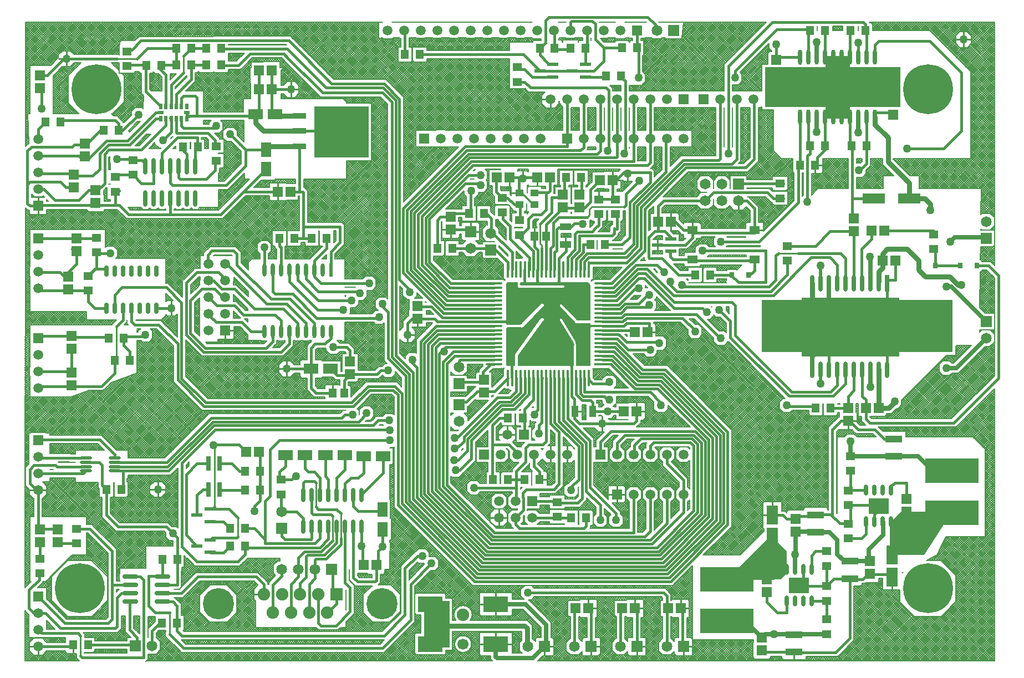
<source format=gtl>
G04 Layer_Physical_Order=1*
G04 Layer_Color=255*
%FSAX24Y24*%
%MOIN*%
G70*
G01*
G75*
%ADD10C,0.0050*%
%ADD11R,0.5906X0.3543*%
%ADD12O,0.0250X0.1000*%
%ADD13R,0.0250X0.1000*%
%ADD14O,0.0160X0.1000*%
%ADD15R,0.0160X0.1000*%
%ADD16O,0.1000X0.0160*%
%ADD17R,0.1000X0.0160*%
%ADD18R,0.0236X0.0787*%
%ADD19O,0.0236X0.0787*%
%ADD20O,0.0945X0.0276*%
%ADD21R,0.0630X0.0591*%
%ADD22R,0.0492X0.0571*%
%ADD23R,0.0571X0.0492*%
%ADD24R,0.0827X0.0354*%
%ADD25R,0.0827X0.1260*%
%ADD26O,0.0276X0.0984*%
%ADD27R,0.0236X0.0354*%
%ADD28R,0.0354X0.0236*%
%ADD29R,0.0669X0.0236*%
%ADD30R,0.1220X0.0949*%
%ADD31O,0.0236X0.0669*%
%ADD32O,0.0236X0.0906*%
%ADD33R,0.0610X0.0512*%
%ADD34O,0.0236X0.0866*%
%ADD35O,0.0728X0.0177*%
%ADD36R,0.3228X0.1457*%
%ADD37R,0.0669X0.1142*%
%ADD38R,0.0250X0.0330*%
%ADD39R,0.0591X0.0630*%
%ADD40R,0.1024X0.0433*%
%ADD41R,0.0630X0.0866*%
%ADD42R,0.0866X0.0630*%
%ADD43R,0.1378X0.0630*%
%ADD44R,0.0453X0.0571*%
%ADD45R,0.0669X0.0433*%
%ADD46R,0.0433X0.0669*%
%ADD47O,0.0276X0.0689*%
%ADD48R,0.0512X0.0433*%
%ADD49R,0.0315X0.0866*%
%ADD50R,0.1496X0.0945*%
%ADD51C,0.0100*%
%ADD52C,0.0150*%
%ADD53C,0.0250*%
%ADD54C,0.0300*%
%ADD55C,0.0200*%
%ADD56R,1.1500X0.3150*%
%ADD57R,0.1550X0.2800*%
%ADD58R,0.3266X0.3100*%
%ADD59R,0.8150X0.2400*%
%ADD60R,0.1500X0.3583*%
%ADD61C,0.0650*%
%ADD62R,0.0650X0.0650*%
%ADD63C,0.0591*%
%ADD64R,0.0591X0.0591*%
%ADD65R,0.0591X0.0591*%
%ADD66C,0.3000*%
%ADD67R,0.0650X0.0650*%
%ADD68C,0.0750*%
%ADD69R,0.0750X0.0750*%
%ADD70C,0.1874*%
%ADD71C,0.0748*%
%ADD72C,0.0669*%
%ADD73C,0.0500*%
G36*
X056500Y017233D02*
Y016157D01*
X056500Y015903D01*
X056150Y015553D01*
X055400Y015527D01*
X052900Y015553D01*
X055540Y018193D01*
X056500Y017233D01*
D02*
G37*
G36*
X066400Y019550D02*
X064776Y017010D01*
X062800Y017010D01*
Y018986D01*
X062791Y018995D01*
X063421Y019626D01*
X063700D01*
X066400Y019550D01*
D02*
G37*
G36*
X042898Y034178D02*
X042900Y034178D01*
X042900Y034178D01*
X042900Y034178D01*
X042901Y034176D01*
X042902Y034174D01*
X042902Y034174D01*
X042902Y034174D01*
X042900Y033474D01*
X042900Y033473D01*
Y033472D01*
X042897Y033465D01*
X042912Y033430D01*
X042948Y033415D01*
X042952Y033416D01*
X042952Y033417D01*
X042952Y033417D01*
X042952Y033418D01*
X042954Y033418D01*
X042955Y033419D01*
X042956Y033419D01*
X042956Y033419D01*
X044486Y033423D01*
X044488Y033423D01*
X044489Y033423D01*
X044490Y033423D01*
X044571Y033407D01*
X044572Y033406D01*
X044573Y033406D01*
X044641Y033360D01*
X044642Y033359D01*
X044643Y033359D01*
X044689Y033290D01*
X044689Y033289D01*
X044689Y033288D01*
X044705Y033207D01*
X044705Y033206D01*
X044705Y033205D01*
X044705Y033203D01*
X044704Y033201D01*
X044703Y033200D01*
X044703Y033200D01*
X044703Y033199D01*
X044702Y033199D01*
X044703Y031155D01*
X044704Y031151D01*
Y031147D01*
X044693Y031120D01*
X044690Y031117D01*
X044663Y031105D01*
X044659D01*
X044654Y031108D01*
X044653Y031108D01*
X043967Y031106D01*
X043963Y031105D01*
X043962Y031105D01*
X043961Y031105D01*
X043899Y031118D01*
X043898Y031118D01*
X043897Y031118D01*
X043844Y031153D01*
X043844Y031154D01*
X043843Y031155D01*
X043840Y031159D01*
X043840Y031161D01*
X043839Y031162D01*
X043839Y031163D01*
X043839Y031163D01*
X042993Y032051D01*
X042993Y032051D01*
X042992Y032051D01*
X042992Y032052D01*
X042970Y032067D01*
X042944Y032072D01*
X042919Y032067D01*
X042897Y032052D01*
X042882Y032031D01*
X042877Y032005D01*
X042882Y031979D01*
X042890Y031967D01*
X043770Y031017D01*
X043770Y031017D01*
X043770Y031017D01*
X043784Y030996D01*
X043841Y030958D01*
X043907Y030945D01*
X043923Y030948D01*
X043924Y030948D01*
X043926Y030949D01*
X043926Y030949D01*
X043926Y030949D01*
X044655Y030950D01*
X044659Y030952D01*
X044663D01*
X044690Y030941D01*
X044693Y030938D01*
X044704Y030911D01*
Y030907D01*
X044702Y030902D01*
X044701Y030901D01*
X044700Y030885D01*
X044708Y030866D01*
X044725Y030859D01*
X044726Y030859D01*
X045436D01*
X045440Y030858D01*
X045442Y030854D01*
Y030704D01*
X045442Y030704D01*
X045442Y030704D01*
X045441Y030702D01*
X045440Y030700D01*
X045440Y030700D01*
X045440Y030700D01*
X045438Y030699D01*
X045436Y030698D01*
X045436Y030698D01*
X045436Y030698D01*
X044766Y030699D01*
X044765Y030699D01*
X044764D01*
X044751Y030705D01*
X044712Y030688D01*
X044695Y030649D01*
X044700Y030638D01*
X044700Y030638D01*
X044700Y030636D01*
X044701Y030635D01*
X044701Y030634D01*
X044702Y030634D01*
Y028427D01*
X044702Y028426D01*
X044704Y028421D01*
Y028417D01*
X044693Y028390D01*
X044690Y028387D01*
X044663Y028375D01*
X044659D01*
X044654Y028378D01*
X044653Y028378D01*
X043866Y028377D01*
X043865Y028378D01*
X043864D01*
X043842Y028387D01*
X043839Y028390D01*
X043830Y028412D01*
Y028412D01*
X043830Y028413D01*
X043830Y028414D01*
Y028416D01*
X043830Y028416D01*
X043831Y028417D01*
X043831Y028417D01*
X043831Y029644D01*
X043831Y029644D01*
X043831Y029644D01*
X043836Y029678D01*
X043821Y029792D01*
X043777Y029899D01*
X043752Y029930D01*
X043752Y029931D01*
X043752Y029931D01*
X043751Y029931D01*
X042965Y031203D01*
X042950Y031213D01*
X042927Y031217D01*
X042904Y031213D01*
X042885Y031200D01*
X042872Y031181D01*
X042867Y031158D01*
X042872Y031135D01*
X042882Y031120D01*
X042883Y031120D01*
X042883Y031119D01*
X042883Y031119D01*
X043644Y029872D01*
X043673Y029834D01*
X043674Y029833D01*
X043674Y029833D01*
X043713Y029739D01*
Y029739D01*
X043713Y029738D01*
X043726Y029638D01*
X043726Y029637D01*
X043726Y029637D01*
X043722Y029603D01*
X043722Y029602D01*
X043722Y028405D01*
X043723Y028401D01*
Y028397D01*
X043723Y028397D01*
X043718Y028385D01*
X043715Y028382D01*
X043703Y028377D01*
X043699D01*
X043695Y028378D01*
X043676Y028378D01*
X043675Y028379D01*
X043674D01*
X043671Y028380D01*
X043663Y028377D01*
X043660Y028369D01*
X043661Y028366D01*
Y028366D01*
X043661Y028366D01*
X043661Y028365D01*
X043662Y028364D01*
Y027634D01*
X043660Y027630D01*
X043656Y027628D01*
X043506D01*
X043506Y027628D01*
X043506Y027628D01*
X043504Y027629D01*
X043502Y027630D01*
X043502Y027630D01*
X043502Y027630D01*
X043502Y027632D01*
X043501Y027634D01*
X043501Y027634D01*
X043501Y027634D01*
X043505Y028333D01*
X043490Y028368D01*
X043460Y028380D01*
X043460Y028380D01*
X043456Y028378D01*
X040407Y028378D01*
X040393Y028372D01*
X040389D01*
X040347Y028390D01*
X040344Y028393D01*
X040326Y028435D01*
Y028439D01*
X040329Y028446D01*
X040330Y028447D01*
X040331Y028448D01*
X040331Y028448D01*
X040329Y028924D01*
X040329Y028924D01*
X040329Y028925D01*
X040340Y028980D01*
X040341Y028981D01*
X040341Y028982D01*
X040378Y029038D01*
X040379Y029039D01*
X040380Y029040D01*
X040381Y029040D01*
X040382Y029041D01*
X040384Y029041D01*
X040384Y029041D01*
X040385Y029041D01*
X041882Y031107D01*
X041896Y031128D01*
X041904Y031166D01*
X041896Y031203D01*
X041875Y031235D01*
X041843Y031256D01*
X041806Y031264D01*
X041768Y031256D01*
X041736Y031235D01*
X041721Y031212D01*
X041721Y031211D01*
X041721Y031211D01*
X041721Y031211D01*
X040219Y029112D01*
X040190Y029068D01*
X040180Y029016D01*
X040180Y029016D01*
X040181Y029014D01*
X040181Y029012D01*
X040183Y028425D01*
X040184Y028421D01*
Y028417D01*
X040173Y028390D01*
X040170Y028387D01*
X040143Y028375D01*
X040139D01*
X040134Y028378D01*
X040133Y028379D01*
X040132Y028379D01*
X040132Y028380D01*
X040126Y028382D01*
X040091Y028367D01*
X040081Y028344D01*
X040081Y028344D01*
X040072Y027634D01*
X040071Y027632D01*
X040070Y027630D01*
X040070Y027630D01*
X040070Y027630D01*
X040068Y027629D01*
X040066Y027628D01*
X039926D01*
X039926Y027628D01*
X039926Y027628D01*
X039924Y027629D01*
X039922Y027630D01*
X039922Y027630D01*
X039922Y027630D01*
X039922Y027632D01*
X039921Y027634D01*
X039921Y027634D01*
X039921Y027634D01*
X039921Y028343D01*
X039911Y028367D01*
X039880Y028380D01*
X039880Y028380D01*
X039880Y028380D01*
X039880Y028380D01*
X039878Y028379D01*
X039876Y028378D01*
X039721Y028378D01*
X039711Y028373D01*
X039707D01*
X039666Y028390D01*
X039663Y028393D01*
X039647Y028433D01*
X039647Y028433D01*
X039647Y028435D01*
Y028437D01*
X039647Y028437D01*
X039648Y028439D01*
X039648Y028440D01*
X039649Y028441D01*
X039650Y028442D01*
X039650Y028442D01*
X039651D01*
X039650Y030646D01*
X039647Y030654D01*
Y030658D01*
X039659Y030688D01*
X039662Y030691D01*
X039692Y030704D01*
X039696D01*
X039708Y030699D01*
X040526Y030699D01*
X040527Y030699D01*
X040527Y030699D01*
X040559Y030693D01*
X040627Y030706D01*
X040686Y030745D01*
X040691Y030753D01*
X040691Y030753D01*
X040691Y030754D01*
X040691Y030754D01*
X040691Y030755D01*
X040692Y030757D01*
X040692Y030757D01*
X040692Y030758D01*
X041883Y031966D01*
X041901Y031994D01*
X041908Y032030D01*
X041901Y032067D01*
X041880Y032098D01*
X041849Y032119D01*
X041813Y032126D01*
X041776Y032119D01*
X041751Y032102D01*
X041750Y032100D01*
X040621Y030930D01*
X040606Y030909D01*
X040605Y030908D01*
X040605Y030907D01*
X040546Y030868D01*
X040545Y030868D01*
X040545Y030868D01*
X040476Y030854D01*
X040475Y030854D01*
X040474Y030854D01*
X040455Y030858D01*
X040454Y030858D01*
X039697Y030857D01*
X039693Y030855D01*
X039689D01*
X039662Y030867D01*
X039659Y030870D01*
X039648Y030897D01*
Y030901D01*
X039650Y030906D01*
X039651Y030907D01*
X039651Y030907D01*
X039652Y030914D01*
X039652Y030915D01*
Y030916D01*
X039654Y030919D01*
X039644Y030942D01*
X039621Y030951D01*
X039621Y030951D01*
X039620Y030951D01*
X039620Y030950D01*
X039620Y030950D01*
X039618Y030949D01*
X039617Y030948D01*
X039616Y030949D01*
X039616Y030948D01*
X038876D01*
X038872Y030950D01*
X038871Y030954D01*
Y031104D01*
X038871Y031104D01*
X038871Y031104D01*
X038871Y031106D01*
X038872Y031108D01*
X038872Y031108D01*
X038872Y031108D01*
X038874Y031108D01*
X038876Y031109D01*
X038876Y031109D01*
X038876Y031109D01*
X039616Y031108D01*
X039617Y031108D01*
X039618D01*
X039621Y031106D01*
X039644Y031116D01*
X039654Y031139D01*
X039653Y031139D01*
X039653Y031139D01*
X039653Y031140D01*
X039652Y031140D01*
X039652Y031142D01*
X039651Y031143D01*
X039651Y031143D01*
X039651Y031144D01*
X039650Y033313D01*
X039649Y033317D01*
X039649Y033318D01*
X039649Y033319D01*
X039656Y033358D01*
X039657Y033358D01*
X039657Y033360D01*
X039679Y033392D01*
X039680Y033393D01*
X039680Y033393D01*
X039713Y033415D01*
X039714Y033415D01*
X039715Y033416D01*
X039753Y033424D01*
X039754Y033423D01*
X039755Y033424D01*
X039777Y033419D01*
X040275Y033420D01*
X040283Y033424D01*
X040287D01*
X040326Y033408D01*
X040329Y033405D01*
Y033405D01*
X040345Y033366D01*
Y033365D01*
X040346Y033364D01*
X040345Y033363D01*
Y033362D01*
X040344Y033361D01*
X040344Y033360D01*
X040343Y033360D01*
X040342Y033359D01*
X040341D01*
X040341Y033144D01*
X040345Y033124D01*
X040362Y033100D01*
X040387Y033083D01*
X040406Y033079D01*
X040406Y033079D01*
X043066Y033079D01*
X043067Y033079D01*
X043067Y033079D01*
X043073Y033078D01*
X043096Y033082D01*
X043116Y033096D01*
X043129Y033115D01*
X043134Y033139D01*
X043129Y033162D01*
X043116Y033182D01*
X043096Y033195D01*
X043073Y033200D01*
X043067Y033199D01*
X043067Y033198D01*
X043066Y033198D01*
X043066Y033198D01*
X040577Y033197D01*
X040571Y033196D01*
X040570Y033196D01*
X040569Y033196D01*
X040528Y033204D01*
X040527Y033205D01*
X040526Y033205D01*
X040491Y033228D01*
X040491Y033229D01*
X040490Y033230D01*
X040467Y033265D01*
X040466Y033266D01*
X040466Y033267D01*
X040458Y033308D01*
X040458Y033309D01*
X040458Y033310D01*
X040466Y033351D01*
X040466Y033352D01*
X040467Y033353D01*
X040490Y033388D01*
X040491Y033388D01*
X040491Y033389D01*
X040526Y033412D01*
X040527Y033413D01*
X040528Y033413D01*
X040569Y033421D01*
X040570Y033421D01*
X040571Y033421D01*
X040577Y033420D01*
X040579Y033419D01*
X040579Y033419D01*
X040636Y033418D01*
X040637Y033417D01*
X040638D01*
X040644Y033415D01*
X040680Y033430D01*
X040695Y033465D01*
X040694Y033469D01*
X040693Y033469D01*
X040693Y033470D01*
X040692Y033470D01*
X040692Y033471D01*
X040691Y033473D01*
X040691Y033473D01*
X040691Y033474D01*
Y034174D01*
X040692Y034178D01*
X040696Y034179D01*
X040836D01*
X040836Y034179D01*
X040836Y034179D01*
X040838Y034178D01*
X040840Y034178D01*
X040840Y034178D01*
X040840Y034178D01*
X040841Y034176D01*
X040842Y034174D01*
X040842Y034174D01*
X040842Y034174D01*
X040841Y033484D01*
X040841Y033483D01*
X040841Y033483D01*
X040840Y033479D01*
X040845Y033455D01*
X040858Y033436D01*
X040878Y033422D01*
X040901Y033418D01*
X040904Y033418D01*
X040906Y033419D01*
X040906Y033419D01*
X040906Y033419D01*
X041376Y033419D01*
X041377Y033419D01*
X041377Y033419D01*
X041389Y033417D01*
X041413Y033422D01*
X041434Y033436D01*
X041448Y033457D01*
X041453Y033481D01*
X041451Y033493D01*
X041451Y033493D01*
X041451Y033493D01*
X041451Y033493D01*
X041451Y033494D01*
Y034174D01*
X041452Y034178D01*
X041456Y034179D01*
X041606D01*
X041606Y034179D01*
X041606Y034179D01*
X041608Y034178D01*
X041610Y034178D01*
X041610Y034178D01*
X041610Y034178D01*
X041611Y034176D01*
X041612Y034174D01*
X041612Y034174D01*
X041612Y034174D01*
X041611Y033494D01*
X041616Y033468D01*
X041634Y033441D01*
X041660Y033424D01*
X041685Y033419D01*
X041686Y033419D01*
X042676Y033418D01*
X042677Y033417D01*
X042678D01*
X042684Y033415D01*
X042720Y033430D01*
X042735Y033465D01*
X042734Y033469D01*
X042733Y033469D01*
X042733Y033470D01*
X042732Y033470D01*
X042732Y033471D01*
X042731Y033473D01*
X042731Y033473D01*
X042731Y033474D01*
Y034174D01*
X042732Y034178D01*
X042736Y034179D01*
X042896D01*
X042896Y034179D01*
X042896Y034179D01*
X042898Y034178D01*
D02*
G37*
D10*
X037476Y013075D02*
G03*
X037599Y013422I-000426J000347D01*
G01*
X037050Y013971D02*
G03*
X036501Y013422I000000J-000549D01*
G01*
X037599D02*
G03*
X037050Y013971I-000549J000000D01*
G01*
X036501Y013422D02*
G03*
X036624Y013075I000549J000000D01*
G01*
X037560Y011650D02*
G03*
X037050Y012160I-000510J000000D01*
G01*
Y011140D02*
G03*
X037560Y011650I000000J000510D01*
G01*
X036540D02*
G03*
X037050Y011140I000510J000000D01*
G01*
Y012160D02*
G03*
X036540Y011650I000000J-000510D01*
G01*
X068895Y049050D02*
X069000Y048945D01*
X068612Y049050D02*
X069000Y048662D01*
X068047Y049050D02*
X069000Y048097D01*
X067905Y049050D02*
X069000Y047955D01*
X068754Y049050D02*
X069000Y048804D01*
X068471Y049050D02*
X069000Y048521D01*
X068330Y049050D02*
X069000Y048380D01*
X068188Y049050D02*
X069000Y048238D01*
X067625Y048109D02*
X068566Y049050D01*
X067625Y047967D02*
X068708Y049050D01*
X067548Y048315D02*
X068283Y049050D01*
X067619Y048244D02*
X068425Y049050D01*
X067406Y048456D02*
X068000Y049050D01*
X067477Y048385D02*
X068142Y049050D01*
X067387Y048475D02*
X067625Y048237D01*
X067764Y049050D02*
X069000Y047814D01*
X067625Y048199D02*
X069000Y046824D01*
X067623Y049050D02*
X069000Y047673D01*
X067481Y049050D02*
X069000Y047531D01*
X067625Y048058D02*
X069000Y046683D01*
X067625Y047916D02*
X069000Y046541D01*
X067502Y046148D02*
X069000Y047645D01*
X067625Y047826D02*
X068849Y049050D01*
X067625Y047762D02*
Y048237D01*
Y047775D02*
X069000Y046400D01*
X067432Y046218D02*
X069000Y047787D01*
X067560Y047698D02*
X069000Y046258D01*
X067490Y047627D02*
X069000Y046117D01*
X067419Y047556D02*
X069000Y045975D01*
X067340Y049050D02*
X069000Y047390D01*
X067198Y049050D02*
X069000Y047248D01*
X061482Y049050D02*
X069000D01*
X067057D02*
X069000Y047107D01*
X066915Y049050D02*
X069000Y046965D01*
X066937Y046713D02*
X069000Y048777D01*
X066795Y046855D02*
X068990Y049050D01*
X066866Y046784D02*
X069000Y048918D01*
X067143Y048475D02*
X067718Y049050D01*
X067284Y048475D02*
X067859Y049050D01*
X067001Y048475D02*
X067576Y049050D01*
X066017Y047633D02*
X067435Y049050D01*
X067349Y048475D02*
X067625Y048199D01*
X067387Y047525D02*
X067625Y047762D01*
X067149Y046501D02*
X069000Y048353D01*
X067219Y046431D02*
X069000Y048211D01*
X067007Y046643D02*
X069000Y048635D01*
X067078Y046572D02*
X069000Y048494D01*
X067361Y046289D02*
X069000Y047928D01*
X067309Y047525D02*
X069000Y045834D01*
X067290Y046360D02*
X069000Y048070D01*
X065360Y049050D02*
X069000Y045410D01*
X064936Y049050D02*
X069000Y044986D01*
X064794Y049050D02*
X069000Y044844D01*
X064653Y049050D02*
X069000Y044703D01*
X065100Y048550D02*
X067575Y046075D01*
X065218Y049050D02*
X069000Y045268D01*
X065077Y049050D02*
X069000Y045127D01*
X067575Y045655D02*
X069000Y047080D01*
X067575Y045513D02*
X069000Y046938D01*
X067575Y045938D02*
X069000Y047363D01*
X067575Y045796D02*
X069000Y047221D01*
X067575Y045089D02*
X069000Y046514D01*
X067575Y044382D02*
X069000Y045807D01*
X067575Y045372D02*
X069000Y046797D01*
X067575Y045230D02*
X069000Y046655D01*
X067575Y045650D02*
Y046075D01*
Y044665D02*
X069000Y046090D01*
X067575Y044948D02*
X069000Y046373D01*
X067575Y044806D02*
X069000Y046231D01*
X067575Y044523D02*
X069000Y045948D01*
X067575Y045845D02*
X069000Y044420D01*
X067575Y045986D02*
X069000Y044561D01*
X067575Y045562D02*
X069000Y044137D01*
X067575Y044099D02*
X069000Y045524D01*
X067575Y045703D02*
X069000Y044278D01*
X067575Y044241D02*
X069000Y045666D01*
X067575Y043958D02*
X069000Y045383D01*
X067575Y045279D02*
X069000Y043854D01*
X067575Y045421D02*
X069000Y043996D01*
X067575Y045138D02*
X069000Y043713D01*
X067575Y043675D02*
X069000Y045100D01*
X067575Y043816D02*
X069000Y045241D01*
X067575Y043250D02*
Y045650D01*
Y043533D02*
X069000Y044958D01*
X067575Y042261D02*
X069000Y043686D01*
X067575Y044996D02*
X069000Y043571D01*
X067575Y044431D02*
X069000Y043006D01*
X067575Y042968D02*
X069000Y044393D01*
X067575Y044572D02*
X069000Y043147D01*
X067575Y043109D02*
X069000Y044534D01*
X067575Y044148D02*
X069000Y042723D01*
X067575Y042685D02*
X069000Y044110D01*
X067575Y044289D02*
X069000Y042864D01*
X067575Y042826D02*
X069000Y044251D01*
X067573Y046077D02*
X069000Y047504D01*
X067575Y044855D02*
X069000Y043430D01*
X067168Y047525D02*
X069000Y045693D01*
X067026Y047525D02*
X069000Y045551D01*
X067575Y044713D02*
X069000Y043288D01*
X067575Y043251D02*
X069000Y044676D01*
X067575Y043392D02*
X069000Y044817D01*
X067575Y043299D02*
X069000Y041874D01*
X067575Y041836D02*
X069000Y043261D01*
X067575Y043441D02*
X069000Y042016D01*
X067575Y041978D02*
X069000Y043403D01*
X067575Y041695D02*
X069000Y043120D01*
X067575Y043016D02*
X069000Y041591D01*
X067575Y043158D02*
X069000Y041733D01*
X067575Y043865D02*
X069000Y042440D01*
X067575Y042402D02*
X069000Y043827D01*
X067575Y044006D02*
X069000Y042581D01*
X067575Y042543D02*
X069000Y043968D01*
X067575Y043582D02*
X069000Y042157D01*
X067575Y042119D02*
X069000Y043544D01*
X067575Y043724D02*
X069000Y042299D01*
X066208Y049050D02*
X066848Y048410D01*
X065310Y048340D02*
X066021Y049050D01*
X065169Y048481D02*
X065738Y049050D01*
X065240Y048410D02*
X065879Y049050D01*
X066633D02*
X067208Y048475D01*
X066774Y049050D02*
X067349Y048475D01*
X066350Y049050D02*
X066925Y048475D01*
X066491Y049050D02*
X067066Y048475D01*
X064531Y048550D02*
X065031Y049050D01*
X064672Y048550D02*
X065172Y049050D01*
X064389Y048550D02*
X064889Y049050D01*
X064511D02*
X065011Y048550D01*
X064955D02*
X065455Y049050D01*
X065096Y048550D02*
X065596Y049050D01*
X064813Y048550D02*
X065313Y049050D01*
X066067D02*
X066777Y048340D01*
X065925Y049050D02*
X066706Y048269D01*
X065664Y047986D02*
X066728Y049050D01*
X065735Y047915D02*
X066869Y049050D01*
X065876Y047774D02*
X067152Y049050D01*
X065947Y047703D02*
X067293Y049050D01*
X065805Y047845D02*
X067010Y049050D01*
X065522Y048128D02*
X066445Y049050D01*
X065593Y048057D02*
X066586Y049050D01*
X065381Y048269D02*
X066162Y049050D01*
X065452Y048198D02*
X066303Y049050D01*
X065784D02*
X066675Y048159D01*
X065643Y049050D02*
X066675Y048018D01*
X065501Y049050D02*
X066675Y047876D01*
X062107Y049050D02*
X062607Y048550D01*
X063097Y049050D02*
X063597Y048550D01*
X061966Y049050D02*
X062466Y048550D01*
X061985D02*
X062485Y049050D01*
X063258Y048550D02*
X063758Y049050D01*
X063380D02*
X063880Y048550D01*
X063116D02*
X063616Y049050D01*
X063238D02*
X063738Y048550D01*
X061664Y048936D02*
X061778Y049050D01*
X061683D02*
X062183Y048550D01*
X061541Y049050D02*
X061581Y049010D01*
X061597D02*
X061636Y049050D01*
X061824D02*
X062324Y048550D01*
X061844D02*
X062344Y049050D01*
X061702Y048550D02*
X062202Y049050D01*
X064087D02*
X064587Y048550D01*
X064106D02*
X064606Y049050D01*
X063946D02*
X064446Y048550D01*
X063965D02*
X064465Y049050D01*
X064248Y048550D02*
X064748Y049050D01*
X064370D02*
X064870Y048550D01*
X064228Y049050D02*
X064728Y048550D01*
X063541D02*
X064041Y049050D01*
X063663D02*
X064163Y048550D01*
X063399D02*
X063899Y049050D01*
X063521D02*
X064021Y048550D01*
X063804Y049050D02*
X064304Y048550D01*
X063823D02*
X064323Y049050D01*
X063682Y048550D02*
X064182Y049050D01*
X062956D02*
X063456Y048550D01*
X062975D02*
X063475Y049050D01*
X062814D02*
X063314Y048550D01*
X062834D02*
X063334Y049050D01*
X066912Y048475D02*
X067387D01*
X066675Y048237D02*
X066912Y048475D01*
X062409Y048550D02*
X062909Y049050D01*
X062531D02*
X063031Y048550D01*
X062268D02*
X062768Y049050D01*
X062390D02*
X062890Y048550D01*
X062673Y049050D02*
X063173Y048550D01*
X062692D02*
X063192Y049050D01*
X062551Y048550D02*
X063051Y049050D01*
X066724Y046926D02*
X067324Y047525D01*
X066675Y047762D02*
X066912Y047525D01*
X066512Y047138D02*
X066906Y047531D01*
X066912Y047525D02*
X067387D01*
X066654Y046996D02*
X067183Y047525D01*
X066583Y047067D02*
X067041Y047525D01*
X066675Y047762D02*
Y048237D01*
X066229Y047421D02*
X066675Y047866D01*
X066088Y047562D02*
X066675Y048149D01*
X066159Y047491D02*
X066675Y048007D01*
X066371Y047279D02*
X066765Y047673D01*
X066442Y047208D02*
X066835Y047602D01*
X066300Y047350D02*
X066694Y047744D01*
X062126Y048550D02*
X062626Y049050D01*
X062249D02*
X062749Y048550D01*
X061664Y048795D02*
X061919Y049050D01*
X061664Y048653D02*
X062061Y049050D01*
X061664Y048786D02*
X061900Y048550D01*
X061664Y048645D02*
X061759Y048550D01*
X061664Y048927D02*
X062041Y048550D01*
X061500Y049010D02*
X061664D01*
X061581D02*
X061664Y048927D01*
X059264Y048800D02*
X059886D01*
X059264Y048657D02*
X059407Y048800D01*
X059812D02*
X059886Y048726D01*
X059670Y048800D02*
X059886Y048584D01*
X059264Y048550D02*
X059886D01*
X060822D02*
Y048800D01*
X061664Y048550D02*
Y049010D01*
X059529Y048800D02*
X059779Y048550D01*
X059886D02*
Y048800D01*
X059722Y048550D02*
X059886Y048714D01*
X061664Y048550D02*
X065100D01*
X059581D02*
X059831Y048800D01*
X059387D02*
X059637Y048550D01*
X059439D02*
X059689Y048800D01*
X058328Y048550D02*
Y048800D01*
X059298Y048550D02*
X059548Y048800D01*
X059264Y048782D02*
X059496Y048550D01*
X059264Y048640D02*
X059354Y048550D01*
X059264D02*
Y048800D01*
X067575Y041412D02*
X069000Y042837D01*
X067575Y042734D02*
X069000Y041309D01*
X067575Y041554D02*
X069000Y042979D01*
X067575Y042875D02*
X069000Y041450D01*
X067575Y041129D02*
X069000Y042554D01*
X067575Y042451D02*
X069000Y041026D01*
X067575Y041271D02*
X069000Y042696D01*
X067575Y042592D02*
X069000Y041167D01*
X067575Y042309D02*
X069000Y040884D01*
X067575Y042168D02*
X069000Y040743D01*
X067575Y040988D02*
X069000Y042413D01*
X067575Y040850D02*
Y043250D01*
Y041885D02*
X069000Y040460D01*
X067575Y041744D02*
X069000Y040319D01*
X067575Y042026D02*
X069000Y040601D01*
X067182Y039039D02*
X069000Y040857D01*
Y037300D02*
Y049050D01*
X067040Y039039D02*
X069000Y040999D01*
X066913Y040850D02*
X069000Y038763D01*
X067337Y040850D02*
X069000Y039187D01*
X067196Y040850D02*
X069000Y039046D01*
X067054Y040850D02*
X069000Y038904D01*
X067575Y041319D02*
X069000Y039894D01*
X067575Y041178D02*
X069000Y039753D01*
X067575Y041602D02*
X069000Y040177D01*
X067575Y041461D02*
X069000Y040036D01*
X067575Y041037D02*
X069000Y039612D01*
X067575Y040895D02*
X069000Y039470D01*
X067479Y040850D02*
X069000Y039329D01*
X066333Y039039D02*
X069000Y041706D01*
X066474Y039039D02*
X069000Y041564D01*
X066050Y039039D02*
X069000Y041989D01*
X066192Y039039D02*
X069000Y041847D01*
X066757Y039039D02*
X069000Y041281D01*
X066899Y039039D02*
X069000Y041140D01*
X066347Y040850D02*
X068159Y039039D01*
X066616D02*
X069000Y041423D01*
X063607Y040131D02*
X064326Y040850D01*
X063677Y040060D02*
X064467Y040850D01*
X062925D02*
X067575D01*
X063377D02*
X064413Y039814D01*
X066064Y040850D02*
X067876Y039039D01*
X066206Y040850D02*
X068017Y039039D01*
X065923Y040850D02*
X067734Y039039D01*
X066772Y040850D02*
X069000Y038622D01*
X066630Y040850D02*
X069000Y038480D01*
X065767Y039039D02*
X069000Y042271D01*
X065909Y039039D02*
X069000Y042130D01*
X065782Y040850D02*
X067593Y039039D01*
X066489Y040850D02*
X069000Y038339D01*
X065640Y040850D02*
X067451Y039039D01*
X065343D02*
X067154Y040850D01*
X065357D02*
X067169Y039039D01*
X065202D02*
X067013Y040850D01*
X065216D02*
X067027Y039039D01*
X065499Y040850D02*
X067310Y039039D01*
X065626D02*
X067437Y040850D01*
X065485Y039039D02*
X067296Y040850D01*
X065060Y039039D02*
X066871Y040850D01*
X065075D02*
X066886Y039039D01*
X064475Y039302D02*
X066023Y040850D01*
X064933D02*
X066744Y039039D01*
X067323D02*
X069000Y040716D01*
X067889Y039039D02*
X069000Y040150D01*
X064475Y039161D02*
X066164Y040850D01*
X064919Y039039D02*
X066730Y040850D01*
X064280Y039814D02*
X065316Y040850D01*
X064421Y039814D02*
X065457Y040850D01*
X063997Y039814D02*
X065033Y040850D01*
X064138Y039814D02*
X065174Y040850D01*
X064475Y039585D02*
X065740Y040850D01*
X064475Y039443D02*
X065882Y040850D01*
X064475Y039726D02*
X065599Y040850D01*
X064792D02*
X066603Y039039D01*
X067464D02*
X069000Y040574D01*
X064650Y040850D02*
X066461Y039039D01*
X064777D02*
X066589Y040850D01*
X067747Y039039D02*
X069000Y040292D01*
X068030Y039039D02*
X069000Y040009D01*
X067606Y039039D02*
X069000Y040433D01*
X064226Y040850D02*
X066037Y039039D01*
X064367Y040850D02*
X066179Y039039D01*
X063943Y040850D02*
X065754Y039039D01*
X064085Y040850D02*
X065896Y039039D01*
X064509Y040850D02*
X066320Y039039D01*
X064636D02*
X066447Y040850D01*
X064495Y039039D02*
X066306Y040850D01*
X063465Y040272D02*
X064043Y040850D01*
X063536Y040202D02*
X064184Y040850D01*
X063395Y040343D02*
X063902Y040850D01*
X063095D02*
X064131Y039814D01*
X063819Y039919D02*
X064750Y040850D01*
X063890Y039848D02*
X064892Y040850D01*
X063748Y039989D02*
X064609Y040850D01*
X063236D02*
X064272Y039814D01*
X063253Y040484D02*
X063619Y040850D01*
X063324Y040414D02*
X063760Y040850D01*
X063112Y040626D02*
X063336Y040850D01*
X063182Y040555D02*
X063477Y040850D01*
X062970Y040767D02*
X063053Y040850D01*
X063041Y040696D02*
X063195Y040850D01*
X062275Y040487D02*
X062437Y040325D01*
X063660Y040850D02*
X065472Y039039D01*
X063802Y040850D02*
X065613Y039039D01*
X062953Y040850D02*
X063989Y039814D01*
X063519Y040850D02*
X065330Y039039D01*
X062437Y040325D02*
X062948Y039814D01*
X062925Y040812D02*
X063923Y039814D01*
X061822Y040850D02*
X062858Y039814D01*
X061543Y040846D02*
X062575Y039814D01*
X061680Y040850D02*
X062716Y039814D01*
X061242Y039039D02*
X062483Y040280D01*
X061383Y039039D02*
X062554Y040209D01*
X062441Y039814D02*
X062695Y040068D01*
X062583Y039814D02*
X062766Y039997D01*
X061525Y039039D02*
X062624Y040138D01*
X062105Y040850D02*
X062275Y040680D01*
X061543Y040613D02*
X061780Y040850D01*
X061543D02*
X062275D01*
X061543Y040754D02*
X061639Y040850D01*
X060973D02*
X061043Y040780D01*
X061543Y040668D02*
Y040850D01*
X060700D02*
X061043D01*
X060940Y040575D02*
X061043Y040678D01*
Y040668D02*
Y040850D01*
X060832D02*
X061028Y040653D01*
X059983Y040850D02*
X060200Y040633D01*
X060700Y040618D02*
X060932Y040850D01*
X060700Y040760D02*
X060790Y040850D01*
X060700Y040840D02*
X060958Y040583D01*
X060125Y040850D02*
X060200Y040775D01*
X061963Y040850D02*
X062275Y040538D01*
Y040487D02*
Y040812D01*
X061275Y040062D02*
X062063Y040850D01*
X060700Y039345D02*
X062205Y040850D01*
X062275Y040487D02*
Y040812D01*
X061543Y040705D02*
X062434Y039814D01*
X060700Y039204D02*
X062275Y040779D01*
X060700Y040575D02*
Y040850D01*
X061543Y040471D02*
X061922Y040850D01*
X059701D02*
X060200Y040351D01*
Y039039D02*
Y040850D01*
X060700Y040699D02*
X060824Y040575D01*
X060798D02*
X061043Y040820D01*
X059842Y040850D02*
X060200Y040492D01*
X058664Y040279D02*
X059235Y040850D01*
X058664Y040138D02*
X059376Y040850D01*
X058664Y040562D02*
X058952Y040850D01*
X058664Y040421D02*
X059093Y040850D01*
X059559D02*
X060200Y040209D01*
X059418Y040850D02*
X060200Y040068D01*
X058675Y040850D02*
X060200D01*
X058664Y039996D02*
X059518Y040850D01*
X056589D02*
X056886Y040553D01*
Y039995D02*
Y040850D01*
X056448D02*
X056886Y040412D01*
X056306Y040850D02*
X056886Y040270D01*
X058664Y040704D02*
X058810Y040850D01*
X056731D02*
X056886Y040695D01*
X056175Y040850D02*
X056886D01*
X059276D02*
X060200Y039926D01*
X058993Y040850D02*
X060200Y039643D01*
X058852Y040850D02*
X060200Y039502D01*
X058711Y040850D02*
X060200Y039361D01*
X059135Y040850D02*
X060200Y039785D01*
X058664Y040755D02*
X060200Y039219D01*
X058555Y039039D02*
X060200Y040684D01*
X058000Y039191D02*
X059659Y040850D01*
X058000Y038767D02*
X060083Y040850D01*
X058000Y039050D02*
X059800Y040850D01*
X058000Y038908D02*
X059942Y040850D01*
X058664Y039945D02*
Y040839D01*
X058413Y039039D02*
X060200Y040825D01*
X055886Y039764D02*
X056886Y040764D01*
X062275Y040487D02*
X062437Y040325D01*
X061543Y040563D02*
X062300Y039806D01*
X061418Y040293D02*
X061543Y040418D01*
Y040422D02*
X062300Y039665D01*
X061474Y040349D02*
X062300Y039523D01*
X061403Y040278D02*
X062300Y039382D01*
X061333Y040208D02*
X062300Y039240D01*
X061275Y040124D02*
X062300Y039099D01*
X061543Y040418D02*
Y040668D01*
Y040418D02*
Y040668D01*
X060700Y040575D02*
X060950D01*
X061043Y040668D01*
X061418Y040293D02*
X061543Y040418D01*
X061275Y040150D02*
X061418Y040293D01*
X061275Y039937D02*
Y040150D01*
X060818Y039039D02*
X062275Y040496D01*
X060959Y039039D02*
X062341Y040421D01*
X060700Y039063D02*
X062275Y040638D01*
X058696Y039039D02*
X060200Y040542D01*
X061100Y039039D02*
X062412Y040350D01*
X061275Y039983D02*
X062219Y039039D01*
X058838D02*
X060200Y040401D01*
X058664Y040331D02*
X059956Y039039D01*
X058979D02*
X060200Y040260D01*
X058664Y040614D02*
X060200Y039078D01*
X058664Y040472D02*
X060098Y039039D01*
X059121D02*
X060200Y040118D01*
X059262Y039039D02*
X060200Y039977D01*
X058664Y040190D02*
X059815Y039039D01*
X058612Y039945D02*
X058664Y039996D01*
X057450Y039989D02*
X057500Y039939D01*
X058000Y039898D02*
X058047Y039945D01*
X058000Y039757D02*
X058188Y039945D01*
X058000D02*
X058664D01*
X056310Y039764D02*
X056886Y040340D01*
X056452Y039764D02*
X056886Y040198D01*
X056027Y039764D02*
X056886Y040623D01*
X056169Y039764D02*
X056886Y040481D01*
Y039995D02*
X056950D01*
X057450Y039914D02*
X057500Y039964D01*
X056560Y039731D02*
X056886Y040057D01*
X058626Y039945D02*
X059532Y039039D01*
X058664Y040048D02*
X059673Y039039D01*
X058343Y039945D02*
X059249Y039039D01*
X058484Y039945D02*
X059390Y039039D01*
X058060Y039945D02*
X058966Y039039D01*
X058202Y039945D02*
X059108Y039039D01*
X058000Y039332D02*
X058612Y039945D01*
X057500Y038637D02*
Y039995D01*
X057450Y038587D02*
Y039995D01*
X056560Y039590D02*
X056950Y039979D01*
Y038325D02*
Y039995D01*
X058000Y039615D02*
X058330Y039945D01*
X058000Y038650D02*
Y039945D01*
Y039474D02*
X058471Y039945D01*
X055386Y047711D02*
X055443Y047653D01*
Y047487D02*
Y047768D01*
X055315Y047640D02*
X055443Y047512D01*
X055244Y047569D02*
X055552Y047262D01*
X055464D02*
X055566Y047364D01*
X055618Y047262D02*
Y047312D01*
X055443Y047487D02*
X055618Y047312D01*
X055378Y047262D02*
X055618D01*
X054895Y049050D02*
X055085Y048860D01*
X054753Y049050D02*
X055014Y048789D01*
X054612Y049050D02*
X054943Y048718D01*
X054470Y049050D02*
X054873Y048648D01*
X055177Y049050D02*
X055226Y049001D01*
X055173Y047498D02*
X055410Y047262D01*
X055036Y049050D02*
X055156Y048931D01*
X055378Y047175D02*
X055464Y047262D01*
X055103Y047428D02*
X055378Y047153D01*
X055032Y047357D02*
X055378Y047011D01*
X054961Y047286D02*
X055378Y046870D01*
X054891Y047216D02*
X055378Y046728D01*
Y046544D02*
Y047262D01*
X054820Y047145D02*
X055378Y046587D01*
X054678Y047003D02*
X055157Y046525D01*
X054749Y047074D02*
X055298Y046525D01*
X054608Y046933D02*
X055025Y046515D01*
X054537Y046862D02*
X055025Y046374D01*
X055152Y046525D02*
X055378Y046751D01*
X055293Y046525D02*
X055378Y046610D01*
X055025Y044900D02*
Y046525D01*
X054329Y049050D02*
X054802Y048577D01*
X053706Y046031D02*
X055443Y047768D01*
X050323Y049050D02*
X055275D01*
X052875Y046650D02*
X055275Y049050D01*
X054466Y046791D02*
X055025Y046233D01*
X054396Y046721D02*
X055025Y046091D01*
X053758Y045980D02*
X055443Y047665D01*
X054325Y046650D02*
X055025Y045950D01*
X053763Y049050D02*
X054519Y048294D01*
X053622Y049050D02*
X054448Y048223D01*
X053480Y049050D02*
X054378Y048153D01*
X053339Y049050D02*
X054307Y048082D01*
X054188Y049050D02*
X054731Y048506D01*
X054046Y049050D02*
X054661Y048436D01*
X053905Y049050D02*
X054590Y048365D01*
X053825Y045905D02*
X055443Y047523D01*
X053825Y045764D02*
X055496Y047435D01*
X050981Y044900D02*
X055131Y049050D01*
X051123Y044900D02*
X055273Y049050D01*
X053825Y045623D02*
X055378Y047175D01*
X053385Y044900D02*
X055378Y046892D01*
X053250Y044906D02*
X055378Y047034D01*
X050415Y044900D02*
X054565Y049050D01*
X050557Y044900D02*
X054707Y049050D01*
X050133Y044900D02*
X054283Y049050D01*
X050274Y044900D02*
X054424Y049050D01*
X054254Y046579D02*
X055025Y045808D01*
X050840Y044900D02*
X054990Y049050D01*
X050698Y044900D02*
X054848Y049050D01*
X055025Y046525D02*
X055328D01*
X054658Y044900D02*
X055025Y045267D01*
X054234Y044900D02*
X055025Y045691D01*
X054375Y044900D02*
X055025Y045550D01*
Y043828D02*
X055078Y043775D01*
X055025D02*
X055725D01*
X054799Y044900D02*
X055025Y045126D01*
X054941Y044900D02*
X055025Y044984D01*
X054942Y043911D02*
X055025Y043828D01*
Y043775D02*
Y043994D01*
X054517Y044900D02*
X055025Y045408D01*
X054931Y043900D02*
X055025Y043994D01*
X054800Y043900D02*
X054931D01*
X054800Y043769D02*
X054931Y043900D01*
X054246D02*
X054300Y043846D01*
X055361Y043775D02*
X055725Y043411D01*
X055220Y043775D02*
X055725Y043270D01*
X055078Y043775D02*
X055725Y043129D01*
X054812Y043900D02*
X055725Y042987D01*
X055644Y043775D02*
X055725Y043694D01*
X055503Y043775D02*
X055725Y043553D01*
X054800Y043771D02*
X055725Y042846D01*
X054800Y043345D02*
X055230Y043775D01*
X054800Y043203D02*
X055372Y043775D01*
X054800Y043628D02*
X055025Y043853D01*
X054800Y043486D02*
X055089Y043775D01*
X054800Y042921D02*
X055654Y043775D01*
X054800Y042779D02*
X055725Y043704D01*
X054800Y043062D02*
X055513Y043775D01*
X054183Y046508D02*
X055025Y045667D01*
X054113Y046438D02*
X055025Y045526D01*
X054042Y046367D02*
X055025Y045384D01*
X053971Y046296D02*
X055025Y045243D01*
X053901Y046226D02*
X055025Y045101D01*
X054092Y044900D02*
X055025Y045833D01*
X053830Y046155D02*
X055025Y044960D01*
X053810Y044900D02*
X055025Y046115D01*
X053825Y045877D02*
X054802Y044900D01*
X053951D02*
X055025Y045974D01*
X053527Y044900D02*
X055025Y046398D01*
X053668Y044900D02*
X055025Y046257D01*
X053825Y045594D02*
X054519Y044900D01*
X053825Y045736D02*
X054661Y044900D01*
X053808Y045470D02*
X054378Y044900D01*
X054105Y043900D02*
X054300Y043705D01*
X053822Y043900D02*
X054300Y043422D01*
X053250Y044900D02*
X055025D01*
X053759Y046084D02*
X054943Y044900D01*
X053750Y043900D02*
X054300D01*
X053964D02*
X054300Y043564D01*
X053750Y043285D02*
X054300Y043835D01*
X053750Y043689D02*
X054300Y043139D01*
X053750Y043002D02*
X054300Y043552D01*
X053750Y043831D02*
X054300Y043281D01*
X053750Y043143D02*
X054300Y043693D01*
X053750Y042861D02*
X054300Y043411D01*
X053750Y043406D02*
X054300Y042856D01*
X053750Y043548D02*
X054300Y042998D01*
X052632Y049050D02*
X053953Y047728D01*
X052490Y049050D02*
X053883Y047658D01*
X052349Y049050D02*
X053812Y047587D01*
X052208Y049050D02*
X053741Y047516D01*
X053198Y049050D02*
X054236Y048011D01*
X053056Y049050D02*
X054166Y047941D01*
X052915Y049050D02*
X054095Y047870D01*
X052773Y049050D02*
X054024Y047799D01*
X051642Y049050D02*
X053458Y047233D01*
X051501Y049050D02*
X053388Y047163D01*
X050255Y048417D02*
X050888Y049050D01*
X050238Y048258D02*
X051030Y049050D01*
X052066D02*
X053671Y047446D01*
X051925Y049050D02*
X053600Y047375D01*
X051783Y049050D02*
X053529Y047304D01*
X050935Y049050D02*
X053105Y046880D01*
X050793Y049050D02*
X053034Y046809D01*
X050652Y049050D02*
X052964Y046739D01*
X050511Y049050D02*
X052893Y046668D01*
X051359Y049050D02*
X053317Y047092D01*
X051218Y049050D02*
X053246Y047021D01*
X051076Y049050D02*
X053176Y046951D01*
X050369Y049050D02*
X052822Y046597D01*
X050314Y048964D02*
X052751Y046526D01*
X050300Y048836D02*
X052750Y046386D01*
X050286Y048709D02*
X052750Y046245D01*
X050273Y048581D02*
X052750Y046103D01*
X050259Y048453D02*
X052750Y045962D01*
X050245Y048325D02*
X052750Y045821D01*
X049991Y044900D02*
X054141Y049050D01*
X049425Y044900D02*
X053575Y049050D01*
X049143Y044900D02*
X053293Y049050D01*
X049284Y044900D02*
X053434Y049050D01*
X050232Y048197D02*
X052750Y045679D01*
X050200Y048088D02*
X052750Y045538D01*
X047850Y045304D02*
X051596Y049050D01*
X049056Y048100D02*
X052256Y044900D01*
X050221Y048100D02*
X051171Y049050D01*
X048349Y048100D02*
X051549Y044900D01*
X048025Y045762D02*
X051313Y049050D01*
X048025Y045621D02*
X051454Y049050D01*
X048066Y048100D02*
X051266Y044900D01*
X048208Y048100D02*
X051408Y044900D01*
X047804Y048080D02*
X050984Y044900D01*
X048860Y044900D02*
X053010Y049050D01*
X049001Y044900D02*
X053151Y049050D01*
X048577Y044900D02*
X052727Y049050D01*
X048718Y044900D02*
X052868Y049050D01*
X049708Y044900D02*
X053858Y049050D01*
X049850Y044900D02*
X054000Y049050D01*
X049567Y044900D02*
X053717Y049050D01*
X047870Y044900D02*
X052020Y049050D01*
X048011Y044900D02*
X052161Y049050D01*
X047587Y044900D02*
X051737Y049050D01*
X047728Y044900D02*
X051878Y049050D01*
X048294Y044900D02*
X052444Y049050D01*
X048436Y044900D02*
X052586Y049050D01*
X048153Y044900D02*
X052303Y049050D01*
X053706Y046031D02*
X053825Y045912D01*
Y045487D02*
Y045912D01*
X053612Y045275D02*
X053825Y045487D01*
X053666Y045329D02*
X054095Y044900D01*
X053437Y045275D02*
X053812Y044900D01*
X053578Y045275D02*
X053953Y044900D01*
X053250Y045275D02*
X053612D01*
X053296D02*
X053671Y044900D01*
X052750Y046275D02*
Y046525D01*
Y046275D02*
Y046525D01*
X052875Y046650D01*
X052750Y046525D02*
X052875Y046650D01*
X053250Y045189D02*
X053336Y045275D01*
X053250Y045048D02*
X053477Y045275D01*
X052112Y044900D02*
X052750Y045538D01*
X053737Y045399D02*
X054236Y044900D01*
X053750Y043426D02*
X054224Y043900D01*
X053250Y045038D02*
X053388Y044900D01*
X053250Y045179D02*
X053529Y044900D01*
X053750Y043851D02*
X053799Y043900D01*
X053750Y043709D02*
X053941Y043900D01*
X053750Y043568D02*
X054082Y043900D01*
X052750Y044900D02*
Y046275D01*
X053250Y044900D02*
Y045275D01*
X052254Y044900D02*
X052750Y045396D01*
X052395Y044900D02*
X052750Y045255D01*
X052537Y044900D02*
X052750Y045113D01*
X052678Y044900D02*
X052750Y044972D01*
X052125Y043900D02*
X052250Y043775D01*
X050096Y048050D02*
X052750Y045396D01*
X049955Y048050D02*
X052750Y045255D01*
X049814Y048050D02*
X052750Y045114D01*
X049672Y048050D02*
X052750Y044972D01*
X051547Y044900D02*
X052750Y046103D01*
X051830Y044900D02*
X052750Y045820D01*
X051405Y044900D02*
X052750Y046245D01*
X048541Y048050D02*
X051691Y044900D01*
X049531Y048050D02*
X052681Y044900D01*
X047914Y047828D02*
X050842Y044900D01*
X047945Y048080D02*
X051125Y044900D01*
X051688D02*
X052750Y045962D01*
X051971Y044900D02*
X052750Y045679D01*
X051264Y044900D02*
X052750Y046386D01*
X049389Y048050D02*
X052539Y044900D01*
X051984Y043900D02*
X052250Y043634D01*
X049248Y048050D02*
X052398Y044900D01*
X047050Y044900D02*
X052750Y044900D01*
X051842Y043900D02*
X052250Y043492D01*
X051277Y043900D02*
X052250Y042927D01*
X048550Y043900D02*
X052250Y043900D01*
X048958Y048057D02*
X052115Y044900D01*
X051418Y043900D02*
X052250Y043068D01*
X048682Y048050D02*
X051832Y044900D01*
X048824Y048050D02*
X051974Y044900D01*
X051701Y043900D02*
X052250Y043351D01*
X051559Y043900D02*
X052250Y043209D01*
X051135Y043900D02*
X052250Y042785D01*
X054800Y042072D02*
X055725Y042997D01*
X054800Y042922D02*
X055725Y041997D01*
X054800Y042214D02*
X055725Y043138D01*
X054800Y043064D02*
X055725Y042139D01*
X054800Y041789D02*
X055725Y042714D01*
X054800Y042639D02*
X055725Y041714D01*
X054800Y041931D02*
X055725Y042856D01*
X054800Y042781D02*
X055725Y041856D01*
X054800Y043488D02*
X055725Y042563D01*
X054800Y042496D02*
X055725Y043421D01*
X054800Y043629D02*
X055725Y042704D01*
X054800Y042638D02*
X055725Y043563D01*
X054800Y042355D02*
X055725Y043280D01*
X054800Y043205D02*
X055725Y042280D01*
X054800Y043346D02*
X055725Y042421D01*
X054800Y042356D02*
X055725Y041431D01*
X054800Y041365D02*
X055725Y042290D01*
X054800Y041648D02*
X055725Y042573D01*
X054800Y041506D02*
X055725Y042431D01*
X054800Y042074D02*
X056950Y039924D01*
X054800Y041791D02*
X056950Y039641D01*
X054800Y042215D02*
X056886Y040129D01*
X055725Y041300D02*
Y043775D01*
X054800Y040925D02*
Y043900D01*
Y042498D02*
X055725Y041573D01*
X054800Y041224D02*
X055725Y042149D01*
X054800Y040941D02*
X055725Y041866D01*
X054800Y040799D02*
X055725Y041724D01*
X054800Y041082D02*
X055725Y042007D01*
X053750Y042699D02*
X054300Y042149D01*
X053750Y042012D02*
X054300Y042562D01*
X053750Y042841D02*
X054300Y042291D01*
X053750Y042153D02*
X054300Y042703D01*
X053750Y042416D02*
X054300Y041866D01*
X053750Y041729D02*
X054300Y042279D01*
X053750Y042558D02*
X054300Y042008D01*
X053750Y041871D02*
X054300Y042421D01*
X053750Y042578D02*
X054300Y043128D01*
X053750Y043124D02*
X054300Y042574D01*
X053750Y042719D02*
X054300Y043269D01*
X053750Y043265D02*
X054300Y042715D01*
X053750Y042982D02*
X054300Y042432D01*
X053750Y042295D02*
X054300Y042845D01*
X053750Y042436D02*
X054300Y042986D01*
Y040925D02*
Y043900D01*
X054800Y041932D02*
X056950Y039782D01*
X053750Y041164D02*
X054300Y041714D01*
X053750Y041709D02*
X054300Y041159D01*
X053942Y039800D02*
X055725Y041583D01*
X054800Y041649D02*
X056950Y039499D01*
X053750Y041022D02*
X054300Y041572D01*
X053750Y042134D02*
X054300Y041584D01*
X053750Y041446D02*
X054300Y041996D01*
X053750Y042275D02*
X054300Y041725D01*
X053750Y041588D02*
X054300Y042138D01*
X053750Y041305D02*
X054300Y041855D01*
X053750Y041851D02*
X054300Y041301D01*
X053750Y041992D02*
X054300Y041442D01*
X055725Y041300D02*
X056175Y040850D01*
X054800Y041508D02*
X056544Y039764D01*
X054800Y041225D02*
X056261Y039764D01*
X054800Y041366D02*
X056403Y039764D01*
X054800Y041084D02*
X056120Y039764D01*
X055745D02*
X056831Y040850D01*
X054800Y040801D02*
X055837Y039764D01*
X054800Y040942D02*
X055978Y039764D01*
X054800Y040675D02*
Y040925D01*
Y040675D02*
Y040925D01*
X054675Y040550D02*
X054800Y040675D01*
X054675Y040550D02*
X054800Y040675D01*
X054792Y040667D02*
X055695Y039764D01*
X054721Y040596D02*
X055640Y039678D01*
X054300Y040175D02*
X054675Y040550D01*
X054866Y039593D02*
X056149Y040876D01*
X055008Y039593D02*
X056265Y040850D01*
X054584Y039593D02*
X056008Y041017D01*
X054725Y039593D02*
X056079Y040946D01*
X055291Y039593D02*
X056548Y040850D01*
X055432Y039593D02*
X056689Y040850D01*
X055149Y039593D02*
X056406Y040850D01*
X054580Y040455D02*
X055442Y039593D01*
X054651Y040526D02*
X055584Y039593D01*
X054301D02*
X055866Y041159D01*
X054442Y039593D02*
X055937Y041088D01*
X054439Y040314D02*
X055159Y039593D01*
X054509Y040384D02*
X055301Y039593D01*
X054368Y040243D02*
X055018Y039593D01*
X053750Y041427D02*
X054276Y040901D01*
X053750Y040739D02*
X054300Y041289D01*
X053750Y041568D02*
X054300Y041018D01*
X053750Y040881D02*
X054300Y041431D01*
X053844Y040550D02*
X054300Y041006D01*
X053925Y040550D02*
X054300Y040925D01*
X053702Y040550D02*
X054300Y041148D01*
X053750Y041002D02*
X054064Y040689D01*
X053750Y040861D02*
X053993Y040618D01*
X053750Y041285D02*
X054205Y040830D01*
X053750Y041144D02*
X054134Y040759D01*
X053750Y040719D02*
X053919Y040550D01*
X053925Y040050D02*
X054175D01*
X053625Y040550D02*
X053925D01*
X054159Y039593D02*
X055796Y041229D01*
X054297Y040172D02*
X054877Y039593D01*
X054084Y039800D02*
X055725Y041441D01*
X054100Y039675D02*
X055725Y041300D01*
X054137Y040050D02*
X054594Y039593D01*
X054226Y040101D02*
X054735Y039593D01*
X053995Y040050D02*
X054452Y039593D01*
X054175Y040050D02*
X054300Y040175D01*
X054175Y040050D02*
X054300Y040175D01*
X053925Y040050D02*
X054175D01*
X053854D02*
X054311Y039593D01*
X053712Y040050D02*
X053962Y039800D01*
X053801D02*
X054051Y040050D01*
X050575D02*
X053925D01*
X053250Y041537D02*
Y043900D01*
Y041537D02*
Y043900D01*
X052750Y041537D02*
Y043900D01*
Y041537D02*
Y043900D01*
X050994D02*
X052250Y042644D01*
X050800Y042315D02*
X052250Y043765D01*
X050800Y042173D02*
X052250Y043623D01*
X050800Y042032D02*
X052250Y043482D01*
X050852Y043900D02*
X052250Y042502D01*
X050800Y042456D02*
X052244Y043900D01*
X050800Y041890D02*
X052250Y043340D01*
X050800Y041749D02*
X052250Y043199D01*
X050800Y041550D02*
Y042538D01*
Y042538D02*
X052250Y041088D01*
X050800Y041608D02*
X052250Y043058D01*
Y041000D02*
Y043900D01*
X053750Y040925D02*
Y043900D01*
X050899Y041000D02*
X052250Y042351D01*
X051182Y041000D02*
X052250Y042068D01*
X051465Y041000D02*
X052250Y041785D01*
X051607Y041000D02*
X052250Y041643D01*
X051324Y041000D02*
X052250Y041926D01*
X050800Y042397D02*
X052197Y041000D01*
X051041D02*
X052250Y042209D01*
X050800Y042114D02*
X051914Y041000D01*
X050800Y042255D02*
X052055Y041000D01*
X050800Y041831D02*
X051631Y041000D01*
X050800Y041690D02*
X051490Y041000D01*
X050800Y041972D02*
X051772Y041000D01*
X050458Y042538D02*
X051820Y043900D01*
X050599Y042538D02*
X051961Y043900D01*
X050175Y042538D02*
X051537Y043900D01*
X050316Y042538D02*
X051678Y043900D01*
X050741Y042538D02*
X052102Y043900D01*
X050711D02*
X052250Y042361D01*
X050569Y043900D02*
X052250Y042219D01*
X050428Y043900D02*
X052250Y042078D01*
X049892Y042538D02*
X051254Y043900D01*
X050033Y042538D02*
X051395Y043900D01*
X049609Y042538D02*
X050971Y043900D01*
X049751Y042538D02*
X051112Y043900D01*
X049438Y043900D02*
X050800Y042538D01*
X049468D02*
X050830Y043900D01*
X048550Y042538D02*
X050800D01*
X050287Y043900D02*
X052250Y041937D01*
X049862Y043900D02*
X052250Y041512D01*
X049721Y043900D02*
X052250Y041371D01*
X049579Y043900D02*
X052250Y041229D01*
X050145Y043900D02*
X052250Y041795D01*
X050334Y041000D02*
X052250Y042916D01*
X050004Y043900D02*
X052250Y041654D01*
X050758Y041000D02*
X052250Y042492D01*
X050798Y041550D02*
X051348Y041000D01*
X050475D02*
X052250Y042775D01*
X050617Y041000D02*
X052250Y042633D01*
X050515Y041550D02*
X051065Y041000D01*
X050657Y041550D02*
X051207Y041000D01*
X049500Y041550D02*
X050800D01*
X053750Y040675D02*
Y040925D01*
Y040675D02*
Y040925D01*
X053625Y040550D02*
X053750Y040675D01*
X053625Y040550D02*
X053750Y040675D01*
X053702Y040627D02*
X053778Y040550D01*
X053571Y040050D02*
X053821Y039800D01*
X053429Y040050D02*
X053679Y039800D01*
X053518D02*
X053768Y040050D01*
X053005D02*
X053255Y039800D01*
X053147Y040050D02*
X053397Y039800D01*
X052031Y041000D02*
X052250Y041219D01*
X052172Y041000D02*
X052250Y041078D01*
X053288Y040050D02*
X053538Y039800D01*
X053376D02*
X053626Y040050D01*
X053235Y039800D02*
X053485Y040050D01*
X052811Y039800D02*
X053061Y040050D01*
X052864D02*
X053114Y039800D01*
X052669D02*
X052919Y040050D01*
X052722D02*
X053100Y039672D01*
X053659Y039800D02*
X053909Y040050D01*
X052972Y039678D02*
X053344Y040050D01*
X052901Y039749D02*
X053202Y040050D01*
X052298D02*
X052548Y039800D01*
X052386D02*
X052636Y040050D01*
X052157D02*
X052407Y039800D01*
X052048Y039602D02*
X052495Y040050D01*
X052528Y039800D02*
X052778Y040050D01*
X052581D02*
X052831Y039800D01*
X052440Y040050D02*
X052690Y039800D01*
X051748Y041000D02*
X052250Y041502D01*
X051889Y041000D02*
X052250Y041361D01*
X050389Y041000D02*
X052250D01*
X051591Y040050D02*
X051841Y039800D01*
X051821D02*
X052071Y040050D01*
X052015D02*
X052308Y039758D01*
X051679Y039800D02*
X051929Y040050D01*
X051167D02*
X051417Y039800D01*
X051308Y040050D02*
X051558Y039800D01*
X050374Y041550D02*
X050924Y041000D01*
X051025Y040050D02*
X051313Y039763D01*
X051450Y040050D02*
X051700Y039800D01*
X051538D02*
X051788Y040050D01*
X051397Y039800D02*
X051647Y040050D01*
X050884D02*
X051242Y039692D01*
X051732Y040050D02*
X052166Y039616D01*
X049864Y038550D02*
X051364Y040050D01*
X050005Y038550D02*
X051505Y040050D01*
X051906Y039744D02*
X052212Y040050D01*
X051977Y039673D02*
X052354Y040050D01*
X051874D02*
X052237Y039687D01*
X050742Y040050D02*
X051171Y039621D01*
X050601Y040050D02*
X051101Y039551D01*
X049298Y038550D02*
X050798Y040050D01*
X049722Y038550D02*
X051222Y040050D01*
X050517Y039992D02*
X051100Y039410D01*
X049581Y038550D02*
X051081Y040050D01*
X049439Y038550D02*
X050939Y040050D01*
X064475Y039150D02*
Y039814D01*
X068172Y039039D02*
X069000Y039867D01*
X062300Y039814D02*
X062948D01*
X063923D02*
X064475D01*
Y039470D02*
X064906Y039039D01*
X064475Y039328D02*
X064764Y039039D01*
X064475Y039752D02*
X065189Y039039D01*
X064475Y039611D02*
X065047Y039039D01*
X062724Y039814D02*
X062836Y039926D01*
X062866Y039814D02*
X062907Y039855D01*
X061062Y039725D02*
X061275Y039937D01*
X062300Y039039D02*
Y039814D01*
X060700Y039725D02*
X061062D01*
X060700Y039628D02*
X060797Y039725D01*
X060700Y039487D02*
X060938Y039725D01*
X068199Y038925D02*
X069000Y039726D01*
X068197Y038782D02*
X069000Y039584D01*
X061666Y039039D02*
X062300Y039673D01*
X061808Y039039D02*
X062300Y039531D01*
X068196Y038639D02*
X069000Y039443D01*
X068194Y038496D02*
X069000Y039302D01*
X061949Y039039D02*
X062300Y039390D01*
X061156Y039819D02*
X061936Y039039D01*
X061227Y039889D02*
X062077Y039039D01*
X060967Y039725D02*
X061653Y039039D01*
X061085Y039748D02*
X061795Y039039D01*
X060700D02*
Y039725D01*
X060826D02*
X061512Y039039D01*
X060700Y039709D02*
X061370Y039039D01*
X057450Y039848D02*
X057500Y039798D01*
X059403Y039039D02*
X060200Y039835D01*
X057450Y039772D02*
X057500Y039822D01*
X057450Y039706D02*
X057500Y039656D01*
X057450Y039631D02*
X057500Y039681D01*
X059545Y039039D02*
X060200Y039694D01*
X057450Y039565D02*
X057500Y039515D01*
X057450Y039490D02*
X057500Y039540D01*
X057450Y039424D02*
X057500Y039374D01*
X056560Y039465D02*
X056950Y039075D01*
X056560Y039448D02*
X056950Y039838D01*
X056560Y039747D02*
X056950Y039358D01*
X057450Y039282D02*
X057500Y039232D01*
X057450Y039207D02*
X057500Y039257D01*
X057450Y039348D02*
X057500Y039398D01*
X060700Y039426D02*
X061087Y039039D01*
X060700Y039568D02*
X061229Y039039D01*
X058000Y039864D02*
X058825Y039039D01*
X059686D02*
X060200Y039553D01*
X059969Y039039D02*
X060200Y039270D01*
X060700Y039285D02*
X060946Y039039D01*
X059828D02*
X060200Y039411D01*
X058000Y039722D02*
X058683Y039039D01*
X058000Y039581D02*
X058542Y039039D01*
X058000Y039439D02*
X058400Y039039D01*
X056560Y039024D02*
X056950Y039414D01*
X058000Y039298D02*
X058324Y038974D01*
X056560Y039323D02*
X056950Y038934D01*
X056556Y038878D02*
X056950Y039272D01*
X068193Y038353D02*
X069000Y039160D01*
X068200Y038998D02*
X069000Y038197D01*
X068191Y038210D02*
X069000Y039019D01*
X068190Y038067D02*
X069000Y038877D01*
X068198Y038858D02*
X069000Y038056D01*
X068197Y038718D02*
X069000Y037914D01*
X068188Y037924D02*
X069000Y038736D01*
X068187Y037781D02*
X069000Y038594D01*
X068195Y038578D02*
X069000Y037773D01*
X068380Y037550D02*
X069000Y038170D01*
X068185Y037638D02*
X069000Y038453D01*
X068194Y038438D02*
X069000Y037632D01*
X068521Y037550D02*
X069000Y038029D01*
X068663Y037550D02*
X069000Y037887D01*
X068250Y037550D02*
X068750D01*
X068777Y037523D02*
X069000Y037746D01*
X068848Y037452D02*
X069000Y037605D01*
X068192Y038298D02*
X069000Y037490D01*
X068191Y038158D02*
X069000Y037349D01*
X068918Y037382D02*
X069000Y037463D01*
X068750Y036550D02*
X069000Y036800D01*
X068750Y036550D02*
X069000D01*
X068188Y037878D02*
X068516Y037550D01*
X068189Y038018D02*
X068657Y037550D01*
X068186Y037738D02*
X068375Y037550D01*
X068185Y037598D02*
X068242Y037542D01*
X069000Y036800D02*
Y037300D01*
X068921Y036721D02*
X069000Y036642D01*
X068750Y037550D02*
X069000Y037300D01*
X064475Y039039D02*
Y039150D01*
Y039187D02*
X064623Y039039D01*
X060700Y039143D02*
X060805Y039039D01*
X062090D02*
X062300Y039248D01*
X062232Y039039D02*
X062300Y039107D01*
X064475Y039039D02*
X068200D01*
X060111D02*
X060200Y039128D01*
X060700Y039039D02*
X062300D01*
X058389D02*
X060200D01*
X058000Y039156D02*
X058253Y038903D01*
X057450Y039141D02*
X057500Y039091D01*
X057450Y039065D02*
X057500Y039115D01*
X057450Y038999D02*
X057500Y038949D01*
X058000Y039015D02*
X058183Y038832D01*
X057450Y038924D02*
X057500Y038974D01*
X058000Y038650D02*
X058389Y039039D01*
X068184Y037484D02*
X068200Y039039D01*
X058000Y038874D02*
X058112Y038762D01*
X058000Y038732D02*
X058041Y038691D01*
X068184Y037495D02*
X069000Y038312D01*
X068184Y037484D02*
X068250Y037550D01*
X057450Y038716D02*
X057500Y038666D01*
X057450Y038858D02*
X057500Y038808D01*
X057450Y038782D02*
X057500Y038832D01*
X056560Y038600D02*
X056950Y038990D01*
X056560Y038459D02*
X056950Y038848D01*
X057450Y038641D02*
X057500Y038691D01*
X057450Y038587D02*
X057500Y038637D01*
X055100Y036574D02*
X056950Y038424D01*
X056560Y039606D02*
X056950Y039216D01*
X056560Y039166D02*
X056950Y039555D01*
X056560Y039307D02*
X056950Y039697D01*
X056560Y038922D02*
Y039764D01*
X056458Y038922D02*
X056560Y039024D01*
X056414Y038878D02*
X056458Y038922D01*
X055647Y038878D02*
X056560D01*
X056396Y038922D02*
X056440Y038878D01*
X056255Y038922D02*
X056298Y038878D01*
X056273D02*
X056317Y038922D01*
X055640Y039593D02*
Y039764D01*
Y038922D02*
Y039093D01*
X055707Y038878D02*
X055751Y038922D01*
X055830D02*
X055874Y038878D01*
X055689Y038922D02*
X055733Y038878D01*
X056560Y039182D02*
X056950Y038792D01*
X056560Y038741D02*
X056950Y039131D01*
X056560Y039040D02*
X056950Y038651D01*
X056538Y038922D02*
X056950Y038509D01*
X056560Y038317D02*
X056950Y038707D01*
X056560Y038176D02*
X056950Y038565D01*
X056560Y038758D02*
X056950Y038368D01*
X055990Y038878D02*
X056034Y038922D01*
X056113D02*
X056157Y038878D01*
X055849D02*
X055892Y038922D01*
X055972D02*
X056016Y038878D01*
X056560Y038616D02*
X056901Y038276D01*
X056560Y038036D02*
Y038878D01*
X056132D02*
X056175Y038922D01*
X055640Y039764D02*
X056560D01*
X055573Y039593D02*
X055640Y039659D01*
X055235Y039093D02*
X055278Y039050D01*
X055455D02*
X055498Y039093D01*
X055313Y039050D02*
X055356Y039093D01*
X055377D02*
X055419Y039050D01*
X055225D02*
X055475D01*
X055225D02*
X055475D01*
X054606D02*
X054649Y039093D01*
X054669D02*
X054712Y039050D01*
X054465D02*
X054508Y039093D01*
X054528D02*
X054571Y039050D01*
X055094Y039093D02*
X055137Y039050D01*
X055172D02*
X055215Y039093D01*
X055031Y039050D02*
X055073Y039093D01*
X055640Y038971D02*
X055689Y038922D01*
X055600Y038925D02*
X055647Y038878D01*
X055536Y038989D02*
X055639Y039093D01*
X055518D02*
X055640Y038971D01*
Y038922D02*
X056560D01*
X054929Y038550D02*
X056052Y037427D01*
X054505Y038550D02*
X055840Y037215D01*
X054811Y039093D02*
X054854Y039050D01*
X054889D02*
X054932Y039093D01*
X054387D02*
X054429Y039050D01*
X054748D02*
X054791Y039093D01*
X055475Y039050D02*
X055600Y038925D01*
X055475Y039050D02*
X055600Y038925D01*
X054952Y039093D02*
X054995Y039050D01*
X056560Y038475D02*
X056830Y038205D01*
X056560Y038333D02*
X056759Y038134D01*
X056560Y038192D02*
X056689Y038064D01*
X055640Y038123D02*
X055726Y038036D01*
X056560Y038050D02*
X056618Y037993D01*
X056433Y038036D02*
X056547Y037922D01*
X055640Y038036D02*
X056560D01*
X056292D02*
X056476Y037852D01*
X055443Y038332D02*
X055568Y038207D01*
X055443Y038332D02*
X055568Y038207D01*
X055225Y038550D02*
X055443Y038332D01*
X055212Y038550D02*
X055640Y038123D01*
X055568Y038207D02*
X055640D01*
Y038036D02*
Y038207D01*
X055568D02*
X055640D01*
X055868Y038036D02*
X056264Y037639D01*
X055726Y038036D02*
X056194Y037569D01*
X055100Y036998D02*
X056138Y038036D01*
X055100Y036857D02*
X056279Y038036D01*
X056151D02*
X056406Y037781D01*
X056009Y038036D02*
X056335Y037710D01*
X055100Y036715D02*
X056421Y038036D01*
X055071Y038550D02*
X056123Y037498D01*
X055049Y037017D02*
X055100Y036965D01*
X054836Y037017D02*
X055855Y038036D01*
X054977Y037017D02*
X055996Y038036D01*
X055100Y036824D02*
X055274Y036649D01*
X055100Y036682D02*
X055204Y036579D01*
X055100Y036965D02*
X055345Y036720D01*
X054731Y038044D02*
X055231Y038544D01*
X054802Y037973D02*
X055302Y038473D01*
X054590Y038185D02*
X054955Y038550D01*
X054661Y038114D02*
X055096Y038550D01*
X054820Y037708D02*
X055443Y038332D01*
X054820Y037567D02*
X055514Y038261D01*
X054820Y037850D02*
X055373Y038402D01*
X054519Y038256D02*
X054813Y038550D01*
X054695Y038080D02*
X054820Y037955D01*
X054378Y038397D02*
X054531Y038550D01*
X054448Y038326D02*
X054672Y038550D01*
X054820Y037705D02*
Y037955D01*
Y037705D02*
Y037955D01*
X054695Y038080D02*
X054820Y037955D01*
Y037425D02*
X055602Y038207D01*
X054820Y037284D02*
X055640Y038103D01*
X054788Y038550D02*
X055982Y037357D01*
X054647Y038550D02*
X055911Y037286D01*
X054820Y037952D02*
X055699Y037074D01*
X054820Y037811D02*
X055628Y037003D01*
X054820Y037142D02*
X055714Y038036D01*
X054820Y037528D02*
X055487Y036862D01*
X054820Y037387D02*
X055416Y036791D01*
X054820Y037017D02*
Y037705D01*
Y037669D02*
X055557Y036932D01*
X054820Y037104D02*
X054907Y037017D01*
X054820D02*
X055100D01*
X054820Y037245D02*
X055049Y037017D01*
X069000Y036550D02*
Y036800D01*
Y035550D02*
Y036550D01*
X068794D02*
X069000Y036756D01*
X068935Y036550D02*
X069000Y036615D01*
X068950Y036550D02*
X069000Y036500D01*
X068960Y035550D02*
X069000Y035510D01*
X068925Y035550D02*
X069000Y035625D01*
X068395Y035550D02*
X069000Y034945D01*
X068850Y036650D02*
X068950Y036550D01*
X068819Y035550D02*
X069000Y035369D01*
X068677Y035550D02*
X069000Y035227D01*
X068253Y035550D02*
X069000Y034803D01*
X068536Y035550D02*
X069000Y035086D01*
X068525Y034650D02*
X068775D01*
X068308D02*
X069000Y035342D01*
X068732Y034650D02*
X069000Y034918D01*
Y034425D02*
Y035550D01*
X068450Y034650D02*
X069000Y035200D01*
X068591Y034650D02*
X069000Y035059D01*
X068824Y034601D02*
X069000Y034776D01*
X068895Y034530D02*
X069000Y034635D01*
X068380Y034150D02*
X069000Y033530D01*
X068775Y034650D02*
X068900Y034525D01*
X069000Y034425D01*
X068525Y034650D02*
X068775D01*
X068900Y034525D01*
X068525Y034150D02*
X069000Y033675D01*
Y031550D02*
Y033675D01*
X068522Y034150D02*
X069000Y033672D01*
X068163Y035550D02*
X069000D01*
X068247Y034731D02*
X069000Y035483D01*
X068155Y034780D02*
X068925Y035550D01*
X068162Y035499D02*
X069000Y034662D01*
X068247Y034142D02*
X069000Y033389D01*
X068188Y034060D02*
X069000Y033248D01*
X068161Y035359D02*
X069000Y034520D01*
X068146Y033960D02*
X069000Y033106D01*
X068250Y036550D02*
X068750D01*
X068250D02*
X068750D01*
X068156Y034922D02*
X068784Y035550D01*
X068160Y035219D02*
X068729Y034650D01*
X068141Y033493D02*
X068662Y034013D01*
X068140Y033350D02*
X068732Y033943D01*
X068138Y033207D02*
X068803Y033872D01*
X068145Y033820D02*
X069000Y032965D01*
X068143Y033680D02*
X069000Y032823D01*
X068134Y032778D02*
X069000Y033645D01*
X068142Y033540D02*
X069000Y032682D01*
X068140Y033400D02*
X069000Y032540D01*
X068137Y033120D02*
X069000Y032258D01*
X068132Y032635D02*
X069000Y033503D01*
X068137Y033064D02*
X068874Y033801D01*
X068139Y033260D02*
X069000Y032399D01*
X068135Y032921D02*
X068944Y033731D01*
X068131Y032493D02*
X069000Y033362D01*
X068129Y032350D02*
X069000Y033220D01*
X068136Y032980D02*
X069000Y032116D01*
X068128Y032207D02*
X069000Y033079D01*
X068744Y031550D02*
X069000Y031806D01*
X068885Y031550D02*
X069000Y031665D01*
X068461Y031550D02*
X069000Y032089D01*
X068602Y031550D02*
X069000Y031948D01*
Y030550D02*
Y031550D01*
X068869Y030550D02*
X069000Y030419D01*
X068750Y030550D02*
X069000D01*
X068728D02*
X069000Y030278D01*
X068883Y030417D02*
X069000Y030533D01*
Y030300D02*
Y030550D01*
X068813Y030487D02*
X068875Y030550D01*
X068750D02*
X069000Y030300D01*
Y029800D02*
Y030300D01*
X068956Y029756D02*
X069000Y029712D01*
X068954Y030346D02*
X069000Y030392D01*
Y027775D02*
Y029800D01*
X068929Y026954D02*
X069000Y026884D01*
X068859Y026884D02*
X069000Y026742D01*
X068788Y026813D02*
X069000Y026601D01*
X068717Y026742D02*
X069000Y026459D01*
X068646Y026671D02*
X069000Y026318D01*
X068576Y026601D02*
X069000Y026177D01*
X068885Y029685D02*
X069000Y029571D01*
X068815Y029615D02*
X069000Y029429D01*
X068724Y029550D02*
X069000Y029826D01*
X068750Y029550D02*
X069000Y029800D01*
X068738Y029550D02*
X069000Y029288D01*
X068596Y029550D02*
X069000Y029146D01*
X068455Y029550D02*
X069000Y029005D01*
X068134Y032840D02*
X069000Y031975D01*
X068133Y032701D02*
X069000Y031833D01*
X068126Y032064D02*
X069000Y032938D01*
X068125Y031921D02*
X069000Y032796D01*
X068243Y031757D02*
X069000Y032513D01*
X068314Y031686D02*
X069000Y032372D01*
X068173Y031827D02*
X069000Y032655D01*
X068131Y032561D02*
X069000Y031692D01*
X068385Y031615D02*
X069000Y032231D01*
X068130Y032421D02*
X069000Y031551D01*
X068127Y032141D02*
X068718Y031550D01*
X068128Y032281D02*
X068859Y031550D01*
X068450D02*
X069000D01*
X068250Y030550D02*
X068750D01*
X068250D02*
X068750D01*
X068382Y029482D02*
X069000Y028864D01*
X068311Y029411D02*
X069000Y028722D01*
X068240Y029340D02*
X069000Y028581D01*
X068170Y029270D02*
X069000Y028439D01*
X068099Y029199D02*
X069000Y028298D01*
X068028Y029128D02*
X069000Y028156D01*
X067958Y029058D02*
X069000Y028015D01*
X068450Y029550D02*
X068750D01*
X067887Y028987D02*
X069000Y027874D01*
X067816Y028916D02*
X068979Y027754D01*
X067745Y028845D02*
X068908Y027683D01*
X067675Y028775D02*
X068837Y027612D01*
X067604Y028704D02*
X068766Y027541D01*
X067533Y028633D02*
X068696Y027471D01*
X068174Y036550D02*
X068250D01*
X068174Y036626D02*
X068250Y036550D01*
X068159Y035208D02*
X068501Y035550D01*
X068158Y035065D02*
X068643Y035550D01*
X068247Y034650D02*
X068525D01*
X068247Y034707D02*
X068305Y034650D01*
X068161Y035351D02*
X068360Y035550D01*
X068158Y035079D02*
X068588Y034650D01*
X068174Y036550D02*
X068174Y036626D01*
X068174Y036619D02*
X068243Y036550D01*
X068162Y035494D02*
X068218Y035550D01*
X068154Y034740D02*
X068163Y035550D01*
X068155Y034800D02*
X068215Y034740D01*
X068247Y034650D02*
Y034740D01*
X068154D02*
X068247D01*
X068157Y034940D02*
X068446Y034650D01*
X068247Y034150D02*
X068525D01*
X068146Y033922D02*
X068374Y034150D01*
X068144Y033779D02*
X068515Y034150D01*
X068143Y033636D02*
X068591Y034084D01*
X068125Y032001D02*
X068576Y031550D01*
X068124Y031876D02*
X068450Y031550D01*
X068147Y034060D02*
X068247D01*
Y034150D01*
X068124Y031876D02*
X068147Y034060D01*
X068110Y030550D02*
X068250D01*
X068162D02*
X068206Y030506D01*
X068109Y030491D02*
X068168Y030550D01*
X068109Y030409D02*
X068110Y030550D01*
X055100Y036475D02*
X056950Y038325D01*
X055100Y036475D02*
Y037017D01*
X054725Y035600D02*
X054950D01*
X068109Y030409D02*
X068250Y030550D01*
X067415Y029600D02*
X067508Y029508D01*
X054900Y035550D02*
X054950Y035600D01*
X066700Y029600D02*
X067600D01*
X054627Y035600D02*
X054677Y035550D01*
X054642D02*
X054692Y035600D01*
X054485D02*
X054535Y035550D01*
X054500D02*
X054550Y035600D01*
X054768D02*
X054818Y035550D01*
X054783D02*
X054833Y035600D01*
X054725D02*
X054950D01*
X067274Y029600D02*
X067437Y029437D01*
X067132Y029600D02*
X067366Y029366D01*
X066991Y029600D02*
X067295Y029295D01*
X066373Y028614D02*
X067359Y029600D01*
X066550Y028550D02*
X067600Y029600D01*
X067000Y028100D02*
X068450Y029550D01*
X066451Y028550D02*
X067501Y029600D01*
X066849D02*
X067225Y029225D01*
X066708Y029600D02*
X067154Y029154D01*
X066675Y029198D02*
X067077Y029600D01*
X066675Y029057D02*
X067218Y029600D01*
X066675Y029340D02*
X066935Y029600D01*
X066675Y029025D02*
Y029575D01*
Y029481D02*
X066794Y029600D01*
X066675Y029209D02*
X066942Y028942D01*
X066675Y029067D02*
X066871Y028871D01*
X066675Y029491D02*
X067083Y029083D01*
X066675Y029350D02*
X067013Y029013D01*
X066850Y027950D02*
X067000Y028100D01*
X066850Y027950D02*
X067000Y028100D01*
X066550Y027950D02*
X066850D01*
X066550D02*
X066850D01*
X066576Y029025D02*
X066800Y028800D01*
X066434Y029025D02*
X066730Y028730D01*
X066293Y028675D02*
X066643Y029025D01*
X066312Y028675D02*
X066437Y028550D01*
X066550D01*
X066437Y027950D02*
X066550D01*
X066312Y027825D02*
X066437Y027950D01*
X067463Y028563D02*
X068625Y027400D01*
X067392Y028492D02*
X068554Y027329D01*
X067321Y028421D02*
X068484Y027259D01*
X067250Y028350D02*
X068413Y027188D01*
X067180Y028280D02*
X068342Y027117D01*
X067109Y028209D02*
X068271Y027046D01*
X067038Y028138D02*
X068201Y026976D01*
X066968Y028068D02*
X068130Y026905D01*
X066897Y027997D02*
X068059Y026834D01*
X066802Y027950D02*
X067989Y026764D01*
X066661Y027950D02*
X067918Y026693D01*
X066519Y027950D02*
X067847Y026622D01*
X066408Y027920D02*
X067776Y026551D01*
X066337Y027850D02*
X067706Y026481D01*
X066152Y028675D02*
X066502Y029025D01*
X066293D02*
X066659Y028659D01*
X066125Y029025D02*
X066675D01*
X066152D02*
X066588Y028588D01*
X066010Y028675D02*
X066360Y029025D01*
X066068Y028968D02*
X066485Y028550D01*
X065887Y028675D02*
X066312D01*
X065926Y028826D02*
X066077Y028675D01*
X065997Y028897D02*
X066219Y028675D01*
X065855Y028755D02*
X065936Y028675D01*
X065785Y028685D02*
X065841Y028628D01*
X065714Y028614D02*
X065770Y028558D01*
X065675Y028462D02*
X065887Y028675D01*
X065643Y028543D02*
X065700Y028487D01*
X066079Y027825D02*
X067564Y026339D01*
X065360Y028260D02*
X067423Y026198D01*
X063425Y026325D02*
X066125Y029025D01*
X063425Y026231D02*
X066219Y029025D01*
X066220Y027825D02*
X067635Y026410D01*
X065937Y027825D02*
X067494Y026269D01*
X065887Y027825D02*
X066312D01*
X065573Y028473D02*
X065675Y028370D01*
Y028037D02*
Y028462D01*
X065502Y028402D02*
X065675Y028229D01*
X065431Y028331D02*
X065675Y028087D01*
Y028037D02*
X065887Y027825D01*
X056287Y026425D02*
X056411D01*
X056075Y026212D02*
X056287Y026425D01*
X054245Y039093D02*
X054288Y039050D01*
X054323D02*
X054366Y039093D01*
X054100Y039593D02*
X055640D01*
X054100Y039093D02*
X055640D01*
X054307Y038468D02*
X054389Y038550D01*
X054225D02*
X054350Y038425D01*
X054100Y039050D02*
X055225D01*
X054225Y038550D02*
X055225D01*
X054104Y039093D02*
X054147Y039050D01*
X054182D02*
X054225Y039093D01*
X054100Y039662D02*
X054169Y039593D01*
X054100D02*
Y039800D01*
X054150Y038550D02*
X054225D01*
X054150D02*
X054225D01*
X054150D02*
X054225D01*
X054350Y038425D02*
X054695Y038080D01*
X054364Y038550D02*
X055769Y037144D01*
X054225Y038550D02*
X054350Y038425D01*
X054222Y038550D02*
X054820Y037952D01*
X054075Y037950D02*
X054320Y037705D01*
X054024Y037899D02*
X054320Y037604D01*
X053608Y037750D02*
X054320Y037038D01*
X053954Y037829D02*
X054320Y037462D01*
X053883Y037758D02*
X054320Y037321D01*
X053875Y037750D02*
X054075Y037950D01*
X053325Y037750D02*
X054059Y037017D01*
X053467Y037750D02*
X054200Y037017D01*
X053325Y037750D02*
X053875D01*
X053100Y039800D02*
X054100D01*
X053100Y039550D02*
Y039800D01*
X052831D02*
X053100Y039531D01*
X053063Y038013D02*
X053325Y037750D01*
X053062Y038012D02*
X053325Y037750D01*
X052992Y037942D02*
X054040Y036894D01*
X052921Y037871D02*
X054040Y036753D01*
X051768Y036636D02*
X053104Y037971D01*
X053100Y039050D02*
Y039550D01*
Y039050D02*
Y039550D01*
X053042Y039608D02*
X053100Y039665D01*
X052850Y039800D02*
X053100Y039550D01*
X053062Y038012D02*
X053100Y038050D01*
X052850Y037800D02*
X053062Y038012D01*
X051856Y037806D02*
X053025Y036636D01*
X052899D02*
X054144Y037881D01*
X053041Y036636D02*
X054215Y037810D01*
X052710Y037800D02*
X053874Y036636D01*
X052851Y037801D02*
X054015Y036636D01*
X052475D02*
X053589Y037750D01*
X052568Y037800D02*
X053732Y036636D01*
X052427Y037800D02*
X053591Y036636D01*
X051997Y037947D02*
X053308Y036636D01*
X052068Y038018D02*
X053450Y036636D01*
X051909D02*
X053174Y037901D01*
X051926Y037876D02*
X053167Y036636D01*
X052192D02*
X053316Y037759D01*
X052334Y036636D02*
X053448Y037750D01*
X052051Y036636D02*
X053245Y037830D01*
X054129Y037017D02*
X054320Y037208D01*
Y037017D02*
Y037705D01*
X053750Y037750D02*
X054320Y037180D01*
X053606Y036636D02*
X054320Y037350D01*
X054040Y037017D02*
X054320D01*
X054270D02*
X054320Y037067D01*
X054040Y036928D02*
X054129Y037017D01*
X054040Y036636D02*
Y037017D01*
X053919Y036100D02*
X053955Y036136D01*
X053950D02*
X053985Y036100D01*
X053748Y036636D02*
X054040Y036928D01*
X053889Y036636D02*
X054040Y036787D01*
X053636Y036100D02*
X053672Y036136D01*
X053778Y036100D02*
X053813Y036136D01*
X053525D02*
X053561Y036100D01*
X054076Y035550D02*
X054126Y035600D01*
X054203D02*
X054253Y035550D01*
X053935D02*
X053985Y035600D01*
X054061D02*
X054111Y035550D01*
X054344Y035600D02*
X054394Y035550D01*
X054359D02*
X054409Y035600D01*
X054218Y035550D02*
X054268Y035600D01*
X053808Y036136D02*
X053844Y036100D01*
X053920Y035600D02*
X053970Y035550D01*
X053667Y036136D02*
X053703Y036100D01*
X053793Y035550D02*
X053843Y035600D01*
X053652Y035550D02*
X053702Y035600D01*
X053778D02*
X053828Y035550D01*
X053637Y035600D02*
X053687Y035550D01*
X053182Y036636D02*
X054286Y037739D01*
X053323Y036636D02*
X054320Y037632D01*
X052616Y036636D02*
X053731Y037750D01*
X052758Y036636D02*
X053872Y037750D01*
X053465Y036636D02*
X054320Y037491D01*
X052937Y036100D02*
X054040D01*
X051360Y036636D02*
X054040D01*
X052902Y036136D02*
X054040D01*
X053212Y036100D02*
X053248Y036136D01*
X053242D02*
X053278Y036100D01*
X052960Y036136D02*
X052995Y036100D01*
X053101Y036136D02*
X053137Y036100D01*
X053384Y036136D02*
X053420Y036100D01*
X053495D02*
X053531Y036136D01*
X053353Y036100D02*
X053389Y036136D01*
X053369Y035550D02*
X053419Y035600D01*
X053495D02*
X053545Y035550D01*
X053228D02*
X053278Y035600D01*
X053354D02*
X053404Y035550D01*
X052937Y035600D02*
X054725D01*
X053510Y035550D02*
X053560Y035600D01*
X052887Y035550D02*
X054900D01*
X053086D02*
X053136Y035600D01*
X053213D02*
X053263Y035550D01*
X052902Y036136D02*
X052937Y036100D01*
X053071D02*
X053106Y036136D01*
X052945Y035550D02*
X052995Y035600D01*
X053071D02*
X053121Y035550D01*
X052934Y035596D02*
X052980Y035550D01*
X052100Y039550D02*
X052350Y039800D01*
X052100Y039514D02*
X052386Y039800D01*
X051350D02*
X051850D01*
X052100Y039550D01*
X052350Y039800D02*
X052850D01*
X052100Y039050D02*
Y039550D01*
X051841Y039800D02*
X052100Y039541D01*
Y039050D02*
Y039550D01*
X051100D02*
X051350Y039800D01*
X051100Y039050D02*
Y039550D01*
Y039050D02*
X051350Y038800D01*
X050995Y038550D02*
X051298Y038852D01*
X051350Y038800D02*
X051725D01*
X051350D02*
X051725D01*
X051100Y038550D02*
X051350Y038800D01*
X052100Y038050D02*
X052350Y037800D01*
X051578D02*
X052742Y036636D01*
X050904Y038050D02*
X052318Y036636D01*
X051045Y038050D02*
X052460Y036636D01*
X052350Y037800D02*
X052850D01*
X051720D02*
X052884Y036636D01*
X051626D02*
X052791Y037800D01*
X052100Y038050D02*
Y038425D01*
Y038050D02*
Y038425D01*
X051100Y038050D02*
X051350Y037800D01*
X051850D02*
X052100Y038050D01*
X051300Y037017D02*
X052217Y037933D01*
X051360Y036935D02*
X052287Y037863D01*
X051159Y037017D02*
X052146Y038004D01*
X050447Y039922D02*
X051100Y039268D01*
X050376Y039851D02*
X051100Y039127D01*
X050305Y039780D02*
X051318Y038768D01*
X050234Y039709D02*
X051247Y038697D01*
X050712Y038550D02*
X051156Y038994D01*
X050854Y038550D02*
X051227Y038923D01*
X050164Y039639D02*
X051176Y038626D01*
X050093Y039568D02*
X051106Y038556D01*
X050147Y038550D02*
X051100Y039503D01*
X050288Y038550D02*
X051100Y039362D01*
X049952Y039427D02*
X050828Y038550D01*
X050022Y039497D02*
X050970Y038550D01*
X050429D02*
X051100Y039221D01*
X050571Y038550D02*
X051100Y039079D01*
X049225Y038550D02*
X051100D01*
X050621Y038050D02*
X052035Y036636D01*
X050763Y038050D02*
X052177Y036636D01*
X050338Y038050D02*
X051753Y036636D01*
X050480Y038050D02*
X051894Y036636D01*
X050310Y037017D02*
X051222Y037928D01*
X050452Y037017D02*
X051292Y037857D01*
X050197Y038050D02*
X051230Y037017D01*
X050054Y037185D02*
X050919Y038050D01*
X050118Y037107D02*
X051061Y038050D01*
X049773D02*
X050806Y037017D01*
X049914Y038050D02*
X050947Y037017D01*
X050189Y037036D02*
X051151Y037999D01*
X050055Y038050D02*
X051089Y037017D01*
X049225Y038050D02*
X051100D01*
X051437Y037800D02*
X052601Y036636D01*
X051485D02*
X052649Y037800D01*
X051360Y036794D02*
X052366Y037800D01*
X051360Y036652D02*
X052508Y037800D01*
X052111Y036136D02*
X052155Y036092D01*
X052125Y036062D02*
X052198Y036136D01*
X051360D02*
X052198D01*
X051970D02*
X052125Y035980D01*
X051360Y036745D02*
X051470Y036636D01*
X051423Y035725D02*
X051834Y036136D01*
X051360Y036636D02*
Y037017D01*
Y036887D02*
X051611Y036636D01*
X051360Y036087D02*
X051409Y036136D01*
X051828D02*
X052125Y035839D01*
X051360Y036055D02*
Y036136D01*
X052125Y035637D02*
Y036062D01*
Y035637D02*
X052212Y035550D01*
X051755Y035633D02*
X052125Y036003D01*
X051545Y036136D02*
X052131Y035550D01*
X052096D02*
X052154Y035608D01*
X052887Y035550D02*
X052937Y035600D01*
X051837Y035550D02*
X052212D01*
X051684Y035703D02*
X052116Y036136D01*
X051687D02*
X052125Y035698D01*
X051564Y035725D02*
X051975Y036136D01*
X051404D02*
X051990Y035550D01*
X051825Y035562D02*
X052125Y035862D01*
X051955Y035550D02*
X052125Y035720D01*
X051662Y035725D02*
X051837Y035550D01*
X051350Y037800D02*
X051850D01*
X051017Y037017D02*
X051801Y037800D01*
X050735Y037017D02*
X051518Y037800D01*
X050876Y037017D02*
X051659Y037800D01*
X050593Y037017D02*
X051376Y037800D01*
X051230Y037017D02*
X051360Y036887D01*
X050300Y037017D02*
X051360D01*
X051080Y035955D02*
Y036055D01*
Y035955D02*
Y036055D01*
X051360D01*
X050955Y035830D02*
X051080Y035955D01*
X051050Y035925D02*
X051249Y035725D01*
X050955Y035830D02*
X051080Y035955D01*
X051281Y035725D02*
X051692Y036136D01*
X051343Y036055D02*
X051848Y035550D01*
X051080Y036036D02*
X051391Y035725D01*
X051202Y036055D02*
X051532Y035725D01*
X051237D02*
X051662D01*
X051025Y035512D02*
X051237Y035725D01*
X050979Y035854D02*
X051173Y035660D01*
X050908Y035783D02*
X051102Y035589D01*
X050837Y035712D02*
X051031Y035519D01*
X050650Y035525D02*
X050955Y035830D01*
X050767Y035642D02*
X051025Y035383D01*
X050696Y035571D02*
X051025Y035242D01*
X050893Y035195D02*
X051025Y035327D01*
X050625Y035500D02*
X050931Y035195D01*
X054045Y035050D02*
X054090Y035005D01*
Y034950D02*
Y035050D01*
X053763D02*
X053863Y034950D01*
X053900D02*
X054000Y035050D01*
X053759Y034950D02*
X053859Y035050D01*
X054042Y034950D02*
X054090Y034998D01*
X053618Y034950D02*
X053718Y035050D01*
X053621D02*
X053721Y034950D01*
X053055Y035050D02*
X053155Y034950D01*
X053335D02*
X053435Y035050D01*
X052914D02*
X053014Y034950D01*
X053052D02*
X053152Y035050D01*
X053476Y034950D02*
X053576Y035050D01*
X053480D02*
X053580Y034950D01*
X053338Y035050D02*
X053438Y034950D01*
X053904Y035050D02*
X054004Y034950D01*
X053655Y034450D02*
X053728Y034378D01*
X053423Y034190D02*
X053683Y034450D01*
X053502Y034152D02*
X053800Y034450D01*
X053514D02*
X053657Y034307D01*
X053373Y034450D02*
X053586Y034236D01*
X053282Y034190D02*
X053542Y034450D01*
X053197Y035050D02*
X053297Y034950D01*
X053231Y034450D02*
X053491Y034190D01*
X053193Y034950D02*
X053293Y035050D01*
X053140Y034190D02*
X053400Y034450D01*
X052999Y034190D02*
X053259Y034450D01*
X053090D02*
X053350Y034190D01*
X052948Y034450D02*
X053208Y034190D01*
X051837Y035050D02*
X054090D01*
X052910Y034950D02*
X053010Y035050D01*
X051737Y034950D02*
X054090D01*
X051310Y034450D02*
X053800D01*
X052807D02*
X053067Y034190D01*
X052902D02*
X053502D01*
X052666Y034450D02*
X052926Y034190D01*
X052626Y034100D02*
X052976Y034450D01*
X052769Y034950D02*
X052869Y035050D01*
X052773D02*
X052873Y034950D01*
X052628D02*
X052728Y035050D01*
X052631D02*
X052731Y034950D01*
X052486D02*
X052586Y035050D01*
X052490D02*
X052590Y034950D01*
X052314Y034212D02*
X052552Y034450D01*
X052768Y034100D02*
X053118Y034450D01*
X052902Y034100D02*
Y034190D01*
X052485Y034100D02*
X052835Y034450D01*
X052524D02*
X052874Y034100D01*
X052314D02*
X052902D01*
X052808Y033600D02*
X052879Y033529D01*
X052314Y033600D02*
X052902D01*
X052383Y034450D02*
X052733Y034100D01*
X052667Y033600D02*
X052808Y033459D01*
X052241Y034450D02*
X052591Y034100D01*
X052343D02*
X052693Y034450D01*
X052526Y033600D02*
X052736Y033390D01*
X052623D02*
X052833Y033600D01*
X052481Y033390D02*
X052692Y033600D01*
X052903Y031950D02*
X053050Y031803D01*
Y031950D02*
X053050Y031525D01*
X052875Y031950D02*
X053050D01*
X052875Y031803D02*
X053022Y031950D01*
X052894Y031681D02*
X053050Y031837D01*
X052965Y031610D02*
X053050Y031695D01*
X052875Y031836D02*
X053050Y031661D01*
X052875Y031700D02*
X053050Y031525D01*
X052800Y033450D02*
X052902Y033552D01*
X052800Y033450D02*
X052860Y033390D01*
X052384Y033600D02*
X052595Y033390D01*
X052764D02*
X052812Y033438D01*
X052875Y031700D02*
Y031950D01*
X052500Y031325D02*
X052875Y030950D01*
X052396Y031325D02*
X052875Y030846D01*
X053000Y029836D02*
X056386Y026450D01*
X052934Y029797D02*
X056306Y026425D01*
X052537Y030475D02*
X052875Y030813D01*
X052762Y029625D02*
X052975Y029837D01*
X052864Y029726D02*
X056226Y026364D01*
X052793Y029656D02*
X056156Y026293D01*
X052682Y029625D02*
X056085Y026222D01*
X052678Y030475D02*
X052875Y030672D01*
Y030362D02*
Y030950D01*
X052352Y030573D02*
X052802Y031023D01*
X052423Y030502D02*
X052873Y030952D01*
X052791Y030446D02*
X052875Y030530D01*
X052762Y030475D02*
X052875Y030362D01*
X052450Y030475D02*
X052762D01*
X052314Y033390D02*
X052860D01*
X052255Y031325D02*
X052875Y030705D01*
X052088Y031351D02*
X052875Y030564D01*
X052017Y031280D02*
X052875Y030422D01*
X052337Y029625D02*
X052762D01*
X050534Y027200D02*
X053085Y029751D01*
X050464Y027271D02*
X053015Y029822D01*
X052340Y033390D02*
X052550Y033600D01*
X052140Y030785D02*
X052590Y031235D01*
X051839Y031175D02*
X052539Y030475D01*
X051947Y031209D02*
X052681Y030475D01*
X052210Y030714D02*
X052660Y031165D01*
X052281Y030644D02*
X052731Y031094D01*
X050393Y027341D02*
X052677Y029625D01*
X051241Y026493D02*
X053792Y029044D01*
X051312Y026422D02*
X053863Y028973D01*
X051100Y026634D02*
X053651Y029185D01*
X051171Y026563D02*
X053722Y029114D01*
X051454Y026281D02*
X054005Y028832D01*
X051524Y026210D02*
X054075Y028761D01*
X051383Y026351D02*
X053934Y028902D01*
X050746Y026988D02*
X053297Y029539D01*
X050817Y026917D02*
X053368Y029468D01*
X050605Y027129D02*
X053156Y029680D01*
X050676Y027058D02*
X053227Y029609D01*
X050959Y026776D02*
X053510Y029327D01*
X051029Y026705D02*
X053580Y029256D01*
X050888Y026846D02*
X053439Y029397D01*
X052345Y034950D02*
X052445Y035050D01*
X052348D02*
X052448Y034950D01*
X052203D02*
X052303Y035050D01*
X052207D02*
X052307Y034950D01*
X052129Y034310D02*
X052269Y034450D01*
X052271Y034310D02*
X052410Y034450D01*
X052062Y034950D02*
X052162Y035050D01*
X052066D02*
X052166Y034950D01*
X051921D02*
X052021Y035050D01*
X051924D02*
X052024Y034950D01*
X051737D02*
X051837Y035050D01*
X051779Y034950D02*
X051879Y035050D01*
X051810Y035023D02*
X051883Y034950D01*
X051676Y034450D02*
X051815Y034310D01*
X051534Y034450D02*
X051674Y034310D01*
X052314Y034100D02*
Y034310D01*
Y034236D02*
X052450Y034100D01*
X052100Y034450D02*
X052239Y034310D01*
X052314Y034236D01*
Y033390D02*
Y033600D01*
Y033529D02*
X052453Y033390D01*
X052314Y033505D02*
X052409Y033600D01*
X051958Y034450D02*
X052098Y034310D01*
X051988D02*
X052128Y034450D01*
X051817D02*
X051957Y034310D01*
X051847D02*
X051986Y034450D01*
X051564Y034310D02*
X051703Y034450D01*
X051705Y034310D02*
X051845Y034450D01*
X051472Y033390D02*
Y034310D01*
X051393Y034450D02*
X051532Y034310D01*
X051422D02*
X051562Y034450D01*
X050610Y035195D02*
X051551Y036136D01*
X051310Y034340D02*
X051421Y034450D01*
X051472Y034310D02*
X052314D01*
X051391D02*
X051428Y034273D01*
X050586Y034310D02*
X051428D01*
X051310Y034391D02*
X051391Y034310D01*
X050751Y035195D02*
X051025Y035469D01*
Y035195D02*
Y035512D01*
X050469Y035195D02*
X051328Y036055D01*
X050157Y035025D02*
X051187Y036055D01*
X050350Y035195D02*
X051025D01*
X051310Y034333D02*
Y034450D01*
X050350Y034333D02*
X051310D01*
X051428Y034273D02*
X051472Y034229D01*
Y034218D02*
X051564Y034310D01*
X051428Y034175D02*
X051472Y034218D01*
X051428Y034132D02*
X051472Y034088D01*
X051428Y033990D02*
X051472Y033947D01*
X051428Y033892D02*
X051472Y033936D01*
X051428Y034033D02*
X051472Y034077D01*
X051428Y033751D02*
X051472Y033794D01*
X051428Y033707D02*
X051472Y033664D01*
X051428Y033849D02*
X051472Y033805D01*
X051428Y033390D02*
Y034310D01*
Y033566D02*
X051472Y033522D01*
X051428Y033468D02*
X051472Y033511D01*
X051428Y033609D02*
X051472Y033653D01*
X052125Y031437D02*
X052237Y031325D01*
X051912Y031175D02*
X052125Y031387D01*
X051472Y033390D02*
X052314D01*
X051472D02*
X052314D01*
X052237Y031325D02*
X052500D01*
X051998Y030927D02*
X052397Y031325D01*
X051857Y031068D02*
X052176Y031387D01*
X051928Y030997D02*
X052255Y031325D01*
X051987Y031950D02*
X052025Y031912D01*
X051786Y031139D02*
X051822Y031175D01*
X051350Y033390D02*
X051428Y033468D01*
X051750Y031175D02*
X051912D01*
X051000Y030875D02*
X051212D01*
X051098D02*
X051199Y030976D01*
X050978Y030897D02*
X051128Y031047D01*
X052069Y030856D02*
X052519Y031306D01*
X051750Y031175D02*
X052450Y030475D01*
X051425Y030495D02*
X051553Y030622D01*
X051425Y030599D02*
X052125Y029899D01*
Y029837D02*
Y030050D01*
Y029837D02*
X052337Y029625D01*
X051425Y030353D02*
X051623Y030552D01*
X051297Y030791D02*
X051341Y030834D01*
X051367Y030720D02*
X051411Y030764D01*
X051226Y030861D02*
X051270Y030905D01*
X051212Y030875D02*
X051425Y030662D01*
Y030636D02*
X051482Y030693D01*
X051425Y030237D02*
Y030662D01*
X051212Y030025D02*
X051425Y030237D01*
X050799Y031225D02*
X051149Y030875D01*
X050950Y031225D02*
X052125Y030050D01*
X050625Y033390D02*
X051428D01*
X050625D02*
X051428D01*
X050908Y030967D02*
X051058Y031117D01*
X050941Y031225D02*
X052125Y030041D01*
X050787Y030025D02*
X051212D01*
X050766Y031109D02*
X050883Y031225D01*
X050658D02*
X051008Y030875D01*
X050650Y031225D02*
X050950D01*
X050650D02*
X051000Y030875D01*
X050837Y031038D02*
X050987Y031188D01*
X049330Y028400D02*
X050955Y030025D01*
X049189Y028400D02*
X050814Y030025D01*
X050039Y027695D02*
X052154Y029809D01*
X050110Y027624D02*
X052224Y029738D01*
X049898Y027836D02*
X052118Y030057D01*
X049969Y027766D02*
X052125Y029922D01*
X050251Y027483D02*
X052394Y029625D01*
X050322Y027412D02*
X052535Y029625D01*
X050181Y027553D02*
X052295Y029668D01*
X049615Y028119D02*
X051835Y030340D01*
X049686Y028048D02*
X051906Y030269D01*
X049474Y028261D02*
X051694Y030481D01*
X049544Y028190D02*
X051765Y030410D01*
X049757Y027978D02*
X051977Y030198D01*
X049827Y027907D02*
X052048Y030127D01*
X049403Y028331D02*
X051097Y030025D01*
X050306Y048892D02*
X050464Y049050D01*
X050289Y048733D02*
X050606Y049050D01*
X050272Y048575D02*
X050747Y049050D01*
X050221Y048100D02*
X050323Y049050D01*
X049200D02*
X050200D01*
X050323D01*
X049200Y048098D02*
X049248Y048050D01*
X049200D02*
X050200D01*
X048950Y049050D02*
X049200D01*
X049000Y048100D02*
X049200D01*
X048825Y049050D02*
X048950D01*
X047970Y048100D02*
X048400D01*
X048450Y048050D02*
X048950D01*
X049000Y048100D01*
X048400D02*
X048450Y048050D01*
X047959Y045979D02*
X050030Y048050D01*
X048025Y045904D02*
X050171Y048050D01*
X047914Y047207D02*
X048757Y048050D01*
X047914Y047065D02*
X048899Y048050D01*
X048025Y045737D02*
X048862Y044900D01*
X048025Y045596D02*
X048721Y044900D01*
X048025Y045879D02*
X049004Y044900D01*
X047914Y047914D02*
X048100Y048100D01*
X047914Y047914D02*
X048100Y048100D01*
X047914Y047773D02*
X048241Y048100D01*
X047914Y047631D02*
X048383Y048100D01*
X047914Y047490D02*
X048474Y048050D01*
X048025Y045487D02*
Y045912D01*
X047914Y047348D02*
X048616Y048050D01*
X047850Y046860D02*
X049090Y048100D01*
X047850Y046719D02*
X049200Y048069D01*
X046780Y049050D02*
X048075D01*
X047743Y048080D02*
X047970D01*
X047850Y046577D02*
X049323Y048050D01*
X047850Y046436D02*
X049464Y048050D01*
X047850Y046294D02*
X049606Y048050D01*
X047850Y046153D02*
X049747Y048050D01*
X047914Y047040D02*
Y047960D01*
X047850Y046087D02*
Y047040D01*
X047743Y047960D02*
X047914D01*
X047819D02*
X047938Y048080D01*
X047850Y047040D02*
X047914D01*
X047850Y047001D02*
X047888Y047040D01*
X047850Y046087D02*
Y047040D01*
X047914Y047545D02*
X050559Y044900D01*
X047914Y047404D02*
X050418Y044900D01*
X047888Y046050D02*
X049888Y048050D01*
X047914Y047687D02*
X050701Y044900D01*
X047914Y047121D02*
X050135Y044900D01*
X047914Y047263D02*
X050277Y044900D01*
X047854Y047040D02*
X049994Y044900D01*
X047850Y046619D02*
X049569Y044900D01*
X047850Y046478D02*
X049428Y044900D01*
X047850Y046902D02*
X049852Y044900D01*
X047850Y046761D02*
X049711Y044900D01*
X047850Y046087D02*
X048025Y045912D01*
X047850Y046195D02*
X049145Y044900D01*
X047850Y046337D02*
X049287Y044900D01*
X048550Y043317D02*
X049133Y043900D01*
X048550Y043176D02*
X049274Y043900D01*
X048550Y043600D02*
X048850Y043900D01*
X048550Y043459D02*
X048991Y043900D01*
X048550Y042752D02*
X049698Y043900D01*
X048550Y042610D02*
X049840Y043900D01*
X048550Y043035D02*
X049415Y043900D01*
X048550Y042893D02*
X049557Y043900D01*
X048008Y045471D02*
X048579Y044900D01*
X048550Y043742D02*
X048708Y043900D01*
X047938Y045400D02*
X048438Y044900D01*
X047882Y043900D02*
X048050Y043732D01*
Y042538D02*
Y043900D01*
X048550Y042808D02*
X048820Y042538D01*
X047912D02*
X048050Y042676D01*
X049014Y043900D02*
X050376Y042538D01*
X049043D02*
X050405Y043900D01*
X048619Y042538D02*
X049981Y043900D01*
X048731D02*
X050093Y042538D01*
X048550Y043798D02*
X049810Y042538D01*
X048590Y043900D02*
X049951Y042538D01*
X048550Y043657D02*
X049669Y042538D01*
X048550Y043374D02*
X049386Y042538D01*
X048550Y043232D02*
X049244Y042538D01*
X048550D02*
Y043900D01*
Y043515D02*
X049527Y042538D01*
X048550Y042950D02*
X048961Y042538D01*
X048550Y042667D02*
X048679Y042538D01*
X048550Y043091D02*
X049103Y042538D01*
X047805Y045250D02*
X048155Y044900D01*
X047867Y045330D02*
X048297Y044900D01*
X047550Y043900D02*
X048050D01*
X047741D02*
X048050Y043591D01*
X047600Y043900D02*
X048050Y043450D01*
X047550Y043808D02*
X048050Y043308D01*
X047550Y043307D02*
X048050Y043807D01*
X047550Y043667D02*
X048050Y043167D01*
X047850Y045312D02*
X048025Y045487D01*
X047850Y045250D02*
Y045312D01*
X047522Y045250D02*
X047872Y044900D01*
X047664Y045250D02*
X048014Y044900D01*
X047550Y043590D02*
X047860Y043900D01*
X047550Y043449D02*
X048001Y043900D01*
X047050Y045250D02*
X047850D01*
X047550Y043025D02*
X048050Y043525D01*
X047550Y043384D02*
X048050Y042884D01*
X047550Y043166D02*
X048050Y043666D01*
X047550Y043525D02*
X048050Y043025D01*
X047550Y043242D02*
X048050Y042742D01*
X047550Y042742D02*
X048050Y043242D01*
X047550Y042883D02*
X048050Y043383D01*
X047550Y042960D02*
X047972Y042538D01*
X047629D02*
X048050Y042959D01*
X047550Y043101D02*
X048050Y042601D01*
X047550Y042600D02*
X048050Y043100D01*
X047550Y042818D02*
X047830Y042538D01*
X047771D02*
X048050Y042817D01*
X047550Y042538D02*
X048050D01*
X047743Y048026D02*
X047797Y048080D01*
X047743Y047960D02*
Y048080D01*
X047030D02*
X047243D01*
X047097D02*
X047216Y047960D01*
X047243D02*
Y048080D01*
X047743Y047999D02*
X047782Y047960D01*
X047072D02*
X047243D01*
X047112D02*
X047231Y048080D01*
X046935Y048100D02*
X047075Y047960D01*
X046970D02*
X047090Y048080D01*
X046830Y048100D02*
X047030D01*
X046760Y048030D02*
X046830Y048100D01*
X046546Y047960D02*
X046616Y048030D01*
X046723D02*
X046792Y047960D01*
X046440Y048030D02*
X046509Y047960D01*
X047072Y047920D02*
X047112Y047960D01*
X047072Y047850D02*
Y047960D01*
X046933D02*
X047028Y047866D01*
Y047850D02*
Y047960D01*
X047050Y045212D02*
X047088Y045250D01*
X047050Y044900D02*
Y045250D01*
X047028Y047877D02*
X047072Y047920D01*
X046812Y048082D02*
X046933Y047960D01*
X046829D02*
X046969Y048100D01*
X046581Y048030D02*
X046650Y047960D01*
X046688D02*
X046757Y048030D01*
X046405Y047960D02*
X046474Y048030D01*
X046550Y044900D02*
Y045250D01*
X046391D02*
X046550Y045091D01*
X046170Y048100D02*
X046240Y048030D01*
X046087Y048100D02*
X046226Y047960D01*
X045250Y049050D02*
X046220D01*
X045755Y048100D02*
X046170D01*
X046263Y047960D02*
X046333Y048030D01*
X046298D02*
X046368Y047960D01*
X046240Y048030D02*
X046760D01*
X046186Y047960D02*
X047028D01*
X045344Y048031D02*
X045393Y048080D01*
X044750Y047934D02*
Y048095D01*
Y047934D02*
Y048095D01*
Y047934D02*
Y048095D01*
X045415Y047960D02*
X045534Y048080D01*
X045485Y047890D02*
X045676Y048080D01*
X045295D02*
X045735D01*
X046186Y047883D02*
X046263Y047960D01*
X046012Y047850D02*
X046216Y048054D01*
X045945Y048100D02*
X046186Y047859D01*
X045870Y047850D02*
X046120Y048100D01*
X046186Y047850D02*
Y047960D01*
X046250Y045250D02*
X046550Y044950D01*
X045525Y047850D02*
X046186D01*
X045729D02*
X045979Y048100D01*
X045804D02*
X046054Y047850D01*
X045400Y048080D02*
X045629Y047850D01*
X045587D02*
X045837Y048100D01*
X045541Y048080D02*
X045771Y047850D01*
X045683Y048080D02*
X045912Y047850D01*
X045295Y048080D02*
X045525Y047850D01*
X047381Y045250D02*
X047731Y044900D01*
X047446D02*
X047796Y045250D01*
X047240D02*
X047590Y044900D01*
X047304D02*
X047654Y045250D01*
X047098D02*
X047448Y044900D01*
X047163D02*
X047513Y045250D01*
X047050Y044929D02*
X047371Y045250D01*
X047050Y045157D02*
X047307Y044900D01*
X047050Y045070D02*
X047230Y045250D01*
X046050Y044919D02*
X046381Y045250D01*
X045987Y045138D02*
X046099Y045250D01*
X046050Y045060D02*
X046240Y045250D01*
X046456Y044900D02*
X046550Y044994D01*
X047050Y045015D02*
X047165Y044900D01*
X045925Y045200D02*
X046050Y045075D01*
X046314Y044900D02*
X046550Y045136D01*
X047550Y043732D02*
X047718Y043900D01*
X046050Y044900D02*
X046550D01*
X046173D02*
X046523Y045250D01*
X047550Y042677D02*
X047689Y042538D01*
X047550D02*
Y043900D01*
X046550Y042538D02*
Y043900D01*
X046050Y044900D02*
Y045075D01*
X046108Y045250D02*
X046458Y044900D01*
X045967Y045250D02*
X046317Y044900D01*
X046050D02*
Y045075D01*
Y042538D02*
Y043900D01*
Y042538D02*
Y043900D01*
Y045025D02*
X046175Y044900D01*
X045916Y045209D02*
X045957Y045250D01*
X045925Y045200D02*
X046050Y045075D01*
X045875Y045250D02*
X046550D01*
X044771Y043900D02*
X045050Y043621D01*
X044550Y043900D02*
X045050D01*
X044913D02*
X045050Y043763D01*
X044550Y043838D02*
X045050Y043338D01*
X044630Y043900D02*
X045050Y043480D01*
X044550Y043419D02*
X045031Y043900D01*
X044550Y043843D02*
X044607Y043900D01*
X044550Y043560D02*
X044890Y043900D01*
X044550Y043277D02*
X045050Y043777D01*
X044550Y043697D02*
X045050Y043197D01*
X044550Y043701D02*
X044749Y043900D01*
X045550Y042538D02*
Y043900D01*
Y042538D02*
Y043900D01*
X044550Y043555D02*
X045050Y043055D01*
X044550Y042994D02*
X045050Y043494D01*
X044550Y042853D02*
X045050Y043353D01*
X044550Y043273D02*
X045050Y042773D01*
X044550Y043414D02*
X045050Y042914D01*
X044550Y043136D02*
X045050Y043636D01*
Y042538D02*
Y043900D01*
X044550Y042712D02*
X045050Y043212D01*
X044550Y043131D02*
X045050Y042631D01*
X044659Y042538D02*
X045050Y042929D01*
X044801Y042538D02*
X045050Y042787D01*
X044550Y042570D02*
X045050Y043070D01*
X049297Y043900D02*
X050659Y042538D01*
X049326D02*
X050688Y043900D01*
X048872Y043900D02*
X050234Y042538D01*
X049185D02*
X050547Y043900D01*
X050091Y041550D02*
X050641Y041000D01*
X050232Y041550D02*
X050782Y041000D01*
X048902Y042538D02*
X050264Y043900D01*
X049155D02*
X050517Y042538D01*
X049500Y041298D02*
X049752Y041550D01*
X049500Y041015D02*
X050035Y041550D01*
X048761Y042538D02*
X050123Y043900D01*
X049500Y041156D02*
X049894Y041550D01*
X048960D02*
X049000Y041510D01*
X049500Y041439D02*
X049611Y041550D01*
X048818D02*
X049000Y041368D01*
X049667Y041550D02*
X050217Y041000D01*
X049808Y041550D02*
X050358Y041000D01*
X049500Y040732D02*
X050318Y041550D01*
X049500Y040590D02*
X050460Y041550D01*
X049950D02*
X050500Y041000D01*
X050192D02*
X050742Y041550D01*
X049500Y040449D02*
X050601Y041550D01*
X049525D02*
X050107Y040968D01*
X049500Y040873D02*
X050177Y041550D01*
X049500Y040361D02*
Y041550D01*
X049000Y040180D02*
Y041550D01*
X049500Y041292D02*
X049966Y040827D01*
X049500Y041151D02*
X049895Y040756D01*
X049500Y041434D02*
X050036Y040898D01*
X048677Y041550D02*
X049000Y041227D01*
X048550Y041196D02*
X048904Y041550D01*
X048550D02*
X049000D01*
X048550Y041479D02*
X048621Y041550D01*
X048550Y041535D02*
X049000Y041085D01*
X048550Y041055D02*
X049000Y041505D01*
X047550Y041550D02*
X048050D01*
X048550Y041338D02*
X048762Y041550D01*
X047970D02*
X048050Y041470D01*
X047828Y041550D02*
X048050Y041328D01*
X047550Y041327D02*
X047773Y041550D01*
X047687D02*
X048050Y041187D01*
X047550Y041545D02*
X048050Y041045D01*
X047550Y041045D02*
X048050Y041545D01*
X047550Y041186D02*
X047914Y041550D01*
X048550Y040913D02*
X049000Y041363D01*
X048550Y041253D02*
X049000Y040803D01*
X048550Y041394D02*
X049000Y040944D01*
X048550Y040725D02*
Y041550D01*
Y041111D02*
X049000Y040661D01*
X048550Y040630D02*
X049000Y041080D01*
X048550Y040772D02*
X049000Y041222D01*
X047550Y041404D02*
X048050Y040904D01*
Y040725D02*
Y041550D01*
X047550Y040903D02*
X048050Y041403D01*
X047550Y041263D02*
X048050Y040763D01*
X047550Y041121D02*
X047971Y040700D01*
X047630D02*
X048050Y041120D01*
X047550Y040762D02*
X048050Y041262D01*
X050139Y041000D02*
X050389D01*
X050139D02*
X050389D01*
X050014Y040875D02*
X050139Y041000D01*
X049500Y041010D02*
X049824Y040686D01*
X050014Y040875D02*
X050139Y041000D01*
X049500Y040361D02*
X050014Y040875D01*
X049500Y040868D02*
X049753Y040615D01*
X049500Y040727D02*
X049683Y040544D01*
X048550Y040475D02*
Y040725D01*
Y040828D02*
X049000Y040378D01*
X048550Y040970D02*
X049000Y040520D01*
X048550Y040489D02*
X049000Y040939D01*
X049500Y040585D02*
X049612Y040473D01*
X049500Y040444D02*
X049541Y040403D01*
X048550Y040687D02*
X049000Y040237D01*
X049810Y039285D02*
X050545Y038550D01*
X049881Y039356D02*
X050687Y038550D01*
X049075D02*
X050575Y040050D01*
X049157Y038550D02*
X050657Y040050D01*
X049669Y039144D02*
X050263Y038550D01*
X049739Y039214D02*
X050404Y038550D01*
X049598Y039073D02*
X050121Y038550D01*
X049457Y038932D02*
X049838Y038550D01*
X049527Y039002D02*
X049980Y038550D01*
X048550Y040545D02*
X048958Y040138D01*
X048550Y040065D02*
X049000Y040515D01*
X049315Y038790D02*
X049555Y038550D01*
X049386Y038861D02*
X049697Y038550D01*
X049245Y038720D02*
X049414Y038550D01*
X048550Y040475D02*
Y040725D01*
X048509Y040166D02*
X049000Y040656D01*
X048425Y040350D02*
X048550Y040475D01*
X048439Y040236D02*
X049000Y040798D01*
X048425Y040350D02*
X048550Y040475D01*
X048373Y040298D02*
X048421Y040250D01*
X048325D02*
X048425D01*
X048325D02*
X048425D01*
X047771Y040700D02*
X048050Y040979D01*
X047912Y040700D02*
X048050Y040838D01*
X047550Y040838D02*
X047688Y040700D01*
X047550Y040980D02*
X047830Y040700D01*
X048325Y040250D02*
X048400Y040325D01*
X048325Y040250D02*
X048400Y040325D01*
X047550Y040700D02*
X048025D01*
X048550Y039923D02*
X049000Y040373D01*
X048550Y039782D02*
X049000Y040232D01*
X048514Y040440D02*
X048887Y040067D01*
X048444Y040369D02*
X048816Y039996D01*
X048550Y040121D02*
X048746Y039925D01*
X048550Y039980D02*
X048675Y039855D01*
X048550Y039730D02*
X049000Y040180D01*
X048425Y040250D02*
X048550Y040125D01*
Y039875D02*
Y040125D01*
X048425Y040250D02*
X048550Y040125D01*
X048421Y040250D02*
X048550Y040121D01*
Y039838D02*
X048604Y039784D01*
X048550Y039730D02*
Y039875D01*
Y040125D01*
X047550Y041469D02*
X047631Y041550D01*
X047550Y040800D02*
Y041550D01*
X047050Y042538D02*
Y043900D01*
Y042538D02*
Y043900D01*
X047550Y040700D02*
Y040800D01*
Y040700D02*
Y040800D01*
X047050Y041478D02*
Y041550D01*
Y041478D02*
Y041550D01*
X046550Y042538D02*
Y043900D01*
X046475Y040150D02*
X046525Y040200D01*
X046475Y040150D02*
X046525Y040200D01*
X046350D02*
X046437Y040112D01*
X046208Y040200D02*
X046318Y040090D01*
X046312D02*
X046423Y040200D01*
X045643D02*
X045753Y040090D01*
X046067Y040200D02*
X046177Y040090D01*
X046171D02*
X046281Y040200D01*
X045926D02*
X046036Y040090D01*
X046030D02*
X046140Y040200D01*
X045514Y040090D02*
X046415D01*
X045501Y040200D02*
X045611Y040090D01*
X045605D02*
X045715Y040200D01*
X045360D02*
X045514Y040046D01*
X045414Y040040D02*
X045574Y040200D01*
X045784D02*
X045894Y040090D01*
X045888D02*
X045998Y040200D01*
X045747Y040090D02*
X045857Y040200D01*
X045000Y041550D02*
X045050Y041500D01*
Y041425D02*
Y041550D01*
X044942Y042538D02*
X045050Y042646D01*
X044911Y041375D02*
X045050Y041514D01*
X045131Y040040D02*
X045291Y040200D01*
X045218D02*
X045379Y040040D01*
X044936Y040200D02*
X045096Y040040D01*
X044990D02*
X045150Y040200D01*
X044858Y041550D02*
X045017Y041392D01*
X044769Y041375D02*
X044944Y041550D01*
X044576D02*
X044751Y041375D01*
X044717Y041550D02*
X044892Y041375D01*
X045000D02*
X045050Y041425D01*
X044848Y040040D02*
X045008Y040200D01*
X044628Y041375D02*
X044803Y041550D01*
X045077Y040200D02*
X045237Y040040D01*
X045273D02*
X045433Y040200D01*
X044653D02*
X044813Y040040D01*
X044794Y040200D02*
X044954Y040040D01*
X044796D02*
X045514D01*
X044796Y039988D02*
X044848Y040040D01*
X044564Y039897D02*
X044867Y040200D01*
X044564Y040147D02*
X044796Y039916D01*
Y039455D02*
Y040040D01*
X044564Y040038D02*
X044725Y040200D01*
X044564Y039240D02*
Y040160D01*
Y039756D02*
X044796Y039988D01*
X044564Y039865D02*
X044796Y039633D01*
X044564Y040006D02*
X044796Y039774D01*
X047187Y039475D02*
X047225Y039512D01*
Y039450D02*
Y039512D01*
X046712Y039475D02*
X047187D01*
X046600Y039525D02*
X046950Y039175D01*
X047075Y039475D02*
X047162Y039387D01*
X046933Y039475D02*
X047092Y039317D01*
X046792Y039475D02*
X047021Y039246D01*
X046554Y039059D02*
X046970Y039475D01*
X046554Y039479D02*
X046631Y039556D01*
X046712Y039475D01*
X046554Y039342D02*
X046700Y039488D01*
X046554Y039200D02*
X046829Y039475D01*
X046554Y039430D02*
X046880Y039105D01*
X046554Y039289D02*
X046809Y039034D01*
X046300Y039010D02*
X046554D01*
Y039147D02*
X046738Y038963D01*
X046725Y038950D02*
X047225Y039450D01*
X046550Y039010D02*
X046667Y038892D01*
X046501Y038864D02*
X047112Y039475D01*
X046639Y038864D02*
X046725Y038950D01*
X046639Y038864D02*
X046725Y038950D01*
X046300Y038864D02*
X046639D01*
X046505Y039010D02*
X046554Y039059D01*
Y039010D02*
Y039479D01*
X046359Y038864D02*
X046505Y039010D01*
X046408D02*
X046555Y038864D01*
X046300Y038946D02*
X046364Y039010D01*
X046300Y038977D02*
X046413Y038864D01*
X046300D02*
Y039010D01*
X045514Y039056D02*
X045560Y039010D01*
X044564Y039473D02*
X044796Y039705D01*
X045151Y039060D02*
X045514D01*
Y039010D02*
X045800D01*
X045701D02*
X045800Y038911D01*
X045511Y038864D02*
X045657Y039010D01*
X044564Y039582D02*
X044743Y039402D01*
X044564Y039331D02*
X044796Y039563D01*
X044564Y039614D02*
X044796Y039846D01*
X044564Y039723D02*
X044796Y039491D01*
X044564Y039440D02*
X044673Y039332D01*
X044575Y039234D02*
X044796Y039455D01*
X044564Y039299D02*
X044602Y039261D01*
X045652Y038864D02*
X045798Y039010D01*
X045800Y038864D02*
Y039010D01*
X045368Y039060D02*
X045565Y038864D01*
X045560Y039010D02*
X045706Y038864D01*
X045369D02*
X045515Y039010D01*
X045710Y038864D02*
X045800D01*
X044955D02*
X045690D01*
X045227Y039060D02*
X045423Y038864D01*
X045228D02*
X045424Y039060D01*
X044955Y038864D02*
X045151Y039060D01*
X045086Y038864D02*
X045283Y039060D01*
X045118Y039027D02*
X045282Y038864D01*
X045048Y038957D02*
X045140Y038864D01*
X043824Y048100D02*
X043939Y047984D01*
X043883D02*
X043999Y048100D01*
X043755D02*
X044245D01*
X043742Y047984D02*
X043857Y048100D01*
X043600Y047984D02*
X043696Y048080D01*
X043703D02*
X043798Y047984D01*
X043265Y048080D02*
X043735D01*
X043042Y047984D02*
X043984D01*
X043278Y048080D02*
X043374Y047984D01*
X043318D02*
X043413Y048080D01*
X042975Y048100D02*
X043091Y047984D01*
X043117Y048100D02*
X043232Y047984D01*
X043459D02*
X043554Y048080D01*
X043561D02*
X043657Y047984D01*
X043420Y048080D02*
X043515Y047984D01*
X044107Y048100D02*
X044250Y047957D01*
Y047934D02*
Y048095D01*
X043984Y047944D02*
X044140Y048100D01*
X043965D02*
X044131Y047934D01*
X043984D02*
X044250D01*
X044116D02*
X044250Y048068D01*
X043939Y047984D02*
X043984Y047939D01*
X043176Y047984D02*
X043271Y048080D01*
X043020Y047970D02*
X043150Y048100D01*
X042949Y047984D02*
X043020Y047914D01*
Y047850D02*
Y047984D01*
X043978Y047850D02*
Y047934D01*
X043984Y047850D02*
Y047934D01*
X043042Y047850D02*
Y047984D01*
X042830Y048100D02*
X043245D01*
X042893Y047984D02*
X043009Y048100D01*
X042780Y049050D02*
X043250D01*
X042799Y048032D02*
X042867Y048100D01*
X042834D02*
X042949Y047984D01*
X042830Y044165D02*
X043050Y043945D01*
X042799Y047984D02*
X043020D01*
X042820Y044154D02*
X043050Y043924D01*
X042799Y047984D02*
Y048069D01*
X041841Y044850D02*
X041905Y044786D01*
X041225Y044850D02*
X041970D01*
X041780Y044660D02*
X041970Y044850D01*
X042830Y044165D02*
Y044310D01*
X042820Y044140D02*
Y044319D01*
X040665Y045036D02*
X043050Y042651D01*
X040524Y045036D02*
X043022Y042538D01*
X040100Y045036D02*
X042598Y042538D01*
X040382Y045036D02*
X042880Y042538D01*
X042560Y043880D02*
X042820Y044140D01*
X041265Y042538D02*
X042861Y044134D01*
X040993Y044850D02*
X043050Y042793D01*
X038003Y046850D02*
X042315Y042538D01*
X039958Y045036D02*
X042456Y042538D01*
X037579Y046850D02*
X041890Y042538D01*
X037720Y046850D02*
X042032Y042538D01*
X041780Y044140D02*
X042040Y043880D01*
X039568Y042538D02*
X041880Y044850D01*
X043923Y043900D02*
X044050Y043773D01*
X043781Y043900D02*
X044050Y043631D01*
X043550Y043900D02*
X044050D01*
X043640D02*
X044050Y043490D01*
X043550Y043566D02*
X044050Y043066D01*
X043550Y042984D02*
X044050Y043484D01*
X043550Y043848D02*
X044050Y043348D01*
X043550Y043126D02*
X044050Y043626D01*
X043550Y043550D02*
X043900Y043900D01*
X043550Y043550D02*
X043900Y043900D01*
X043550Y043833D02*
X043617Y043900D01*
X043550Y043691D02*
X043759Y043900D01*
X043550Y043267D02*
X044050Y043767D01*
X043550Y043707D02*
X044050Y043207D01*
X043550Y043409D02*
X044041Y043900D01*
X043550Y043283D02*
X044050Y042783D01*
Y042538D02*
Y043900D01*
X043550Y042701D02*
X044050Y043201D01*
X043550Y043141D02*
X044050Y042641D01*
X043550Y042560D02*
X044050Y043060D01*
X044550Y042707D02*
X044719Y042538D01*
X043550D02*
X044050D01*
X043550Y043000D02*
X044012Y042538D01*
X043669D02*
X044050Y042919D01*
X043550Y043424D02*
X044050Y042924D01*
X043550Y042538D02*
Y043900D01*
Y042717D02*
X043729Y042538D01*
X043550Y042576D02*
X043587Y042538D01*
X043550Y042858D02*
X043870Y042538D01*
X042757Y044076D02*
X043050Y043783D01*
X042686Y044005D02*
X043050Y043641D01*
X042615Y043935D02*
X043050Y043500D01*
X042246Y043880D02*
X043050Y043076D01*
X042529Y043880D02*
X043050Y043358D01*
X043550Y042843D02*
X044050Y043343D01*
X042387Y043880D02*
X043050Y043217D01*
X042104Y043880D02*
X043050Y042934D01*
X042040Y043880D02*
X042560D01*
X042538Y042538D02*
X043050Y043050D01*
X040558Y042538D02*
X041970Y043950D01*
X040700Y042538D02*
X042041Y043880D01*
X042680Y042538D02*
X043050Y042909D01*
X042962Y042538D02*
X043050Y042626D01*
X042538Y042538D02*
X043050Y043050D01*
X041972Y042538D02*
X043050Y043616D01*
Y042538D02*
Y043945D01*
X041690Y042538D02*
X043050Y043899D01*
X041831Y042538D02*
X043050Y043757D01*
X042255Y042538D02*
X043050Y043333D01*
X042821Y042538D02*
X043050Y042767D01*
X042114Y042538D02*
X043050Y043474D01*
X041407Y042538D02*
X042932Y044063D01*
X041548Y042538D02*
X043002Y043992D01*
X040417Y042538D02*
X041899Y044020D01*
X041124Y042538D02*
X042466Y043880D01*
X040982Y042538D02*
X042324Y043880D01*
X042397Y042538D02*
X043050Y043191D01*
X040841Y042538D02*
X042183Y043880D01*
X041170Y048100D02*
X041240Y048030D01*
X041137Y048100D02*
X041302Y047934D01*
X040755Y048100D02*
X041170D01*
X040995D02*
X041242Y047853D01*
X041429Y047934D02*
X041524Y048030D01*
X041490D02*
X041585Y047934D01*
X041349Y048030D02*
X041444Y047934D01*
X040920Y047850D02*
X041170Y048100D01*
X040779Y047850D02*
X041029Y048100D01*
X040854D02*
X041104Y047850D01*
X039755Y048100D02*
X040245D01*
X040638Y047850D02*
X040888Y048100D01*
X040591Y048080D02*
X040821Y047850D01*
X040733Y048080D02*
X040963Y047850D01*
X040265Y048080D02*
X040735D01*
X040450D02*
X040680Y047850D01*
X040496D02*
X040726Y048080D01*
X040147Y048100D02*
X040397Y047850D01*
X040355D02*
X040584Y048080D01*
X040213Y047850D02*
X040443Y048080D01*
X040309D02*
X040538Y047850D01*
X040072D02*
X040302Y048080D01*
X039930Y047850D02*
X040180Y048100D01*
X040005D02*
X040255Y047850D01*
X039739Y048084D02*
X039973Y047850D01*
X039864Y048100D02*
X040114Y047850D01*
X039602Y048080D02*
X039848Y047833D01*
X039460Y048080D02*
X039848Y047692D01*
X039319Y048080D02*
X039848Y047550D01*
X039157Y048100D02*
X039848Y047409D01*
X039289Y047350D02*
X040039Y048100D01*
X039016D02*
X039766Y047350D01*
X039148D02*
X039898Y048100D01*
X039265Y048080D02*
X039735D01*
X039006Y047350D02*
X039756Y048100D01*
X038865Y047350D02*
X039594Y048080D01*
X038874Y048100D02*
X039624Y047350D01*
X038755Y048100D02*
X039245D01*
X038744Y048089D02*
X039483Y047350D01*
X037755Y048100D02*
X038245D01*
X038723Y047350D02*
X039453Y048080D01*
X038582Y047350D02*
X039312Y048080D01*
X038612D02*
X039341Y047350D01*
X038265Y048080D02*
X038735D01*
X038299Y047350D02*
X039049Y048100D01*
X038440Y047350D02*
X039190Y048100D01*
X038026D02*
X038776Y047350D01*
X038167Y048100D02*
X038917Y047350D01*
X038329Y048080D02*
X039058Y047350D01*
X038470Y048080D02*
X039200Y047350D01*
X038158D02*
X038908Y048100D01*
X037884D02*
X038634Y047350D01*
X038016D02*
X038766Y048100D01*
X037622Y048080D02*
X038351Y047350D01*
X037749Y048094D02*
X038493Y047350D01*
X037733D02*
X038463Y048080D01*
X037875Y047350D02*
X038605Y048080D01*
X037592Y047350D02*
X038322Y048080D01*
X041750Y047936D02*
Y048030D01*
X041631D02*
X041727Y047934D01*
X041240Y048030D02*
X041750D01*
X041288Y047934D02*
X041383Y048030D01*
X041571Y047934D02*
X041666Y048030D01*
X041712Y047934D02*
X041750Y047973D01*
X041242Y047934D02*
X041749D01*
X041242Y047889D02*
X041288Y047934D01*
X041203Y047850D02*
X041242Y047889D01*
Y047850D02*
Y047934D01*
X039848Y047850D02*
X041242D01*
X041062D02*
X041242Y048030D01*
X039848Y047350D02*
Y047850D01*
Y046764D02*
Y046850D01*
X039840Y045922D02*
Y046764D01*
X041700Y044850D02*
X041835Y044715D01*
X041558Y044850D02*
X041780Y044629D01*
X041417Y044850D02*
X041780Y044487D01*
X041276Y044850D02*
X041780Y044346D01*
Y044140D02*
Y044660D01*
X040134Y042538D02*
X041780Y044184D01*
X039993Y042538D02*
X041780Y044325D01*
X040850Y044975D02*
X040975Y044850D01*
X040850Y044975D02*
X040975Y044850D01*
X039840Y045036D02*
X040760D01*
Y045065D02*
X040850Y044975D01*
X040975Y044850D02*
X041225D01*
X041134D02*
X041780Y044204D01*
X040975Y044850D02*
X041225D01*
X039572Y047350D02*
X039848Y047626D01*
X039713Y047350D02*
X039848Y047485D01*
X039430Y047350D02*
X039848Y047768D01*
X039417Y046850D02*
X039840Y046427D01*
X039700Y046850D02*
X039840Y046710D01*
X039558Y046850D02*
X039840Y046569D01*
X039276Y046850D02*
X039840Y046286D01*
X039134Y046850D02*
X039840Y046145D01*
X038993Y046850D02*
X039840Y046003D01*
X038851Y046850D02*
X039840Y045862D01*
X038710Y046850D02*
X039840Y045720D01*
X038568Y046850D02*
X039840Y045579D01*
X038427Y046850D02*
X039840Y045437D01*
X038286Y046850D02*
X039840Y045296D01*
X038861Y042538D02*
X041173Y044850D01*
X039003Y042538D02*
X041314Y044850D01*
X038437Y042538D02*
X040862Y044963D01*
X038578Y042538D02*
X040933Y044892D01*
X039285Y042538D02*
X041597Y044850D01*
X039427Y042538D02*
X041739Y044850D01*
X039144Y042538D02*
X041456Y044850D01*
X039840Y045036D02*
Y045878D01*
X038154Y042538D02*
X040652Y045036D01*
X038144Y046850D02*
X039840Y045155D01*
X038013Y042538D02*
X040511Y045036D01*
X037871Y042538D02*
X040369Y045036D01*
X038295Y042538D02*
X040791Y045034D01*
X037730Y042538D02*
X040228Y045036D01*
X044550Y042538D02*
X045050D01*
X044550Y041550D02*
X045050D01*
X044550Y042990D02*
X045002Y042538D01*
X044550Y042848D02*
X044860Y042538D01*
X044550Y041439D02*
X044661Y041550D01*
X044550Y041434D02*
X044609Y041375D01*
X044524D02*
X045000D01*
X044544Y040160D02*
X044584Y040200D01*
X044550Y042538D02*
Y043900D01*
Y041401D02*
Y041550D01*
X043811Y042538D02*
X044050Y042777D01*
X043952Y042538D02*
X044050Y042636D01*
X044550Y041401D02*
Y041550D01*
X044511Y040200D02*
X044551Y040160D01*
X044403D02*
X044443Y040200D01*
X044120Y040160D02*
X044160Y040200D01*
X044229D02*
X044268Y040160D01*
X043979D02*
X044018Y040200D01*
X044087D02*
X044127Y040160D01*
X044262D02*
X044301Y040200D01*
X044370D02*
X044410Y040160D01*
X043722D02*
X044564D01*
X043837D02*
X043877Y040200D01*
X043946D02*
X043985Y040160D01*
X043804Y040200D02*
X043844Y040160D01*
X043678Y040143D02*
X043736Y040200D01*
X043678Y040043D02*
X043722Y040000D01*
Y039240D02*
Y040160D01*
X043678Y039760D02*
X043722Y039717D01*
X043521Y040200D02*
X043561Y040160D01*
X043555D02*
X043594Y040200D01*
X042740D02*
X046487D01*
X043413Y040160D02*
X043453Y040200D01*
X043272Y040160D02*
X043311Y040200D01*
X043380D02*
X043420Y040160D01*
X042836D02*
X043678D01*
X043239Y040200D02*
X043278Y040160D01*
X042847D02*
X042887Y040200D01*
X042956D02*
X042995Y040160D01*
X040241Y045036D02*
X042739Y042538D01*
X042814Y040200D02*
X042854Y040160D01*
X043097Y040200D02*
X043137Y040160D01*
X043130D02*
X043170Y040200D01*
X042989Y040160D02*
X043028Y040200D01*
X043678Y040001D02*
X043722Y040045D01*
X043678Y039240D02*
Y040160D01*
X043663Y040200D02*
X043722Y040141D01*
X042740Y039912D02*
X042836Y040008D01*
X043678Y039902D02*
X043722Y039858D01*
X043678Y039718D02*
X043722Y039762D01*
X043678Y039860D02*
X043722Y039903D01*
X042836Y039240D02*
Y040160D01*
X042740Y039234D02*
Y040200D01*
Y040053D02*
X042836Y040149D01*
X042740Y040133D02*
X042836Y040037D01*
X042740Y039770D02*
X042836Y039866D01*
X042740Y039850D02*
X042836Y039754D01*
X042740Y039991D02*
X042836Y039895D01*
X044472Y039240D02*
X044564Y039331D01*
X044482Y039240D02*
X044531Y039190D01*
X043678Y039294D02*
X043722Y039338D01*
Y039292D02*
X043775Y039240D01*
X044429D02*
X044564D01*
X044429Y039196D02*
X044472Y039240D01*
X043722D02*
X043929D01*
Y039154D02*
Y039240D01*
X043678Y039436D02*
X043722Y039479D01*
X043678Y039478D02*
X043722Y039434D01*
X043678Y039577D02*
X043722Y039621D01*
X043678Y039619D02*
X043722Y039575D01*
X043678Y039336D02*
X043722Y039292D01*
X043624Y039240D02*
X043678Y039294D01*
X043400Y039240D02*
X043678D01*
X044429Y039154D02*
Y039240D01*
X044495Y039154D02*
X044575Y039234D01*
X043775Y039240D02*
X043860Y039154D01*
X043821D02*
X043906Y039240D01*
X044429Y039154D02*
X044495D01*
X044575Y039234D01*
X043560Y039154D02*
X043929D01*
X043633Y039240D02*
X043719Y039154D01*
X043680D02*
X043765Y039240D01*
X043492D02*
X043577Y039154D01*
X043538D02*
X043624Y039240D01*
X043540Y038386D02*
Y039154D01*
X043560Y038386D02*
Y039154D01*
X043400D02*
Y039240D01*
Y039157D02*
X043482Y039240D01*
X042900Y039154D02*
Y039240D01*
X042836D02*
X042900D01*
X042740Y039284D02*
X042870Y039154D01*
X043400Y039190D02*
X043436Y039154D01*
X043400D02*
X043540D01*
X042831D02*
X042900Y039223D01*
X042740Y039488D02*
X042836Y039583D01*
X042740Y039567D02*
X042836Y039471D01*
X042740Y039629D02*
X042836Y039725D01*
X042740Y039708D02*
X042836Y039613D01*
X042740Y039346D02*
X042836Y039442D01*
X042740Y039426D02*
X042836Y039330D01*
X042520Y039234D02*
X042740D01*
X042649D02*
X042729Y039154D01*
X042690D02*
X042836Y039300D01*
X042520Y039222D02*
X042587Y039154D01*
X042520Y039126D02*
X042628Y039234D01*
X042560Y039154D02*
X042900D01*
X042520Y039080D02*
X042560Y039040D01*
X042520Y038984D02*
X042560Y039025D01*
X042520Y038783D02*
Y039033D01*
X042560Y038750D02*
Y039154D01*
X042520Y038939D02*
X042560Y038899D01*
X042520Y038783D02*
Y039033D01*
Y038843D02*
X042560Y038883D01*
X042520Y038797D02*
X042560Y038757D01*
X042495Y038750D02*
X042560D01*
X039851Y042538D02*
X041780Y044467D01*
X040275Y042538D02*
X041828Y044091D01*
X038720Y042538D02*
X041032Y044850D01*
X039710Y042538D02*
X041780Y044608D01*
X040832Y040125D02*
X040907Y040200D01*
X040931Y040082D02*
X040982Y040133D01*
X040354Y040200D02*
X040982D01*
X040412Y040125D02*
X040887D01*
X040691D02*
X040766Y040200D01*
X040693D02*
X040768Y040125D01*
X040549D02*
X040624Y040200D01*
X040552D02*
X040627Y040125D01*
X040410Y040200D02*
X040485Y040125D01*
X040354Y040071D02*
X040483Y040200D01*
X038596Y040190D02*
X039314D01*
X040982Y040031D02*
Y040200D01*
X040834D02*
X040982Y040052D01*
X040887Y040125D02*
X040982Y040031D01*
Y039184D02*
Y039269D01*
X042520Y039033D02*
Y039234D01*
X040917Y039205D02*
X040982Y039269D01*
X040354Y040067D02*
Y040200D01*
Y040067D02*
X040412Y040125D01*
X038596Y039210D02*
Y040190D01*
X038800Y038968D02*
Y039210D01*
X038713D02*
X038800Y039123D01*
X038387Y040200D02*
X039314D01*
X038596Y040151D02*
X038634Y040190D01*
X037588Y042538D02*
X040086Y045036D01*
X037861Y046850D02*
X042173Y042538D01*
X038525Y039798D02*
X038596Y039869D01*
X038525Y039822D02*
X038596Y039751D01*
X038516Y040072D02*
X038596Y040151D01*
X038525Y039964D02*
X038596Y039893D01*
X038445Y040142D02*
X038503Y040200D01*
X038430D02*
X038596Y040034D01*
X037666Y040100D02*
X037766Y040200D01*
X038387D02*
X038525Y040062D01*
X037712Y040100D02*
X037812Y040200D01*
X038525Y039939D02*
X038596Y040010D01*
X037696Y040100D02*
X037796Y040200D01*
X038525Y039681D02*
X038596Y039610D01*
X038525Y039374D02*
X038596Y039444D01*
X038499Y039489D02*
X038596Y039586D01*
X038476Y039588D02*
X038596Y039469D01*
Y039210D02*
X038800D01*
X038525Y039257D02*
X038800Y038982D01*
X037750Y038174D02*
X038786Y039210D01*
X038525Y039656D02*
X038596Y039727D01*
X038525Y039637D02*
Y040062D01*
X038437Y039550D02*
X038525Y039637D01*
X038437Y039550D02*
X038525Y039462D01*
Y039398D02*
X038596Y039327D01*
X038525Y039232D02*
X038596Y039303D01*
X038525Y039037D02*
Y039462D01*
X041878Y039050D02*
X042012Y039184D01*
X042020Y039050D02*
Y039184D01*
X040982D02*
X042020D01*
X041851D02*
X041984Y039050D01*
X041773Y039086D02*
X041871Y039184D01*
X041773Y039120D02*
X041843Y039050D01*
X041719Y039174D02*
X041773Y039120D01*
Y039050D02*
X042020D01*
X040917Y039174D02*
X041773D01*
Y039050D02*
Y039174D01*
X039894Y039160D02*
X039955Y039099D01*
X040911Y039072D02*
X041012Y039174D01*
X039753Y039160D02*
X039955Y038958D01*
X039621Y038914D02*
X039867Y039160D01*
X039354Y038914D02*
X039860D01*
X040911Y038777D02*
Y039174D01*
X039955Y038620D02*
Y039160D01*
X039762Y038914D02*
X039955Y039107D01*
X039860Y038870D02*
X039955Y038965D01*
X039860Y038911D02*
X039955Y038816D01*
X039860Y038715D02*
X039955Y038620D01*
X039612Y039160D02*
X039858Y038914D01*
X039860Y038715D02*
Y038914D01*
X039470Y039160D02*
X039716Y038914D01*
X039480D02*
X039726Y039160D01*
X039860Y038770D02*
X039955Y038675D01*
X039860Y038715D02*
X039955Y038620D01*
X039860Y038729D02*
X039955Y038824D01*
X039346Y038922D02*
X039584Y039160D01*
X039329D02*
X039575Y038914D01*
X039314Y039160D02*
X039955D01*
X039300Y038968D02*
Y039210D01*
Y039047D02*
X039433Y038914D01*
X039300Y038968D02*
X039354Y038914D01*
X039300Y039017D02*
X039443Y039160D01*
X038525Y039091D02*
X038644Y039210D01*
X038800Y038718D02*
Y038968D01*
X038525Y039115D02*
X038800Y038840D01*
X038312Y038825D02*
X038525Y039037D01*
X037975Y038825D02*
X038312D01*
X038800Y038718D02*
Y038968D01*
X037975Y038687D02*
Y038825D01*
X038493Y039006D02*
X038940Y038559D01*
X038422Y038935D02*
X038940Y038418D01*
X038352Y038864D02*
X038940Y038276D01*
X038249Y038825D02*
X038940Y038135D01*
X038800Y038718D02*
X038925Y038593D01*
X038108Y038825D02*
X038940Y037994D01*
X037975Y038817D02*
X038940Y037852D01*
X037750Y038033D02*
X038800Y039083D01*
X037828Y037970D02*
X038800Y038941D01*
X037750Y038457D02*
X038118Y038825D01*
X037750Y038316D02*
X038259Y038825D01*
X038800Y038718D02*
X038925Y038593D01*
X038010Y038010D02*
X038800Y038800D01*
X038010Y038010D02*
X038800Y038800D01*
X050054Y037468D02*
X050636Y038050D01*
X050054Y037326D02*
X050778Y038050D01*
X049894Y037590D02*
X050354Y038050D01*
X050035Y037590D02*
X050495Y038050D01*
X050054Y037171D02*
X050300Y036925D01*
Y037017D01*
X050054Y037486D02*
X050523Y037017D01*
X050054Y037344D02*
X050382Y037017D01*
X050054Y037171D02*
Y037590D01*
Y037203D02*
X050300Y036957D01*
X049752Y037590D02*
X050212Y038050D01*
X049950Y037590D02*
X050054Y037486D01*
X050259Y036966D02*
X050300Y037006D01*
X049965Y036510D02*
X050064Y036411D01*
X049708Y036317D02*
X050053D01*
X050064Y036411D02*
X050189Y036286D01*
X050064Y036411D02*
X050189Y036286D01*
X050053Y036194D02*
X050167Y036308D01*
X049898Y036510D02*
X050300Y036109D01*
X050189Y036286D02*
X050300D01*
Y036055D02*
Y036286D01*
X050189D02*
X050300D01*
X049894Y036317D02*
X050026Y036449D01*
X050035Y036317D02*
X050096Y036379D01*
X049752Y036317D02*
X049945Y036510D01*
X049757D02*
X049950Y036317D01*
X049669Y036356D02*
X049708Y036317D01*
X050053Y035900D02*
Y036317D01*
X049669Y036356D02*
X049708Y036317D01*
X049490Y038050D02*
X049950Y037590D01*
X049611D02*
X050071Y038050D01*
X049348D02*
X049808Y037590D01*
X049469D02*
X049929Y038050D01*
X049216Y038041D02*
X049667Y037590D01*
X049328D02*
X049788Y038050D01*
X049016Y037702D02*
X049364Y038050D01*
X049186Y037590D02*
X049647Y038050D01*
X049075Y038550D02*
X049225D01*
X049174Y038649D02*
X049273Y038550D01*
X049075D02*
X049225D01*
X049016Y037841D02*
X049225Y038050D01*
X048467Y037942D02*
X048516Y037892D01*
X049016Y037590D02*
Y037841D01*
X048396Y037871D02*
X048516Y037751D01*
X049631Y038050D02*
X050664Y037017D01*
X049616Y036510D02*
X049808Y036317D01*
X049016Y037590D02*
X050054D01*
X049515Y036510D02*
X049965D01*
X049589Y036436D02*
X049662Y036510D01*
X049659Y036366D02*
X049804Y036510D01*
X049515D02*
X049669Y036356D01*
X049075Y037900D02*
X049384Y037590D01*
X049145Y037970D02*
X049526Y037590D01*
X049016Y037817D02*
X049243Y037590D01*
X049045D02*
X049505Y038050D01*
X049016Y037675D02*
X049101Y037590D01*
X050300Y036109D02*
X050354Y036055D01*
X050300D02*
X050430D01*
X050184Y035900D02*
X050338Y036055D01*
X050275Y035900D02*
X050430Y036055D01*
X050354D02*
X050392Y036017D01*
X050525Y035400D02*
X050650Y035525D01*
X050275Y035400D02*
X050525D01*
X050275D02*
X050525D01*
X050264Y036286D02*
X050300Y036250D01*
X050053Y036053D02*
X050286Y036286D01*
X049034Y035993D02*
Y036225D01*
X050053Y036214D02*
X050321Y035946D01*
X050053Y036072D02*
X050226Y035900D01*
X050053D02*
X050275D01*
X050053Y035911D02*
X050300Y036158D01*
X050525Y035400D02*
X050650Y035525D01*
X050555Y035430D02*
X050789Y035195D01*
X050301Y035400D02*
X050506Y035195D01*
X050443Y035400D02*
X050648Y035195D01*
X050160Y035400D02*
X050365Y035195D01*
X050053Y035063D02*
X050391Y035400D01*
X050053Y035365D02*
X050350Y035069D01*
X050053Y035400D02*
X050275D01*
X050053Y035204D02*
X050249Y035400D01*
X050053Y035346D02*
X050108Y035400D01*
X048980Y035307D02*
X049034Y035253D01*
X050053Y035224D02*
X050252Y035025D01*
X050053Y035082D02*
X050111Y035025D01*
X049034Y035100D02*
Y035307D01*
X048950Y036225D02*
X049034D01*
X048911D02*
X049034Y036102D01*
X048700Y036225D02*
X048950D01*
X048769D02*
X049001Y035993D01*
X048721D02*
X048953Y036225D01*
X048862Y035993D02*
X049034Y036165D01*
X048700Y036225D02*
X048950D01*
X048468Y035993D02*
X049034D01*
X048700Y036225D02*
X048950D01*
X048664Y036189D02*
X048860Y035993D01*
X048468D02*
X048700Y036225D01*
X048580Y035993D02*
X048811Y036225D01*
X048593Y036118D02*
X048718Y035993D01*
X048522Y036047D02*
X048577Y035993D01*
X048839Y035307D02*
X049034Y035112D01*
X048818Y035100D02*
X049025Y035307D01*
X048450D02*
X049034D01*
X048697D02*
X048904Y035100D01*
X048875D02*
X049034D01*
X048959D02*
X049034Y035175D01*
X048875Y035100D02*
X049034D01*
X048676D02*
X048883Y035307D01*
X048450Y035156D02*
X048600Y035307D01*
X048556D02*
X048763Y035100D01*
X048450Y035271D02*
X048621Y035100D01*
X048535D02*
X048742Y035307D01*
X048450Y035100D02*
X048875D01*
X048516Y037841D02*
Y037991D01*
Y037841D02*
Y037991D01*
X048225Y037700D02*
X048516Y037991D01*
X048225Y037618D02*
X048516Y037910D01*
X048429Y037540D02*
X048516Y037627D01*
Y037540D02*
Y037841D01*
X048325Y037800D02*
X048516Y037609D01*
X048225Y037477D02*
X048516Y037768D01*
X046729Y037700D02*
X046825Y037604D01*
X048255Y037730D02*
X048444Y037540D01*
X046660Y037700D02*
X046825D01*
X046660Y037609D02*
X046751Y037700D01*
X048225Y037618D02*
X048303Y037540D01*
X048296D02*
X048516D01*
X046660Y037468D02*
X046825Y037633D01*
X048225Y037476D02*
X048296Y037405D01*
Y036571D02*
Y037540D01*
X048225Y037336D02*
X048296Y037406D01*
X048225Y037335D02*
X048296Y037264D01*
X048225Y037193D02*
X048296Y037123D01*
X048225Y037053D02*
X048296Y037124D01*
X048225Y037194D02*
X048296Y037265D01*
X048225Y036500D02*
Y037700D01*
X046825Y036250D02*
Y037700D01*
X046660Y037627D02*
X046825Y037462D01*
X046660Y037086D02*
Y037700D01*
Y037485D02*
X046825Y037321D01*
X046660Y037185D02*
X046825Y037350D01*
X046660Y037327D02*
X046825Y037491D01*
X045660Y037495D02*
X045740Y037416D01*
X046660Y037344D02*
X046825Y037179D01*
X045660Y037725D02*
X045740D01*
X045660Y037458D02*
X045740Y037537D01*
X046550Y037086D02*
X046660D01*
X046561D02*
X046660Y037185D01*
X045740Y037086D02*
X046050D01*
X045740Y037133D02*
X045787Y037086D01*
X045660Y037599D02*
X045740Y037679D01*
Y037086D02*
Y037725D01*
X045660Y037637D02*
X045740Y037558D01*
X045660Y037317D02*
X045740Y037396D01*
X045660Y037175D02*
X045740Y037254D01*
X045660Y037212D02*
X045740Y037133D01*
X045660Y037354D02*
X045740Y037275D01*
X046660Y037202D02*
X046825Y037038D01*
X046635Y037086D02*
X046825Y036896D01*
X046550Y036933D02*
X046825Y037208D01*
X046550Y036725D02*
Y037086D01*
X045928D02*
X046050Y036964D01*
Y036881D02*
Y037086D01*
X045787D02*
X045999Y036874D01*
X045571Y037086D02*
X045660Y037175D01*
Y037086D02*
Y037725D01*
X045450Y036823D02*
X045740Y037113D01*
X045504Y037086D02*
X045881Y036709D01*
X045450Y036975D02*
Y037086D01*
X045645D02*
X045928Y036803D01*
X045450Y036965D02*
X045571Y037086D01*
X048225Y036911D02*
X048296Y036840D01*
X048225Y036770D02*
X048296Y036841D01*
X048225Y037052D02*
X048296Y036981D01*
X048225Y036911D02*
X048296Y036982D01*
X048225Y036628D02*
X048289Y036564D01*
X048225Y036500D02*
X048296Y036571D01*
X048225Y036769D02*
X048296Y036698D01*
X048225Y036628D02*
X048296Y036699D01*
X046550Y036651D02*
X046825Y036926D01*
X046550Y036889D02*
X046825Y036614D01*
X046550Y036792D02*
X046825Y037067D01*
X046550Y037030D02*
X046825Y036755D01*
X046550Y036475D02*
Y036725D01*
Y036475D02*
Y036725D01*
Y036509D02*
X046825Y036784D01*
X046550Y036747D02*
X046825Y036472D01*
X046550Y036606D02*
X046825Y036331D01*
X046545Y036470D02*
X046795Y036220D01*
X046474Y036399D02*
X046724Y036149D01*
X046499Y035924D02*
X046825Y036250D01*
X048450Y035100D02*
Y035307D01*
X046389Y035924D02*
X046825Y036360D01*
X046425Y036350D02*
X046550Y036475D01*
X046425Y036350D02*
X046550Y036475D01*
X046381Y036206D02*
Y036350D01*
X046381D02*
X046653Y036078D01*
X046499Y035424D02*
X046649D01*
X046499D02*
X046649D01*
X046381Y036206D02*
Y036350D01*
X045881Y036756D02*
X046006Y036881D01*
X045881Y036756D02*
X046006Y036881D01*
X045450Y036999D02*
X045881Y036568D01*
X045501Y036450D02*
X046050Y036999D01*
X045881Y036506D02*
Y036756D01*
X046256Y036081D02*
X046381Y036206D01*
X045881Y036506D02*
Y036756D01*
X045450Y036725D02*
Y036975D01*
Y036857D02*
X045857Y036450D01*
X045450Y037086D02*
X045660D01*
X045450Y036725D02*
Y036975D01*
X045642Y036450D02*
X045881Y036688D01*
X045784Y036450D02*
X045881Y036547D01*
X045445Y036720D02*
X045716Y036450D01*
X046381Y036209D02*
X046583Y036008D01*
X046312Y036137D02*
X046512Y035937D01*
X046106Y035924D02*
X046825Y036643D01*
X046247Y035924D02*
X046825Y036501D01*
X046050Y035424D02*
X046499D01*
X046050Y035400D02*
X046625D01*
X046050Y035924D02*
X046499D01*
X046256Y036081D02*
X046381Y036206D01*
X046241Y036066D02*
X046383Y035924D01*
X046125Y035950D02*
X046250Y036075D01*
X046125Y035950D02*
X046250Y036075D01*
X046050Y035950D02*
X046125D01*
X046170Y035995D02*
X046242Y035924D01*
X046050Y035950D02*
X046125D01*
X050298Y035025D02*
X050350Y035076D01*
Y035025D02*
Y035195D01*
X050053Y035025D02*
X050350D01*
X049800Y034525D02*
X050350D01*
X050520Y034333D02*
X050586Y034267D01*
X050378Y034333D02*
X050586Y034125D01*
X050186Y034525D02*
X050350Y034362D01*
Y034333D02*
Y034525D01*
X050053Y035025D02*
Y035400D01*
X049961Y034264D02*
X050223Y034525D01*
X049749Y034476D02*
X049798Y034525D01*
X049891Y034334D02*
X050081Y034525D01*
X049820Y034405D02*
X049940Y034525D01*
X050032Y034193D02*
X050350Y034511D01*
X049700Y034525D02*
X049800D01*
X050505Y034100D02*
X050586Y034181D01*
Y034100D02*
Y034310D01*
X050125Y034100D02*
X050586D01*
X050363D02*
X050597Y034333D01*
X050487Y033600D02*
X050586Y033501D01*
Y033600D01*
X050487D02*
X050586D01*
X050103Y034122D02*
X050350Y034369D01*
X050045Y034525D02*
X050470Y034100D01*
X049762Y034525D02*
X050187Y034100D01*
X049904Y034525D02*
X050329Y034100D01*
X050546Y033600D02*
X050586Y033560D01*
X050529Y033558D02*
X050571Y033600D01*
X050222Y034100D02*
X050455Y034333D01*
X049700Y034525D02*
X049800D01*
X049700D02*
X050125Y034100D01*
X048517Y034200D02*
X048725Y033992D01*
X048600Y032337D02*
X048744Y032481D01*
X048675Y031987D02*
X048956Y032269D01*
X048675Y031846D02*
X049027Y032198D01*
X048671Y032266D02*
X048815Y032410D01*
X048675Y032129D02*
X048886Y032339D01*
X048575Y034200D02*
X048725Y034050D01*
Y033992D02*
Y034050D01*
X048517Y034200D02*
X048575D01*
X048531D02*
X048725Y034006D01*
X048675Y032437D02*
Y032550D01*
X048587Y032350D02*
X048675Y032437D01*
X048587Y032350D02*
X048675Y032262D01*
Y032550D02*
X049500Y031725D01*
X048837D02*
X049168Y032057D01*
X048636Y032398D02*
X049309Y031725D01*
X048675Y032501D02*
X049451Y031725D01*
X049120D02*
X049310Y031915D01*
X049261Y031725D02*
X049381Y031844D01*
X048978Y031725D02*
X049239Y031986D01*
X048675Y031837D02*
Y032262D01*
X048696Y031725D02*
X049098Y032127D01*
X048675Y032077D02*
X049027Y031725D01*
X048675Y032218D02*
X049168Y031725D01*
X048653Y031816D02*
X048744Y031725D01*
X048675Y031935D02*
X048885Y031725D01*
X048562D02*
X048675Y031837D01*
X050696Y031179D02*
X050741Y031225D01*
X050125Y031000D02*
X050575Y030550D01*
X050034Y031000D02*
X050575Y030459D01*
X049893Y031000D02*
X050575Y030318D01*
Y030237D02*
Y030550D01*
Y030237D02*
X050787Y030025D01*
X049235Y030002D02*
X050179Y030946D01*
X049275Y029900D02*
X050250Y030875D01*
X049403Y031725D02*
X049451Y031774D01*
X049165Y030073D02*
X050092Y031000D01*
X048984Y030175D02*
X049809Y031000D01*
X049094Y030144D02*
X049950Y031000D01*
X048843Y030175D02*
X049668Y031000D01*
X049062Y030175D02*
X049275Y029962D01*
X048701Y030175D02*
X049526Y031000D01*
X049275Y029759D02*
X050321Y030804D01*
X049275Y029617D02*
X050391Y030734D01*
X048765Y028400D02*
X050589Y030224D01*
X048906Y028400D02*
X050659Y030153D01*
X049334Y028400D02*
X049459Y028275D01*
X049334Y028400D02*
X049459Y028275D01*
X049047Y028400D02*
X050730Y030083D01*
X049275Y029537D02*
Y029962D01*
X049062Y029325D02*
X049275Y029537D01*
X048725Y029209D02*
X048841Y029325D01*
X048725Y029137D02*
Y029325D01*
X049084Y028400D02*
X049334D01*
X049084D02*
X049334D01*
X048725Y029325D02*
X049062D01*
X048654Y030411D02*
X049243Y031000D01*
X048654Y030269D02*
X049385Y031000D01*
X048562Y031725D02*
X049500D01*
X048500Y031000D02*
X050125D01*
X048654Y030542D02*
X049021Y030175D01*
X048654D02*
X049062D01*
X048654Y030552D02*
X049102Y031000D01*
X048654Y030835D02*
X048819Y031000D01*
X048654Y030694D02*
X048960Y031000D01*
X048618Y030940D02*
X048678Y031000D01*
X048539Y030940D02*
X048654Y030825D01*
X048500Y030940D02*
X048654D01*
Y030259D02*
X048738Y030175D01*
X048482Y028400D02*
X050575Y030493D01*
X048623Y028400D02*
X050575Y030352D01*
X048199Y028400D02*
X050462Y030663D01*
X048340Y028400D02*
X050533Y030592D01*
X048543Y028956D02*
X049099Y028400D01*
X048614Y029026D02*
X049240Y028400D01*
X047966D02*
X049084D01*
X048654Y030175D02*
Y030940D01*
Y030400D02*
X048879Y030175D01*
X048512Y028925D02*
X048725Y029137D01*
X048058Y028400D02*
X048983Y029325D01*
X048291Y028925D02*
X048816Y028400D01*
X048432Y028925D02*
X048957Y028400D01*
X048149Y028925D02*
X048675Y028400D01*
X047950Y034775D02*
X048000Y034725D01*
X048025Y033200D02*
X048150Y033075D01*
X047950Y034775D02*
X048000Y034725D01*
X047725Y034700D02*
X048025D01*
X048037Y033075D02*
X048150D01*
X048066D02*
X048108Y033117D01*
X048025Y033151D02*
X048101Y033075D01*
X048025Y033062D02*
Y033200D01*
X047950Y034775D02*
Y034925D01*
Y034775D02*
Y034925D01*
X047878Y034853D02*
X047950Y034781D01*
X047725Y034700D02*
X047950Y034925D01*
X047808Y034783D02*
X047890Y034700D01*
X047852D02*
X047950Y034798D01*
X047561Y032625D02*
X047655Y032530D01*
X048500Y030940D02*
Y031000D01*
Y030979D02*
X048539Y030940D01*
X048500Y030964D02*
X048536Y031000D01*
X048500Y030940D02*
Y031000D01*
X047692Y029100D02*
X048392Y028400D01*
X047833Y029100D02*
X048533Y028400D01*
X047550Y029100D02*
X048250Y028400D01*
X047500Y032375D02*
X047750Y032625D01*
X047912Y029100D02*
X048087Y028925D01*
X047419Y032625D02*
X047585Y032460D01*
X047409Y029100D02*
X048109Y028400D01*
X047517Y028849D02*
X047768Y029100D01*
X047587Y028778D02*
X047909Y029100D01*
X047446Y028920D02*
X047626Y029100D01*
X046434Y034318D02*
X046513Y034238D01*
X046292Y034318D02*
X046443Y034168D01*
X045755Y033593D02*
X046480Y034318D01*
X045868Y033593D02*
X046593Y034318D01*
X047387Y032625D02*
X047750D01*
X047314Y032589D02*
X047514Y032389D01*
X047173Y032448D02*
X047245Y032375D01*
X047173Y032448D02*
X047245Y032375D01*
X045868Y034318D02*
X046230Y033955D01*
X045727Y034318D02*
X046160Y033885D01*
X045585Y034318D02*
X046089Y033814D01*
X045472Y033593D02*
X046197Y034318D01*
X046151D02*
X046372Y034097D01*
X046010Y034318D02*
X046301Y034026D01*
X045614Y033593D02*
X046339Y034318D01*
X047366Y032375D02*
X047616Y032625D01*
X047266Y029100D02*
X047966Y028400D01*
X047100Y032375D02*
X047500D01*
X047224D02*
X047474Y032625D01*
X047375Y028991D02*
X047485Y029100D01*
X047267D02*
X047967Y028400D01*
X047266Y029100D02*
X047912D01*
X047100Y032375D02*
X047369Y032644D01*
X047243Y032518D02*
X047387Y032375D01*
X046771Y030272D02*
X046896D01*
Y030147D02*
Y030272D01*
X046803D02*
X046896Y030179D01*
X047305Y029061D02*
X047343Y029100D01*
X046771Y030272D02*
X046896Y030147D01*
X048087Y028925D02*
X048512D01*
X047941Y028425D02*
X048441Y028925D01*
X047729Y028637D02*
X048052Y028960D01*
X047870Y028496D02*
X048300Y028925D01*
X048175Y026550D02*
X048525Y026200D01*
X047969Y026190D02*
X048252Y026473D01*
X047800Y028566D02*
X048158Y028925D01*
X047827Y026190D02*
X048181Y026544D01*
X047658Y028708D02*
X047981Y029031D01*
X046708Y027050D02*
X046841Y027184D01*
X046425Y027050D02*
X046700Y027325D01*
X046566Y027050D02*
X046771Y027254D01*
X047545Y026190D02*
X047905Y026550D01*
X047555D02*
X047915Y026190D01*
X046849Y027050D02*
X046912Y027113D01*
X047686Y026190D02*
X048046Y026550D01*
X048120D02*
X048525Y026145D01*
X047272Y026550D02*
X047632Y026190D01*
X047413Y026550D02*
X047773Y026190D01*
X047262D02*
X047622Y026550D01*
X047403Y026190D02*
X047763Y026550D01*
X046964Y026190D02*
X048004D01*
X046848Y026550D02*
X047208Y026190D01*
X046979D02*
X047339Y026550D01*
X046706D02*
X047066Y026190D01*
X046565Y026550D02*
X046964Y026151D01*
X047120Y026190D02*
X047480Y026550D01*
X047130D02*
X047490Y026190D01*
X046989Y026550D02*
X047349Y026190D01*
X046207Y027681D02*
X046276Y027749D01*
X046275Y027607D02*
X046346Y027679D01*
X046136Y027751D02*
X046205Y027820D01*
X046062Y027825D02*
X046275Y027612D01*
Y027466D02*
X046417Y027608D01*
X046275Y027325D02*
X046488Y027537D01*
X046275Y027187D02*
Y027612D01*
X045644Y027825D02*
X045922Y028103D01*
X045785Y027825D02*
X045993Y028032D01*
X045462Y028219D02*
X045855Y027825D01*
X045603Y028219D02*
X045997Y027825D01*
X045927D02*
X046063Y027962D01*
X046065Y027822D02*
X046134Y027891D01*
X045637Y027825D02*
X046062D01*
X046275Y027547D02*
X046772Y027050D01*
X046275Y027405D02*
X046630Y027050D01*
X045744Y028219D02*
X046913Y027050D01*
X045806Y028219D02*
X046975Y027050D01*
X046275Y026550D02*
X048175D01*
X046275Y026193D02*
X046632Y026550D01*
X046137Y027050D02*
X046975D01*
X046275Y027264D02*
X046489Y027050D01*
X046283D02*
X046629Y027396D01*
X046137Y027050D02*
X046275Y027187D01*
X046142Y027050D02*
X046558Y027467D01*
X046275Y026476D02*
X046349Y026550D01*
X046275Y026335D02*
X046490Y026550D01*
X046243Y027155D02*
X046348Y027050D01*
X043560Y038214D02*
Y038386D01*
Y038214D02*
Y038386D01*
X043540Y038214D02*
Y038386D01*
Y038214D02*
Y038386D01*
X043560Y038140D02*
Y038214D01*
Y037550D02*
Y037640D01*
X043540Y038140D02*
Y038214D01*
Y037550D02*
Y037640D01*
X040867Y037682D02*
Y038145D01*
X040806Y037682D02*
X040938Y037551D01*
X040793Y037682D02*
X040867Y037756D01*
X040736Y037625D02*
X040793Y037682D01*
X040861Y037632D02*
X041020D01*
X040817Y037564D02*
X040885Y037632D01*
X040736Y037682D02*
X040861D01*
X044675Y037100D02*
X044740Y037165D01*
Y037086D02*
Y037165D01*
X041361Y037224D02*
X041611D01*
X041436Y037049D02*
X041611Y037224D01*
X044740Y037143D02*
X044797Y037086D01*
X044675Y037038D02*
X044740Y037103D01*
X044675Y036700D02*
Y037100D01*
X041406Y037224D02*
X041509Y037121D01*
X041236Y037099D02*
X041361Y037224D01*
X040910Y037523D02*
X040986Y037599D01*
X041236Y036993D02*
X041466Y037224D01*
X041313Y037176D02*
X041438Y037051D01*
X041242Y037105D02*
X041436Y036911D01*
X041236Y036852D02*
X041608Y037224D01*
X040236Y037564D02*
Y037682D01*
X040736Y037564D02*
Y037682D01*
X039860Y037921D02*
X040005Y037776D01*
X040099Y037682D01*
X040110Y037564D02*
X040228Y037682D01*
X040736Y037564D02*
X040910D01*
X040005Y037682D02*
X040236D01*
X039990Y037564D02*
X040236D01*
X039876Y037949D02*
X040001Y037824D01*
X039876Y037949D02*
X040001Y037824D01*
X039797Y038028D02*
X039860Y037965D01*
Y037881D02*
X039902Y037923D01*
X039860Y037739D02*
X039973Y037852D01*
X040005Y037682D02*
Y037824D01*
X039860Y037598D02*
X040005Y037742D01*
X039860Y037780D02*
X040076Y037564D01*
X040099Y037682D02*
X040218Y037564D01*
X039860Y037638D02*
X039990Y037509D01*
X039860Y037456D02*
X040086Y037682D01*
X040736Y037611D02*
X040783Y037564D01*
X039860Y037497D02*
X039990Y037368D01*
X039860Y037315D02*
X039990Y037444D01*
X039861Y037174D02*
X039990Y037303D01*
Y037045D02*
Y037564D01*
X039860Y037355D02*
X039990Y037226D01*
X039860Y037186D02*
Y037965D01*
X039932Y037103D02*
X039990Y037161D01*
X039860Y037214D02*
X039990Y037085D01*
X039849Y037186D02*
X039990Y037045D01*
X044950Y036975D02*
Y037086D01*
X044797D02*
X044929Y036954D01*
X044740Y037086D02*
X044950D01*
X044675Y036755D02*
X044950Y037030D01*
X045325Y036600D02*
X045450Y036725D01*
X045325Y036600D02*
X045450Y036725D01*
X045175Y036450D02*
X045300Y036575D01*
X045175Y036450D02*
X045875D01*
X044800Y036825D02*
X044925Y036950D01*
X044800Y036825D02*
X044925Y036950D01*
X044675Y036897D02*
X044864Y037086D01*
X044675Y037067D02*
X044858Y036883D01*
X044675Y036784D02*
X044717Y036742D01*
X044675Y036700D02*
X044800Y036825D01*
X044675Y036925D02*
X044788Y036813D01*
X045360Y036450D02*
X045996Y037086D01*
X045375Y036650D02*
X045574Y036450D01*
X045218D02*
X045854Y037086D01*
X045304Y036579D02*
X045433Y036450D01*
X045175D02*
X045300Y036575D01*
X045233Y036508D02*
X045292Y036450D01*
X043422Y036340D02*
X043536Y036226D01*
Y036199D02*
Y036340D01*
Y036199D02*
Y036340D01*
X043181Y036110D02*
X043411Y036340D01*
X043280D02*
X043510Y036110D01*
X043464D02*
X043536Y036182D01*
Y036110D02*
Y036199D01*
X043323Y036110D02*
X043536Y036324D01*
X041436Y036799D02*
Y037049D01*
X041236Y036970D02*
X041461Y036745D01*
X041236Y036711D02*
X041436Y036911D01*
X041236Y036828D02*
X041380Y036684D01*
X041351D02*
X041451Y036784D01*
X041461Y036684D02*
Y036774D01*
X041236Y036684D02*
X041461D01*
X041236D02*
Y036806D01*
Y037099D01*
Y036684D02*
Y036806D01*
X040136Y036722D02*
X040652D01*
X040214Y036678D02*
X040257Y036722D01*
X040353D02*
X040396Y036678D01*
X040355D02*
X040399Y036722D01*
X040136Y036678D02*
X040608D01*
X043040Y036110D02*
X043270Y036340D01*
X043139D02*
X043369Y036110D01*
X042936Y036340D02*
X043536D01*
X042936Y036148D02*
X043128Y036340D01*
X042936Y036260D02*
X043086Y036110D01*
X042997Y036340D02*
X043227Y036110D01*
X042936D02*
X043536D01*
X040497Y036678D02*
X040540Y036722D01*
X040608Y036678D02*
X040652Y036722D01*
X040211D02*
X040255Y036678D01*
X040494Y036722D02*
X040538Y036678D01*
X042936Y036289D02*
X042987Y036340D01*
X042936Y036110D02*
Y036340D01*
X039710Y038072D02*
X039753Y038028D01*
X039753Y038072D02*
X039797Y038028D01*
X038940Y038072D02*
X039753D01*
X039584Y038028D02*
X039627Y038072D01*
X039568D02*
X039612Y038028D01*
X039725D02*
X039761Y038064D01*
X039301Y038028D02*
X039345Y038072D01*
X039427D02*
X039471Y038028D01*
X039003Y038072D02*
X039046Y038028D01*
X039018D02*
X039062Y038072D01*
X038940D02*
Y038578D01*
Y038135D02*
X039003Y038072D01*
X039160Y038028D02*
X039203Y038072D01*
X039286D02*
X039329Y038028D01*
X039144Y038072D02*
X039188Y038028D01*
X038940D02*
X039797D01*
X039442D02*
X039486Y038072D01*
X038940Y037950D02*
X039018Y038028D01*
X038714Y037865D02*
X038940Y038091D01*
X038714Y037936D02*
X038940Y037711D01*
X038753Y037622D02*
X038940Y037808D01*
X038714Y037724D02*
X038940Y037950D01*
X038824Y037551D02*
X038940Y037667D01*
Y037435D02*
Y038028D01*
X038714Y037795D02*
X038940Y037569D01*
X038714Y037661D02*
X038875Y037500D01*
X038895Y037480D02*
X038940Y037525D01*
X038875Y037500D02*
X038940Y037435D01*
X038875Y037500D02*
X038940Y037435D01*
X038152Y038010D02*
X038830Y038688D01*
X038293Y038010D02*
X038900Y038618D01*
X037898Y038611D02*
X038498Y038010D01*
X037969Y038681D02*
X038640Y038010D01*
X038435D02*
X038940Y038515D01*
X038576Y038010D02*
X038940Y038374D01*
X037827Y038540D02*
X038357Y038010D01*
X037872D02*
X038714D01*
X037762Y038475D02*
X037975Y038687D01*
X037751Y038475D02*
X038216Y038010D01*
X037750D02*
Y038475D01*
Y038335D02*
X038074Y038010D01*
X037750Y038052D02*
X037791Y038010D01*
X037750D02*
X037828D01*
X037750Y038193D02*
X037933Y038010D01*
X038714Y038007D02*
X038940Y038232D01*
X038714Y037661D02*
Y038010D01*
X038640D02*
X038714Y037936D01*
X037828Y037974D02*
X037872Y037930D01*
X037828Y037828D02*
X037872Y037872D01*
X037828Y037832D02*
X037872Y037788D01*
X037828Y037828D02*
X037872Y037872D01*
X037828Y037090D02*
Y038010D01*
X037872Y037090D02*
Y038010D01*
X037791D02*
X037828Y037974D01*
Y037687D02*
X037872Y037730D01*
X037828Y037545D02*
X037872Y037589D01*
X037828Y037549D02*
X037872Y037506D01*
X037828Y037691D02*
X037872Y037647D01*
X039186Y037099D02*
Y037186D01*
Y037099D02*
Y037186D01*
X039000D02*
X039186D01*
Y037099D02*
X039311Y036974D01*
X039186Y037099D02*
X039311Y036974D01*
X039102Y036698D02*
X039345Y036940D01*
X039000Y036879D02*
X039203Y037082D01*
X039031Y036769D02*
X039274Y037011D01*
X039000Y037020D02*
X039166Y037186D01*
X039000Y036800D02*
Y037125D01*
Y037186D01*
Y037125D02*
Y037186D01*
X038429Y037090D02*
X038500Y037019D01*
Y036850D02*
Y037090D01*
X038288D02*
X038500Y036877D01*
X039311Y036974D02*
X039636Y036649D01*
X039040Y037186D02*
X039636Y036590D01*
X039000Y037085D02*
X039636Y036448D01*
X039000Y036943D02*
X039636Y036307D01*
X039414Y036161D02*
X039636Y036383D01*
Y036139D02*
Y036649D01*
X039343Y036232D02*
X039636Y036525D01*
X039173Y036627D02*
X039415Y036870D01*
X039200Y036513D02*
X039486Y036799D01*
X039000Y036800D02*
X039200Y036600D01*
X039000Y036802D02*
X039636Y036166D01*
X039202Y036373D02*
X039557Y036728D01*
X039272Y036303D02*
X039627Y036658D01*
X039200Y036375D02*
Y036600D01*
X037828Y037125D02*
X037953Y037000D01*
X038050Y036919D02*
X038221Y037090D01*
X037828Y037262D02*
X037872Y037306D01*
X037828Y037266D02*
X037872Y037223D01*
Y037090D02*
X038500D01*
X037990Y037000D02*
X038080Y037090D01*
X037849Y037000D02*
X037938Y037090D01*
X037828Y037404D02*
X037872Y037448D01*
X037828Y037408D02*
X037872Y037364D01*
X037828Y037121D02*
X037872Y037165D01*
X037722Y037090D02*
X037812Y037000D01*
X037581Y037090D02*
X037670Y037000D01*
X037707D02*
X037797Y037090D01*
X037566Y037000D02*
X037655Y037090D01*
X038146D02*
X038418Y036818D01*
X038050Y036777D02*
X038362Y037090D01*
X038005D02*
X038347Y036747D01*
X038050Y036636D02*
X038500Y037086D01*
X038050Y036903D02*
X038277Y036677D01*
X038200Y036600D02*
X038450Y036850D01*
X038050Y036494D02*
X038500Y036944D01*
X038050Y036620D02*
X038200Y036470D01*
X038050Y036353D02*
X038200Y036503D01*
X037953Y037000D02*
X038050Y036903D01*
Y036762D02*
X038206Y036606D01*
X038050Y036212D02*
X038200Y036362D01*
X038050Y036338D02*
X038200Y036188D01*
X038050Y036479D02*
X038200Y036329D01*
X045114Y035400D02*
Y035950D01*
X045444Y034318D02*
X046018Y033743D01*
X044861Y034318D02*
X046593D01*
X044861Y033689D02*
X045490Y034318D01*
X044861Y034113D02*
X045066Y034318D01*
X044861Y033972D02*
X045207Y034318D01*
X044861Y034255D02*
X044924Y034318D01*
X044861Y033830D02*
X045349Y034318D01*
X043280Y036340D02*
X043510Y036110D01*
X040248Y035157D02*
X040308Y035217D01*
X040358Y034843D02*
X040520Y035005D01*
X040500Y034843D02*
X040591Y034934D01*
X040564Y034843D02*
X040614Y034893D01*
X040383Y034843D02*
X040564D01*
X045161Y034318D02*
X045877Y033602D01*
X045189Y033593D02*
X045914Y034318D01*
X045019D02*
X045744Y033593D01*
X045048D02*
X045773Y034318D01*
X045302D02*
X045948Y033673D01*
X045331Y033593D02*
X046056Y034318D01*
X045302D02*
X045948Y033673D01*
X044878Y034318D02*
X045603Y033593D01*
X044906D02*
X045631Y034318D01*
X044861Y033620D02*
Y034318D01*
Y034193D02*
X045462Y033593D01*
X044861Y033910D02*
X045179Y033593D01*
X044861Y033769D02*
X045037Y033593D01*
X044861Y034052D02*
X045320Y033593D01*
X040248Y035077D02*
Y035277D01*
X039200Y035612D02*
X039748Y035064D01*
X039200Y036375D02*
X039636Y035939D01*
X039200Y035625D02*
X039748Y035077D01*
X040248D02*
Y035277D01*
Y035016D02*
X040379Y035146D01*
X039625Y035100D02*
X039675Y035150D01*
X039696Y035029D02*
X039746Y035079D01*
X039636Y035939D02*
Y036139D01*
Y035939D02*
Y036139D01*
X039485Y036090D02*
X039636Y036242D01*
X039200Y036460D02*
X039636Y036024D01*
X039555Y036020D02*
X039636Y036101D01*
X039555Y035170D02*
X039605Y035220D01*
X039484Y035241D02*
X039534Y035291D01*
X040248Y035129D02*
X040535Y034843D01*
X040248D02*
Y035077D01*
Y035277D02*
X040632Y034893D01*
X040248Y035271D02*
X040626Y034893D01*
X040248Y034988D02*
X040393Y034843D01*
X040248D02*
X040382D01*
X040248Y034874D02*
X040449Y035076D01*
X039200Y035525D02*
X039748Y034977D01*
Y035077D01*
X038689Y034850D02*
X039487Y034052D01*
X038548Y034850D02*
X039487Y033910D01*
X039108Y033593D02*
X039487Y033972D01*
X039250Y033593D02*
X039487Y033830D01*
X038967Y033593D02*
X039487Y034113D01*
X045320Y028219D02*
X045714Y027825D01*
X044960Y027565D02*
X045614Y028219D01*
X044889Y033593D02*
X045868D01*
X044889Y027636D02*
X045472Y028219D01*
X045425Y027612D02*
X045637Y027825D01*
X045425Y027606D02*
X045644Y027825D01*
X045179Y028219D02*
X045605Y027793D01*
X045037Y028219D02*
X045534Y027722D01*
X044861Y027891D02*
X045189Y028219D01*
X044896D02*
X045464Y027651D01*
X044861Y028173D02*
X044906Y028219D01*
X044861Y027749D02*
X045331Y028219D01*
X044861Y027664D02*
Y028191D01*
X045425Y027550D02*
Y027612D01*
X044861Y028032D02*
X045048Y028219D01*
X045086Y027550D02*
X045755Y028219D01*
X045227Y027550D02*
X045851Y028174D01*
X044861Y028112D02*
X045423Y027550D01*
X044861Y027971D02*
X045282Y027550D01*
X045369D02*
X045425Y027606D01*
X045075Y026300D02*
X045425D01*
X044975Y027550D02*
X045425D01*
X044861Y027664D02*
X044975Y027550D01*
X045110Y026160D02*
X045250Y026300D01*
X044861Y027829D02*
X045141Y027550D01*
X044861Y027688D02*
X044999Y027550D01*
X045081Y026160D02*
Y026293D01*
Y026160D02*
X045223D01*
X045081D02*
Y026293D01*
X044745Y033504D02*
X044861Y033620D01*
X044781Y033468D02*
X044906Y033593D01*
X039487Y033628D02*
X039577Y033538D01*
X039487Y033620D02*
X039573Y033534D01*
X044772Y033477D02*
X044889Y033593D01*
X044834Y028219D02*
X045806D01*
X039615Y026969D02*
X039796D01*
X039460Y028219D02*
X039525Y028284D01*
X039487Y028191D02*
X039552Y028256D01*
X039391Y033593D02*
X039487Y033689D01*
X039460Y033593D02*
X039546Y033506D01*
X039381Y028219D02*
X039487Y028112D01*
X039239Y028219D02*
X039487Y027971D01*
X039098Y028219D02*
X039487Y027829D01*
X039796Y026969D02*
X039846Y026919D01*
X039782Y026969D02*
X039888Y026863D01*
X039641Y026969D02*
X039817Y026792D01*
X039584Y026715D02*
X039817Y026948D01*
X039846Y026919D02*
X039944D01*
X039740Y026715D02*
X039944Y026919D01*
X039726Y026715D02*
X039929Y026919D01*
X039528Y027055D02*
X039615Y026969D01*
X039471Y026997D02*
X039746Y026721D01*
X039198Y026725D02*
X039528Y027055D01*
X039301Y026715D02*
X039585Y026998D01*
X039400Y026927D02*
X039612Y026715D01*
X039443D02*
X039697Y026969D01*
X039240Y026715D02*
X039740D01*
X038450Y035850D02*
X038950D01*
X039200Y035525D02*
Y035625D01*
X038200Y036100D02*
X038450Y035850D01*
X038950D01*
X039342Y035383D02*
X039392Y035433D01*
X039413Y035312D02*
X039463Y035362D01*
X039201Y035524D02*
X039251Y035574D01*
X039272Y035453D02*
X039322Y035503D01*
X038200Y036100D02*
Y036600D01*
X038254Y035850D02*
X038352Y035948D01*
X038200Y035850D02*
X038450D01*
X038200Y035796D02*
X038254Y035850D01*
X038200Y034850D02*
Y035200D01*
Y034915D02*
X038265Y034850D01*
X038200Y035700D02*
Y035850D01*
X039113Y034850D02*
X039487Y034476D01*
X038830Y034850D02*
X039487Y034193D01*
X038406Y034850D02*
X039487Y033769D01*
X038265Y034850D02*
X039487Y033628D01*
X039125Y034850D02*
X039487Y034488D01*
Y033620D02*
Y034488D01*
X038972Y034850D02*
X039487Y034335D01*
X038542Y033593D02*
X039462Y034513D01*
X038684Y033593D02*
X039487Y034396D01*
X038401Y033593D02*
X039392Y034583D01*
X038255Y033588D02*
X039321Y034654D01*
X038365Y033593D02*
X039460D01*
X038825D02*
X039487Y034255D01*
X038237Y028362D02*
Y028480D01*
X038050Y035929D02*
X038211Y036089D01*
X038050Y036055D02*
X038255Y035850D01*
X038050Y036070D02*
X038200Y036220D01*
X038050Y036196D02*
X038396Y035850D01*
X038050Y035913D02*
X038200Y035763D01*
X038104Y035700D02*
X038200Y035796D01*
X037981Y035719D02*
X038281Y036019D01*
X038000Y035200D02*
X038200D01*
X038050Y035900D02*
Y037000D01*
X037922Y035900D02*
X038122Y035700D01*
X037800Y035900D02*
X038050D01*
X037840Y035860D02*
X037880Y035900D01*
X037911Y035789D02*
X038021Y035900D01*
X038000Y035700D02*
X038200D01*
X037800Y035900D02*
X038000Y035700D01*
X037887Y035087D02*
X039381Y033593D01*
X037830Y033588D02*
X039093Y034850D01*
X037740Y034950D02*
X039098Y033593D01*
X037816Y035016D02*
X039239Y033593D01*
X038200Y034850D02*
X039125D01*
X038113Y033588D02*
X039250Y034725D01*
X037972Y033588D02*
X039180Y034795D01*
X038056Y035200D02*
X038200Y035056D01*
X037957Y035157D02*
X038200Y034915D01*
X037750Y034950D02*
X038000Y035200D01*
X037599Y034950D02*
X038956Y033593D01*
X037689Y033588D02*
X038951Y034850D01*
X037564Y028480D02*
X038000Y028044D01*
X037548Y033588D02*
X038810Y034850D01*
X038844Y028219D02*
X039460D01*
X038956D02*
X039449Y027726D01*
X038829Y028204D02*
X039378Y027655D01*
X038790Y027618D02*
X039391Y028219D01*
X039487Y027764D02*
Y028191D01*
X038790Y027476D02*
X039487Y028173D01*
X038759Y028134D02*
X039308Y027584D01*
X038790Y027335D02*
X039487Y028032D01*
X038790Y027961D02*
X039237Y027514D01*
X038790Y027236D02*
Y028004D01*
Y027901D02*
X039108Y028219D01*
X038790Y027759D02*
X039250Y028219D01*
X038790Y027678D02*
X039096Y027372D01*
X038790Y027537D02*
X039025Y027302D01*
X038790Y027819D02*
X039166Y027443D01*
X038823Y027100D02*
X039487Y027764D01*
X039329Y026856D02*
X039470Y026715D01*
X038790Y027395D02*
X038954Y027231D01*
X038790Y027193D02*
X039487Y027891D01*
X039188Y026715D02*
X039240D01*
X039259Y026785D02*
X039329Y026715D01*
X039188D02*
X039240D01*
X038790Y027100D02*
Y027236D01*
X038823Y026600D02*
X038875D01*
X038790Y027254D02*
X038884Y027160D01*
X038790Y027100D02*
Y027236D01*
X038823Y026600D02*
X038875D01*
X038790Y026515D02*
Y026600D01*
Y026515D02*
X038865Y026590D01*
X038130Y028480D02*
X038237Y028372D01*
X038629Y028004D02*
X038844Y028219D01*
X037988Y028480D02*
X038171Y028296D01*
X038125Y028250D02*
X038237Y028362D01*
X038688Y028063D02*
X038747Y028004D01*
X038752D02*
X038967Y028219D01*
X038629Y028004D02*
X038790D01*
X038000Y028125D02*
X038125Y028250D01*
X038000Y028125D02*
X038125Y028250D01*
X037847Y028480D02*
X038101Y028226D01*
X037705Y028480D02*
X038030Y028155D01*
X038000Y028004D02*
Y028125D01*
Y028004D02*
Y028125D01*
X037904Y028004D02*
X038000Y028101D01*
X037810Y028004D02*
X038000D01*
X038747D02*
X038790Y027961D01*
X037810Y027911D02*
X037904Y028004D01*
X037549Y027650D02*
X037810Y027911D01*
X038475Y026296D02*
X038523Y026248D01*
X038334Y026296D02*
X038452Y026177D01*
X037810Y026296D02*
X038571D01*
X037810Y027650D02*
Y028004D01*
X037762Y027150D02*
X037810Y027102D01*
X037691Y027650D02*
X037810Y027769D01*
X037621Y027150D02*
X037723Y027048D01*
X037650Y026975D02*
X037775Y027100D01*
X037810Y026296D02*
Y026385D01*
X037650Y026975D02*
X037775Y027100D01*
X065788Y025200D02*
X069000Y028412D01*
X066071Y025200D02*
X069000Y028129D01*
X065290Y028190D02*
X067352Y026127D01*
X065219Y028119D02*
X067282Y026057D01*
X068505Y026530D02*
X069000Y026035D01*
X068434Y026459D02*
X069000Y025894D01*
X065148Y028048D02*
X067211Y025986D01*
X065078Y027978D02*
X067140Y025915D01*
X065007Y027907D02*
X067069Y025844D01*
X064936Y027836D02*
X066999Y025774D01*
X064865Y027765D02*
X066928Y025703D01*
X064795Y027695D02*
X066857Y025632D01*
X064724Y027624D02*
X066787Y025562D01*
X064653Y027553D02*
X066716Y025491D01*
X064583Y027483D02*
X066645Y025420D01*
X064798Y025200D02*
X069000Y029402D01*
X065222Y025200D02*
X069000Y028978D01*
X064515Y025200D02*
X069000Y029685D01*
X064656Y025200D02*
X069000Y029544D01*
X065505Y025200D02*
X069000Y028695D01*
X066800Y024825D02*
X069000Y027025D01*
X065364Y025200D02*
X069000Y028836D01*
X065646Y025200D02*
X069000Y028554D01*
X065929Y025200D02*
X069000Y028271D01*
X064939Y025200D02*
X069000Y029261D01*
X065081Y025200D02*
X069000Y029119D01*
X066354Y025200D02*
X069000Y027846D01*
X066425Y025200D02*
X069000Y027775D01*
X066212Y025200D02*
X069000Y027988D01*
X064232Y025200D02*
X068582Y029550D01*
X064374Y025200D02*
X068724Y029550D01*
X063949Y025200D02*
X066699Y027950D01*
X064091Y025200D02*
X066841Y027950D01*
X064512Y027412D02*
X066574Y025349D01*
X064441Y027341D02*
X066504Y025279D01*
X064370Y027271D02*
X066433Y025208D01*
X064300Y027200D02*
X066300Y025200D01*
X064158Y027058D02*
X066017Y025200D01*
X064229Y027129D02*
X066158Y025200D01*
X063425Y026090D02*
X065675Y028340D01*
X064088Y026988D02*
X065875Y025200D01*
X063946Y026846D02*
X065592Y025200D01*
X064017Y026917D02*
X065734Y025200D01*
X063876Y026776D02*
X065451Y025200D01*
X063242D02*
X065877Y027835D01*
X063808Y025200D02*
X066558Y027950D01*
X062959Y025200D02*
X065736Y027977D01*
X063101Y025200D02*
X065807Y027906D01*
X063525Y025200D02*
X066150Y027825D01*
X063667Y025200D02*
X066292Y027825D01*
X063384Y025200D02*
X066009Y027825D01*
X063734Y026634D02*
X065168Y025200D01*
X063805Y026705D02*
X065310Y025200D01*
X062677D02*
X065675Y028198D01*
X062818Y025200D02*
X065675Y028057D01*
X063593Y026493D02*
X064885Y025200D01*
X063663Y026563D02*
X065027Y025200D01*
X063522Y026422D02*
X064744Y025200D01*
X068364Y026389D02*
X069000Y025752D01*
X068293Y026318D02*
X069000Y025611D01*
X068222Y026247D02*
X069000Y025469D01*
X063451Y026351D02*
X064603Y025200D01*
X068151Y026177D02*
X069000Y025328D01*
X068081Y026106D02*
X069000Y025187D01*
X068010Y026035D02*
X069000Y025045D01*
X067939Y025964D02*
X069000Y024904D01*
X063425Y026037D02*
Y026325D01*
Y026236D02*
X064461Y025200D01*
X063212Y025825D02*
X063425Y026037D01*
Y026095D02*
X064320Y025200D01*
X063312Y025925D02*
X064037Y025200D01*
X063383Y025995D02*
X064178Y025200D01*
X063241Y025854D02*
X063895Y025200D01*
X067869Y025894D02*
X069000Y024762D01*
X067798Y025823D02*
X069000Y024621D01*
X067727Y025752D02*
X069000Y024479D01*
X067657Y025682D02*
X069000Y024338D01*
X066675Y024700D02*
X066800Y024825D01*
X066675Y024700D02*
X066800Y024825D01*
X066425Y024700D02*
X066675D01*
X063405D02*
X063673Y024433D01*
X063465D02*
X063732Y024700D01*
X063264D02*
X063531Y024433D01*
X063324D02*
X063591Y024700D01*
X066425D02*
X066675D01*
X063687Y024372D02*
X064015Y024700D01*
X063606Y024433D02*
X063874Y024700D01*
X063112Y025825D02*
X063212D01*
X063050Y025763D02*
X063613Y025200D01*
X062975Y025687D02*
X063112Y025825D01*
X062535Y025200D02*
X063160Y025825D01*
X062909Y025621D02*
X063330Y025200D01*
X062979Y025692D02*
X063471Y025200D01*
X061625D02*
X066425D01*
X062838Y025550D02*
X063188Y025200D01*
X062812Y025525D02*
X062975Y025687D01*
X062812Y025525D02*
X062975Y025687D01*
X062580Y025525D02*
X062905Y025200D01*
X062722Y025525D02*
X063047Y025200D01*
X062504Y025525D02*
X062812D01*
X062504Y025460D02*
X062764Y025200D01*
X062504Y025525D02*
X062812D01*
X063129Y025825D02*
X063754Y025200D01*
X063182Y024433D02*
X063449Y024700D01*
X062025D02*
X066425D01*
X063041Y024433D02*
X063308Y024700D01*
X062981D02*
X063248Y024433D01*
X063123Y024700D02*
X063390Y024433D01*
X062292D02*
X063687D01*
X062617D02*
X062884Y024700D01*
X062698D02*
X062966Y024433D01*
X062475D02*
X062742Y024700D01*
X062557D02*
X062824Y024433D01*
X062840Y024700D02*
X063107Y024433D01*
X062899D02*
X063167Y024700D01*
X062758Y024433D02*
X063025Y024700D01*
X060690Y026100D02*
X060796D01*
X060733D02*
X060796Y026037D01*
X060690Y025900D02*
X060796Y026006D01*
X060690Y026001D02*
X060796Y025895D01*
X062504Y025452D02*
X062577Y025525D01*
X061564Y025360D02*
X061736D01*
X060690Y025759D02*
X060796Y025865D01*
X060690Y025860D02*
X060796Y025754D01*
X060690Y025618D02*
X060796Y025723D01*
X060690Y025718D02*
X060796Y025613D01*
X060690Y026042D02*
X060748Y026100D01*
X060690Y025586D02*
Y026100D01*
X060740Y025527D02*
X060796Y025471D01*
X060740Y025385D02*
X060796Y025441D01*
X060740Y025526D02*
X060796Y025582D01*
X062412Y025360D02*
X062504Y025452D01*
Y025360D02*
Y025525D01*
X061755Y025360D02*
X061916Y025200D01*
X062394D02*
X062719Y025525D01*
X061614Y025360D02*
X061774Y025200D01*
X061687D02*
X061847Y025360D01*
X061564D02*
X061736D01*
X060796D02*
Y026100D01*
X061516Y025309D02*
Y025360D01*
X060740Y025386D02*
X061016Y025109D01*
X060740Y024985D02*
Y025586D01*
X060907Y025360D02*
X061016Y025251D01*
X061585Y025240D02*
X061705Y025360D01*
X060796D02*
X061016D01*
X059564Y026100D02*
X059710D01*
X059564Y026084D02*
X059710D01*
X058678Y026010D02*
X058722Y026054D01*
X058678Y025868D02*
X058722Y025912D01*
X059564Y025482D02*
X059660Y025578D01*
X059564Y025572D02*
X059660Y025476D01*
X058678Y025892D02*
X058722Y025848D01*
X059564Y025584D02*
X059660D01*
X058678Y025750D02*
X058722Y025707D01*
X058678Y025586D02*
X058722Y025629D01*
X058678Y026033D02*
X058722Y025990D01*
X058678Y025727D02*
X058722Y025771D01*
X058678Y025444D02*
X058722Y025488D01*
X058678Y025468D02*
X058722Y025424D01*
X058678Y025609D02*
X058722Y025565D01*
X059564Y025390D02*
Y025584D01*
X059660Y025316D02*
Y025584D01*
X059472Y025390D02*
X059564Y025482D01*
Y025430D02*
X059660Y025334D01*
X059463Y025390D02*
X059589Y025264D01*
X059322Y025390D02*
X059518Y025193D01*
X058722Y025390D02*
X059564D01*
X058722D02*
Y026100D01*
X059039Y025390D02*
X059377Y025052D01*
X058623Y025390D02*
X058678Y025444D01*
Y025390D02*
Y026100D01*
X059180Y025390D02*
X059447Y025122D01*
X058898Y025390D02*
X059306Y024981D01*
X058756Y025390D02*
X059235Y024910D01*
X062111Y025200D02*
X062271Y025360D01*
X062180D02*
X062340Y025200D01*
X061969D02*
X062129Y025360D01*
X062038D02*
X062198Y025200D01*
X062321Y025360D02*
X062481Y025200D01*
X062463Y025360D02*
X062623Y025200D01*
X061736Y025360D02*
X062504D01*
X062252Y025200D02*
X062412Y025360D01*
X061828Y025200D02*
X061988Y025360D01*
X061897D02*
X062057Y025200D01*
X061516Y025312D02*
X061564Y025360D01*
X061016Y025309D02*
Y025360D01*
X061516Y025309D02*
X061625Y025200D01*
X061516Y025317D02*
X061633Y025200D01*
X061016Y025059D02*
Y025309D01*
X062334Y024433D02*
X062601Y024700D01*
X062416D02*
X062683Y024433D01*
X062242Y024483D02*
X062459Y024700D01*
X062274D02*
X062541Y024433D01*
X062171Y024553D02*
X062318Y024700D01*
X062133D02*
X062400Y024433D01*
X062050Y024675D02*
X062292Y024433D01*
X061016Y025059D02*
Y025309D01*
Y025059D02*
X061141Y024934D01*
X061016Y025059D02*
X061141Y024934D01*
X061004Y024800D02*
X061139Y024936D01*
X061145Y024800D02*
X061210Y024865D01*
X062101Y024624D02*
X062177Y024700D01*
X061141Y024934D02*
X061250Y024825D01*
X060740Y025102D02*
X060998Y025360D01*
X060752Y024973D02*
X061016Y025237D01*
X060740Y025103D02*
X061043Y024800D01*
X060740Y025244D02*
X061184Y024800D01*
X060894Y024831D02*
X061069Y025006D01*
X060925Y024800D02*
X061275D01*
X060823Y024902D02*
X061016Y025095D01*
X060740Y025243D02*
X060857Y025360D01*
X059516Y025191D02*
X059641Y025316D01*
X059516Y025191D02*
X059641Y025316D01*
X059125Y024800D02*
X059516Y025191D01*
X060740Y024985D02*
X060925Y024800D01*
X059000Y024675D02*
X059125Y024800D01*
X060550Y024425D02*
X060675Y024300D01*
X060550Y024425D02*
X060675Y024300D01*
X060429Y024546D02*
X060550Y024425D01*
X060479Y024275D02*
X060589Y024386D01*
X060675Y024300D02*
X060925D01*
X061675D01*
X060675D02*
X060925D01*
X059000Y024675D02*
X059125Y024800D01*
X059000Y024425D02*
Y024675D01*
Y024425D02*
Y024675D01*
X059660Y024546D02*
X060429D01*
X059500Y024425D02*
X059660Y024585D01*
X059500Y024286D02*
X059760Y024546D01*
X067092Y024100D02*
X069000Y026008D01*
X067233Y024100D02*
X069000Y025867D01*
X066668Y024100D02*
X069000Y026432D01*
X066951Y024100D02*
X069000Y026149D01*
X067586Y025611D02*
X069000Y024197D01*
X067658Y024100D02*
X069000Y025442D01*
X067375Y024100D02*
X069000Y025725D01*
X067516Y024100D02*
X069000Y025584D01*
X066879Y024904D02*
X067682Y024100D01*
X067758Y024059D02*
X069000Y025301D01*
X066526Y024100D02*
X069000Y026574D01*
X066809Y024100D02*
X069000Y026291D01*
X066737Y024762D02*
X067400Y024100D01*
X066808Y024833D02*
X067541Y024100D01*
X066658Y024700D02*
X067258Y024100D01*
X067303Y025328D02*
X069000Y023631D01*
Y010650D02*
Y027025D01*
X067232Y025257D02*
X069000Y023490D01*
X067162Y025187D02*
X069000Y023348D01*
X067091Y025116D02*
X069000Y023207D01*
X067020Y025045D02*
X069000Y023065D01*
X066949Y024974D02*
X069000Y022924D01*
X067515Y025540D02*
X069000Y024055D01*
X067829Y023988D02*
X069000Y025159D01*
X067444Y025469D02*
X069000Y023914D01*
X067374Y025399D02*
X069000Y023772D01*
X067970Y023847D02*
X069000Y024877D01*
X068041Y023776D02*
X069000Y024735D01*
X067899Y023917D02*
X069000Y025018D01*
X065112Y024100D02*
X065712Y024700D01*
X065244D02*
X065844Y024100D01*
X064971D02*
X065571Y024700D01*
X065103D02*
X065703Y024100D01*
X065395D02*
X065995Y024700D01*
X065527D02*
X066127Y024100D01*
X065254D02*
X065854Y024700D01*
X065385D02*
X065985Y024100D01*
X064678Y024700D02*
X065278Y024100D01*
X064688D02*
X065288Y024700D01*
X064537D02*
X065137Y024100D01*
X064546D02*
X065146Y024700D01*
X064829Y024100D02*
X065429Y024700D01*
X064961D02*
X065561Y024100D01*
X064820Y024700D02*
X065420Y024100D01*
X066385D02*
X069000Y026715D01*
X066517Y024700D02*
X067117Y024100D01*
X066102D02*
X069000Y026998D01*
X066243Y024100D02*
X069000Y026857D01*
X066234Y024700D02*
X066834Y024100D01*
X066375Y024700D02*
X066975Y024100D01*
X066092Y024700D02*
X066692Y024100D01*
X065678D02*
X066278Y024700D01*
X065810D02*
X066410Y024100D01*
X065536D02*
X066136Y024700D01*
X065668D02*
X066268Y024100D01*
X065951Y024700D02*
X066551Y024100D01*
X065961D02*
X066561Y024700D01*
X065819Y024100D02*
X066419Y024700D01*
X068450Y022488D02*
X069000Y023038D01*
X068450Y022908D02*
X069000Y022358D01*
X068450Y022630D02*
X069000Y023180D01*
X068450Y023050D02*
X069000Y022500D01*
X068450Y022205D02*
X069000Y022755D01*
X068450Y022625D02*
X069000Y022075D01*
X068450Y022347D02*
X069000Y022897D01*
X068450Y022767D02*
X069000Y022217D01*
X068450Y023054D02*
X069000Y023604D01*
X068450Y022912D02*
X069000Y023462D01*
X068450Y023337D02*
X069000Y023887D01*
X068450Y023195D02*
X069000Y023745D01*
X068450Y022771D02*
X069000Y023321D01*
X068450Y023191D02*
X069000Y022641D01*
X068450Y023332D02*
X069000Y022782D01*
X068450Y021922D02*
X069000Y022472D01*
X068450Y022342D02*
X069000Y021792D01*
X068450Y022064D02*
X069000Y022614D01*
X068450Y022484D02*
X069000Y021934D01*
X068450Y022201D02*
X069000Y021651D01*
X068450Y021640D02*
X069000Y022190D01*
X068450Y021781D02*
X069000Y022331D01*
X068450Y021498D02*
X069000Y022048D01*
X068450Y021918D02*
X069000Y021368D01*
X068450Y022060D02*
X069000Y021510D01*
X068450Y018099D02*
Y023367D01*
Y020645D02*
X069000Y020095D01*
X068450Y020084D02*
X069000Y020634D01*
X068450Y020225D02*
X069000Y020775D01*
X068253Y023564D02*
X069000Y024311D01*
X068324Y023493D02*
X069000Y024170D01*
X068111Y023705D02*
X069000Y024594D01*
X068182Y023635D02*
X069000Y024452D01*
X068450Y021777D02*
X069000Y021227D01*
X068450Y021494D02*
X069000Y020944D01*
X068394Y023422D02*
X069000Y024028D01*
X068450Y021357D02*
X069000Y021907D01*
X068450Y021215D02*
X069000Y021765D01*
X068450Y021635D02*
X069000Y021085D01*
X063687Y024100D02*
X067717D01*
X068450Y023367D01*
Y020933D02*
X069000Y021483D01*
X068450Y021353D02*
X069000Y020803D01*
X068450Y021074D02*
X069000Y021624D01*
X068450Y019943D02*
X069000Y020493D01*
X068450Y020363D02*
X069000Y019813D01*
X068450Y020787D02*
X069000Y020237D01*
X068450Y020504D02*
X069000Y019954D01*
X068450Y020221D02*
X069000Y019671D01*
X068450Y019660D02*
X069000Y020210D01*
X068450Y019801D02*
X069000Y020351D01*
X068450Y020650D02*
X069000Y021200D01*
X068450Y021070D02*
X069000Y020520D01*
X068450Y020791D02*
X069000Y021341D01*
X068450Y021211D02*
X069000Y020661D01*
X068450Y020928D02*
X069000Y020378D01*
X068450Y020367D02*
X069000Y020917D01*
X068450Y020508D02*
X069000Y021058D01*
X064113Y024700D02*
X064713Y024100D01*
X064122D02*
X064722Y024700D01*
X063971D02*
X064571Y024100D01*
X063981D02*
X064581Y024700D01*
X064395D02*
X064995Y024100D01*
X064405D02*
X065005Y024700D01*
X064254D02*
X064854Y024100D01*
X064264D02*
X064864Y024700D01*
X063830D02*
X064430Y024100D01*
X063839D02*
X064439Y024700D01*
X063688D02*
X064288Y024100D01*
X063698D02*
X064298Y024700D01*
X063687Y024419D02*
X064005Y024100D01*
X063687Y024277D02*
X063864Y024100D01*
X063687Y024230D02*
X064156Y024700D01*
X063547D02*
X064147Y024100D01*
X063687D02*
Y024433D01*
X061543Y024300D02*
X061743Y024100D01*
X061675Y024300D02*
X061875Y024100D01*
X061718D02*
X061796Y024179D01*
X063687Y024136D02*
X063723Y024100D01*
X061577D02*
X061726Y024249D01*
X061152Y024100D02*
X061352Y024300D01*
X061260D02*
X061460Y024100D01*
X061011D02*
X061211Y024300D01*
X061118D02*
X061318Y024100D01*
X061401Y024300D02*
X061601Y024100D01*
X061435D02*
X061635Y024300D01*
X061294Y024100D02*
X061494Y024300D01*
X060591Y024246D02*
X060660Y024315D01*
X060733Y024105D02*
X060928Y024300D01*
X060337Y024275D02*
X060519Y024456D01*
X060307Y024546D02*
X060753Y024100D01*
X060662Y024175D02*
X060787Y024300D01*
X060836D02*
X061036Y024100D01*
X060137Y024275D02*
X060562D01*
X060737Y024100D01*
X060024Y024546D02*
X060295Y024275D01*
X060166Y024546D02*
X060436Y024275D01*
X059883Y024546D02*
X060154Y024275D01*
X059500Y024145D02*
X059901Y024546D01*
X060196Y024275D02*
X060448Y024527D01*
X059741Y024546D02*
X060075Y024212D01*
X059610Y024535D02*
X060004Y024142D01*
X060869Y024100D02*
X061069Y024300D01*
X060977D02*
X061177Y024100D01*
X059738D02*
X060184Y024546D01*
X059880Y024100D02*
X060325Y024546D01*
X060694Y024300D02*
X060894Y024100D01*
X060737D02*
X061875D01*
X059962D02*
X060137Y024275D01*
X059540Y024465D02*
X059904Y024100D01*
X059597D02*
X060043Y024546D01*
X059000Y019700D02*
Y024425D01*
X059500Y019500D02*
Y024425D01*
Y024221D02*
X059621Y024100D01*
X059552D02*
X059962D01*
X059500Y024363D02*
X059763Y024100D01*
X059500Y023438D02*
X059552Y023490D01*
X059500Y023373D02*
X059552Y023321D01*
X059500Y023579D02*
X059552Y023631D01*
X059500Y023514D02*
X059552Y023462D01*
X059500Y023155D02*
X059552Y023207D01*
X059500Y023090D02*
X059552Y023038D01*
X059500Y023296D02*
X059552Y023348D01*
X059500Y023231D02*
X059552Y023179D01*
X059500Y023939D02*
X059552Y023886D01*
X059500Y023862D02*
X059552Y023914D01*
X059500Y024080D02*
X059552Y024028D01*
X059500Y024003D02*
X059552Y024055D01*
X059500Y023720D02*
X059552Y023773D01*
X059500Y023656D02*
X059552Y023604D01*
X059500Y023797D02*
X059552Y023745D01*
X059500Y022524D02*
X059552Y022472D01*
Y019500D02*
Y024100D01*
X059500Y022448D02*
X059552Y022500D01*
X059500Y022383D02*
X059552Y022331D01*
X059500Y022242D02*
X059552Y022189D01*
X059500Y022165D02*
X059552Y022217D01*
X059500Y022306D02*
X059552Y022358D01*
X059500Y022872D02*
X059552Y022924D01*
X059500Y022807D02*
X059552Y022755D01*
X059500Y023013D02*
X059552Y023066D01*
X059500Y022949D02*
X059552Y022897D01*
X059500Y022666D02*
X059552Y022614D01*
X059500Y022589D02*
X059552Y022641D01*
X059500Y022731D02*
X059552Y022783D01*
X059500Y021458D02*
X059552Y021510D01*
X059500Y021393D02*
X059552Y021341D01*
X059500Y021599D02*
X059552Y021651D01*
X059500Y021534D02*
X059552Y021482D01*
X059500Y021252D02*
X059552Y021199D01*
X059500Y021175D02*
X059552Y021227D01*
X059500Y021316D02*
X059552Y021368D01*
X059500Y021959D02*
X059552Y021907D01*
X059500Y021882D02*
X059552Y021934D01*
X059500Y022100D02*
X059552Y022048D01*
X059500Y022023D02*
X059552Y022076D01*
X059500Y021741D02*
X059552Y021793D01*
X059500Y021676D02*
X059552Y021624D01*
X059500Y021817D02*
X059552Y021765D01*
X059500Y020468D02*
X059552Y020520D01*
X059500Y020403D02*
X059552Y020351D01*
X059500Y020609D02*
X059552Y020661D01*
X059500Y020544D02*
X059552Y020492D01*
X059500Y020262D02*
X059552Y020210D01*
X059500Y020185D02*
X059552Y020237D01*
X059500Y020326D02*
X059552Y020378D01*
X059500Y020969D02*
X059552Y020917D01*
X059500Y020892D02*
X059552Y020944D01*
X059500Y021110D02*
X059552Y021058D01*
X059500Y021033D02*
X059552Y021086D01*
X059500Y020751D02*
X059552Y020803D01*
X059500Y020686D02*
X059552Y020634D01*
X059500Y020827D02*
X059552Y020775D01*
X056075Y025787D02*
Y026212D01*
X053200Y024350D02*
X055843Y026993D01*
X053151Y024584D02*
X055702Y027135D01*
X053200Y024492D02*
X055772Y027064D01*
X056712Y025575D02*
X056837Y025700D01*
X057836Y025390D02*
Y025700D01*
X056075Y025787D02*
X056287Y025575D01*
X056075Y025808D02*
X056308Y025575D01*
X052797Y024937D02*
X055348Y027488D01*
X052868Y024866D02*
X055419Y027417D01*
X052656Y025079D02*
X055207Y027629D01*
X052726Y025008D02*
X055277Y027559D01*
X053009Y024725D02*
X055560Y027276D01*
X053080Y024654D02*
X055631Y027205D01*
X052938Y024796D02*
X055489Y027347D01*
X053200Y023360D02*
X056338Y026498D01*
X053200Y022794D02*
X056134Y025728D01*
X053200Y023643D02*
X056197Y026640D01*
X053200Y023502D02*
X056267Y026569D01*
X057456Y025700D02*
X059000Y024156D01*
X057031Y025700D02*
X059000Y023731D01*
X056890Y025700D02*
X059000Y023590D01*
X053200Y023926D02*
X056055Y026781D01*
X053200Y023784D02*
X056126Y026710D01*
X053200Y024209D02*
X055914Y026922D01*
X053200Y024067D02*
X055984Y026852D01*
X053200Y023077D02*
X056075Y025952D01*
X053200Y022936D02*
X056075Y025811D01*
X053200Y023219D02*
X056075Y026094D01*
X052541Y029625D02*
X056075Y026091D01*
X052399Y029625D02*
X056075Y025949D01*
X051425Y030458D02*
X056075Y025808D01*
X052090Y025644D02*
X054641Y028195D01*
X052302Y025432D02*
X054853Y027983D01*
X052373Y025361D02*
X054924Y027912D01*
X052161Y025574D02*
X054712Y028124D01*
X052231Y025503D02*
X054782Y028054D01*
X051736Y025998D02*
X054287Y028549D01*
X051807Y025927D02*
X054358Y028478D01*
X051595Y026139D02*
X054146Y028690D01*
X051666Y026068D02*
X054217Y028619D01*
X051949Y025786D02*
X054499Y028337D01*
X052019Y025715D02*
X054570Y028266D01*
X051878Y025856D02*
X054429Y028407D01*
X051425Y030317D02*
X059000Y022742D01*
X051394Y030206D02*
X059000Y022600D01*
X051323Y030136D02*
X059000Y022459D01*
X051252Y030065D02*
X059000Y022317D01*
X052585Y025149D02*
X055136Y027700D01*
X051151Y030025D02*
X059000Y022176D01*
X051009Y030025D02*
X059000Y022034D01*
X052443Y025291D02*
X054994Y027842D01*
X052514Y025220D02*
X055065Y027771D01*
X049375Y026018D02*
X050693Y024700D01*
X049459Y028275D02*
X053075Y024659D01*
X049375Y025861D02*
X050536Y024700D01*
X049375Y026002D02*
X050677Y024700D01*
X049341Y025754D02*
X050395Y024700D01*
X058049Y025390D02*
X059000Y024439D01*
X057908Y025390D02*
X059000Y024297D01*
X057836Y025390D02*
X058678D01*
X057836Y025461D02*
X057908Y025390D01*
X058615D02*
X059165Y024840D01*
X058473Y025390D02*
X059094Y024769D01*
X058332Y025390D02*
X059023Y024698D01*
X058190Y025390D02*
X059000Y024580D01*
X057739Y025700D02*
X057836Y025603D01*
X057597Y025700D02*
X057836Y025461D01*
X056837Y025700D02*
X057836D01*
X056287Y025575D02*
X056712D01*
X053075Y024659D02*
X053200Y024534D01*
Y024284D02*
Y024534D01*
X053075Y024659D02*
X053200Y024534D01*
X057314Y025700D02*
X059000Y024014D01*
X057173Y025700D02*
X059000Y023873D01*
X056793Y025656D02*
X059000Y023449D01*
X056722Y025585D02*
X059000Y023307D01*
X056591Y025575D02*
X059000Y023166D01*
X056449Y025575D02*
X059000Y023024D01*
X056308Y025575D02*
X059000Y022883D01*
X053200Y022229D02*
X056546Y025575D01*
X053200Y022087D02*
X056688Y025575D01*
X053200Y022653D02*
X056205Y025658D01*
X053200Y022512D02*
X056275Y025587D01*
X053200Y024284D02*
Y024534D01*
Y022370D02*
X056405Y025575D01*
X050675Y023380D02*
Y023445D01*
X050439Y024700D02*
X050566Y024827D01*
X050580Y024700D02*
X050637Y024757D01*
X050156Y024700D02*
X050424Y024969D01*
X050297Y024700D02*
X050495Y024898D01*
X050065Y023520D02*
X050535D01*
X050595Y023525D02*
X050675Y023445D01*
X047475Y024700D02*
X050693D01*
X048626Y023525D02*
X050595D01*
X049449Y024700D02*
X050071Y025322D01*
X049590Y024700D02*
X050142Y025252D01*
X049200Y025612D02*
X050112Y024700D01*
X049270Y025683D02*
X050253Y024700D01*
X049873D02*
X050283Y025110D01*
X050014Y024700D02*
X050354Y025039D01*
X049732Y024700D02*
X050212Y025181D01*
X050580Y023525D02*
X050675Y023430D01*
X050606Y022650D02*
X050675Y022581D01*
X050535Y023520D02*
X050675Y023380D01*
X050535Y022580D02*
X050675Y022720D01*
X050535Y022580D02*
X050675Y022440D01*
X050394Y022580D02*
X050675Y022298D01*
X050252Y022580D02*
X050675Y022157D01*
X050088Y022087D02*
X050675Y022674D01*
X050111Y022580D02*
X050675Y022015D01*
X050065Y022580D02*
X050535D01*
X049947Y022228D02*
X050298Y022580D01*
X050017Y022158D02*
X050440Y022580D01*
X050159Y022016D02*
X050675Y022532D01*
X049876Y022299D02*
X050157Y022580D01*
X049375Y025899D02*
X049435Y025959D01*
X049375Y025787D02*
Y026018D01*
X048525Y025787D02*
X048737Y025575D01*
X049162D02*
X049375Y025787D01*
X048954Y025575D02*
X049829Y024700D01*
X049024D02*
X049859Y025534D01*
X048737Y025575D02*
X049162D01*
X048883Y024700D02*
X049788Y025605D01*
X048004Y025801D02*
X048464Y026261D01*
X048525Y025787D02*
Y026200D01*
X048004Y026084D02*
X048323Y026402D01*
X048004Y025942D02*
X048393Y026332D01*
X048004Y025518D02*
X048525Y026039D01*
X048004Y025235D02*
X048541Y025772D01*
X048004Y025110D02*
Y026190D01*
X048742Y024700D02*
X049717Y025676D01*
X049095Y025575D02*
X049970Y024700D01*
X048459D02*
X049576Y025817D01*
X048600Y024700D02*
X049647Y025747D01*
X049166Y024700D02*
X049930Y025464D01*
X049307Y024700D02*
X050000Y025393D01*
X048813Y025575D02*
X049688Y024700D01*
X048176D02*
X049051Y025575D01*
X048317Y024700D02*
X049505Y025888D01*
X048034Y024700D02*
X048909Y025575D01*
X048050Y023699D02*
X048101Y023750D01*
X048050Y023505D02*
Y023699D01*
Y023505D02*
Y023699D01*
X048101Y023750D01*
X048004Y025377D02*
X048525Y025898D01*
X048004Y026101D02*
X049405Y024700D01*
X047838Y026550D02*
X048525Y025863D01*
X047696Y026550D02*
X049546Y024700D01*
X048004Y025535D02*
X048839Y024700D01*
X048004Y025393D02*
X048698Y024700D01*
X047610D02*
X048611Y025701D01*
X048004Y025676D02*
X048980Y024700D01*
X047979Y026550D02*
X048525Y026004D01*
X048004Y025660D02*
X048525Y026180D01*
X047915Y026190D02*
X048004Y026101D01*
X047879Y025110D02*
X048004Y025235D01*
Y025111D02*
X048415Y024700D01*
X047734Y025110D02*
X048004D01*
Y025959D02*
X049263Y024700D01*
X048004Y025818D02*
X049122Y024700D01*
X047752D02*
X048682Y025630D01*
X047893Y024700D02*
X048768Y025575D01*
X047863Y025110D02*
X048273Y024700D01*
X048004Y025252D02*
X048556Y024700D01*
X047734Y025098D02*
X048132Y024700D01*
X047851Y023750D02*
X048101D01*
X047951D02*
X048050Y023651D01*
X047733Y024958D02*
X047990Y024700D01*
X047690Y023365D02*
X048074Y023750D01*
X047830Y023729D02*
X048050Y023509D01*
X047760Y023658D02*
X047981Y023437D01*
X047619Y023436D02*
X047933Y023750D01*
X049873Y023525D02*
X049971Y023426D01*
X049830Y023285D02*
X050065Y023520D01*
X049731Y023525D02*
X049900Y023356D01*
X049751Y023305D02*
X049971Y023525D01*
X049770Y023062D02*
X049830Y023002D01*
X049770Y022900D02*
X049830Y022960D01*
X049770Y023203D02*
X049830Y023144D01*
X049770Y023042D02*
X049830Y023101D01*
X049609Y023446D02*
X049688Y023525D01*
X049680Y023376D02*
X049829Y023525D01*
X048883D02*
X048976Y023432D01*
X049590Y023525D02*
X049830Y023285D01*
X049535Y023520D02*
X049770Y023285D01*
Y023183D02*
X049830Y023243D01*
X049065Y023520D02*
X049535D01*
X049830Y022815D02*
Y023285D01*
Y022815D02*
X050065Y022580D01*
X049770Y022920D02*
X049830Y022861D01*
X049593Y022582D02*
X049830Y022818D01*
X049735Y022440D02*
X049969Y022675D01*
X049805Y022370D02*
X050040Y022604D01*
X049664Y022511D02*
X049899Y022746D01*
X049770Y022815D02*
Y023285D01*
X049565Y022610D02*
X049770Y022815D01*
X048830D02*
X049050Y022595D01*
Y022375D02*
Y022595D01*
Y022375D02*
X049175Y022250D01*
X049050Y022375D02*
X049175Y022250D01*
X049050Y022375D02*
Y022595D01*
X048756Y023300D02*
X048981Y023525D01*
X048830Y023285D02*
X049065Y023520D01*
X048685Y023371D02*
X048839Y023525D01*
X048741D02*
X048905Y023361D01*
X048613Y023512D02*
X048835Y023290D01*
X048770Y023173D02*
X048830Y023233D01*
X048578Y023477D02*
X048770Y023285D01*
X048578Y023477D02*
X048626Y023525D01*
X048614Y023441D02*
X048698Y023525D01*
X047689Y023587D02*
X047910Y023366D01*
X047761Y023295D02*
X048050Y023584D01*
Y023449D02*
Y023505D01*
Y023449D02*
Y023505D01*
X047830Y023285D02*
X048050Y023505D01*
X048770Y023213D02*
X048830Y023154D01*
Y022815D02*
Y023285D01*
X048770Y023032D02*
X048830Y023091D01*
X048770Y023072D02*
X048830Y023012D01*
X048770Y022890D02*
X048830Y022950D01*
X048770Y022930D02*
X048830Y022871D01*
X048757Y022802D02*
X049050Y022509D01*
X048770Y022815D02*
Y023285D01*
X048535Y022580D02*
X048770Y022815D01*
X047830D02*
X047948Y022696D01*
X047863Y022691D02*
X047909Y022736D01*
X047948Y022696D02*
X048065Y022580D01*
X048535D01*
X047767Y022691D02*
X047942D01*
X053200Y020673D02*
X057916Y025390D01*
X053200Y020532D02*
X058058Y025390D01*
X053200Y020956D02*
X057836Y025592D01*
X053200Y020815D02*
X057836Y025451D01*
X055129Y020198D02*
X059000Y024069D01*
X055271Y020198D02*
X059000Y023928D01*
X053200Y020390D02*
X058199Y025390D01*
X053200Y020249D02*
X058341Y025390D01*
X053200Y021663D02*
X057237Y025700D01*
X053200Y021522D02*
X057378Y025700D01*
X053200Y021946D02*
X056954Y025700D01*
X053200Y021805D02*
X057095Y025700D01*
X053200Y021239D02*
X057661Y025700D01*
X053200Y021097D02*
X057803Y025700D01*
X053200Y021380D02*
X057520Y025700D01*
X053200Y019400D02*
X059189Y025390D01*
X053200Y019118D02*
X059472Y025390D01*
X053200Y019259D02*
X059331Y025390D01*
X053200Y018976D02*
X059660Y025436D01*
X053200Y019542D02*
X059048Y025390D01*
X053200Y018835D02*
X059000Y024635D01*
X053200Y019683D02*
X058906Y025390D01*
X053200Y024299D02*
X057633Y019866D01*
X053200Y018961D02*
Y024284D01*
Y020107D02*
X058482Y025390D01*
X053200Y024440D02*
X057774Y019866D01*
X053200Y024016D02*
X057513Y019703D01*
X053200Y023874D02*
X057377Y019697D01*
X053200Y024157D02*
X057513Y019844D01*
X048903Y031000D02*
X059000Y020903D01*
X048762Y031000D02*
X059000Y020762D01*
X048620Y031000D02*
X059000Y020620D01*
X048620Y031000D02*
X059000Y020620D01*
X049275Y029921D02*
X059000Y020196D01*
X049275Y029779D02*
X059000Y020054D01*
X048654Y030825D02*
X059000Y020479D01*
X048654Y030683D02*
X059000Y020337D01*
X049469Y031000D02*
X059000Y021469D01*
X049327Y031000D02*
X059000Y021327D01*
X049186Y031000D02*
X059000Y021186D01*
X049044Y031000D02*
X059000Y021044D01*
X050868Y030025D02*
X059000Y021893D01*
X049752Y031000D02*
X059000Y021752D01*
X049610Y031000D02*
X059000Y021610D01*
X049275Y029638D02*
X059000Y019913D01*
X053200Y019825D02*
X058765Y025390D01*
X049184Y029446D02*
X058764Y019866D01*
X049255Y029517D02*
X058906Y019866D01*
X051648Y017000D02*
X059000Y024352D01*
X051790Y017000D02*
X059000Y024210D01*
X051507Y017000D02*
X059000Y024493D01*
X049022Y029325D02*
X058481Y019866D01*
X049113Y029376D02*
X058623Y019866D01*
X048739Y029325D02*
X058198Y019866D01*
X048881Y029325D02*
X058340Y019866D01*
X053200Y019966D02*
X058623Y025390D01*
X048725Y029198D02*
X058057Y019866D01*
X048685Y029097D02*
X057916Y019866D01*
X055695Y020198D02*
X059000Y023503D01*
X055836Y020198D02*
X059000Y023362D01*
X055412Y020198D02*
X059000Y023786D01*
X055553Y020198D02*
X059000Y023645D01*
X056210Y020147D02*
X059000Y022938D01*
X057767Y019866D02*
X059000Y021099D01*
X055978Y020198D02*
X059000Y023220D01*
X056119Y020198D02*
X059000Y023079D01*
X056210Y020006D02*
X059000Y022796D01*
X057625Y019866D02*
X059000Y021241D01*
X053200Y022460D02*
X055462Y020198D01*
X053200Y022602D02*
X055603Y020198D01*
X058050Y019866D02*
X059000Y020816D01*
X058474Y019866D02*
X059000Y020392D01*
X057908Y019866D02*
X059000Y020958D01*
X056608Y019697D02*
X059000Y022089D01*
X057174Y019697D02*
X059000Y021523D01*
X056210Y019864D02*
X059000Y022655D01*
X056210Y019723D02*
X059000Y022513D01*
X058332Y019866D02*
X059000Y020533D01*
X058615Y019866D02*
X059000Y020251D01*
X058191Y019866D02*
X059000Y020675D01*
X056749Y019697D02*
X059000Y021948D01*
X056419Y019649D02*
X059000Y022231D01*
X053200Y023450D02*
X056953Y019697D01*
X056280Y019652D02*
X059000Y022372D01*
X057032Y019697D02*
X059000Y021665D01*
X057315Y019697D02*
X059000Y021382D01*
X056891Y019697D02*
X059000Y021806D01*
X053200Y022885D02*
X055886Y020198D01*
X053200Y022743D02*
X055745Y020198D01*
X053200Y023167D02*
X056169Y020198D01*
X053200Y023026D02*
X056028Y020198D01*
X053200Y022177D02*
X055179Y020198D01*
X053200Y021753D02*
X055090Y019863D01*
X053200Y022319D02*
X055321Y020198D01*
X053200Y022036D02*
X055090Y020146D01*
X053200Y021895D02*
X055090Y020004D01*
X049752Y022797D02*
X050675Y021874D01*
X050550Y021575D02*
X050675Y021450D01*
X050550Y021433D02*
X050675Y021308D01*
X050550Y021276D02*
X050675Y021401D01*
X050550Y021417D02*
X050675Y021542D01*
X053200Y021612D02*
X055090Y019721D01*
X053200Y023309D02*
X056812Y019697D01*
X053200Y023733D02*
X057236Y019697D01*
X053200Y023592D02*
X057095Y019697D01*
X053200Y020480D02*
X055140Y018540D01*
X053200Y020339D02*
X055119Y018419D01*
X053200Y021470D02*
X055090Y019580D01*
X053200Y021046D02*
X055090Y019156D01*
X053200Y020905D02*
X055090Y019014D01*
X053200Y021329D02*
X055090Y019439D01*
X053200Y021188D02*
X055090Y019297D01*
X053200Y020763D02*
X055090Y018873D01*
X053200Y020622D02*
X055090Y018731D01*
X050675Y019800D02*
Y020320D01*
X050230Y021945D02*
X050675Y022391D01*
X050300Y021875D02*
X050675Y022249D01*
X049682Y022726D02*
X050675Y021733D01*
X049611Y022655D02*
X050675Y021591D01*
X050512Y021663D02*
X050675Y021825D01*
X050550Y021559D02*
X050675Y021684D01*
X050371Y021804D02*
X050675Y022108D01*
X050442Y021733D02*
X050675Y021967D01*
X049565Y022610D02*
X050425Y021750D01*
X050550Y021625D01*
X049175Y022250D02*
X050050Y021375D01*
X048687Y022731D02*
X050050Y021368D01*
X050550Y021375D02*
Y021625D01*
Y021375D02*
Y021625D01*
X050425Y021750D02*
X050550Y021625D01*
X048616Y022660D02*
X050050Y021226D01*
X050675Y020980D02*
Y022720D01*
X048545Y022590D02*
X050040Y021095D01*
X048414Y022580D02*
X049969Y021024D01*
X049541Y021115D02*
X049925Y021500D01*
X049611Y021044D02*
X049996Y021429D01*
X049404Y021120D02*
X049855Y021570D01*
X048616Y021039D02*
X049501Y021924D01*
X048687Y020968D02*
X049572Y021853D01*
X048415Y021120D02*
X049360Y022065D01*
X048546Y021110D02*
X049430Y021995D01*
X049122Y021120D02*
X049713Y021712D01*
X049263Y021120D02*
X049784Y021641D01*
X048758Y020898D02*
X049642Y021783D01*
X047692Y022736D02*
X049307Y021120D01*
X047879Y022691D02*
X049449Y021120D01*
X047142D02*
X048833Y022812D01*
X047283Y021120D02*
X048904Y022741D01*
X048132Y021120D02*
X049218Y022207D01*
X048273Y021120D02*
X049289Y022136D01*
X047425Y021120D02*
X048974Y022670D01*
X047621Y022665D02*
X049166Y021120D01*
X046697Y022741D02*
X048317Y021120D01*
X046767Y022812D02*
X048459Y021120D01*
X046485Y021170D02*
X047979Y022665D01*
X046626Y022670D02*
X048176Y021120D01*
X046626Y021170D02*
X048050Y022594D01*
X046767Y021170D02*
X048177Y022580D01*
X046555Y022600D02*
X048050Y021105D01*
X048272Y022580D02*
X049898Y020954D01*
X048131Y022580D02*
X049830Y020881D01*
X047551Y021105D02*
X049045Y022599D01*
X047550Y022595D02*
X049045Y021100D01*
X047692Y020963D02*
X049077Y022348D01*
X047763Y020893D02*
X049147Y022278D01*
X047621Y021034D02*
X049050Y022463D01*
X046820Y021082D02*
X048318Y022580D01*
X046820Y020940D02*
X048460Y022580D01*
X046434D02*
X047979Y021034D01*
X046292Y022580D02*
X047908Y020964D01*
X047424Y022580D02*
X048974Y021029D01*
X047282Y022580D02*
X048903Y020959D01*
X047141Y022580D02*
X048833Y020888D01*
X050550Y021292D02*
X050675Y021167D01*
X050550Y021105D02*
Y021375D01*
X050050Y021105D02*
Y021375D01*
X049682Y020973D02*
X050050Y021342D01*
X050550Y021134D02*
X050675Y021259D01*
X050606Y021049D02*
X050675Y021118D01*
X050550Y021151D02*
X050675Y021026D01*
X050550Y021105D02*
X050675Y020980D01*
X049830Y020885D02*
X050050Y021105D01*
X049770Y020799D02*
X049830Y020739D01*
X049753Y020903D02*
X050050Y021200D01*
X049770Y020779D02*
X049830Y020838D01*
X049770Y020657D02*
X049830Y020598D01*
X049770Y020496D02*
X049830Y020556D01*
X049770Y020638D02*
X049830Y020697D01*
Y020415D02*
X050050Y020195D01*
X050550D02*
X050675Y020320D01*
X049750Y020395D02*
X050050Y020095D01*
X049679Y020324D02*
X050050Y019953D01*
X050604Y020248D02*
X050675Y020177D01*
X050550Y020144D02*
X050675Y020269D01*
X049609Y020253D02*
X050050Y019812D01*
X049770Y020415D02*
Y020885D01*
X049830Y020415D02*
Y020885D01*
X049770Y020516D02*
X049830Y020457D01*
X049550Y020195D02*
X049770Y020415D01*
X049550Y019993D02*
X049901Y020344D01*
X049550Y019852D02*
X049971Y020273D01*
X049550Y020134D02*
X049830Y020415D01*
X049065Y021120D02*
X049535D01*
X049770Y020885D01*
X048830D02*
X049065Y021120D01*
X048830Y020415D02*
Y020885D01*
X048770Y020809D02*
X048830Y020749D01*
X048770Y020627D02*
X048830Y020687D01*
X048770Y020769D02*
X048830Y020828D01*
X048535Y021120D02*
X048770Y020885D01*
Y020415D02*
Y020885D01*
X048065Y021120D02*
X048535D01*
X047830Y020885D02*
X048065Y021120D01*
X048770Y020486D02*
X048830Y020546D01*
X048770Y020526D02*
X048830Y020467D01*
X048770Y020667D02*
X048830Y020608D01*
Y020415D02*
X049050Y020195D01*
X048755Y020400D02*
X049050Y020105D01*
X048550Y020124D02*
X048835Y020409D01*
X048550Y019983D02*
X048906Y020339D01*
X048684Y020329D02*
X049050Y019964D01*
X048614Y020258D02*
X049050Y019822D01*
X048550Y019842D02*
X048977Y020268D01*
X047830Y020415D02*
X048050Y020195D01*
X048550D02*
X048770Y020415D01*
X047760Y020405D02*
X048050Y020115D01*
X047689Y020334D02*
X048050Y019974D01*
X047550Y019973D02*
X047911Y020334D01*
X047619Y020263D02*
X048050Y019832D01*
X047550Y019831D02*
X047982Y020263D01*
X068450Y018953D02*
X069000Y019503D01*
X068450Y019373D02*
X069000Y018823D01*
X068450Y019094D02*
X069000Y019644D01*
X068450Y019514D02*
X069000Y018964D01*
X068450Y018670D02*
X069000Y019220D01*
X068450Y019090D02*
X069000Y018540D01*
X068450Y018811D02*
X069000Y019361D01*
X068450Y019231D02*
X069000Y018681D01*
X068450Y019938D02*
X069000Y019388D01*
X068450Y019377D02*
X069000Y019927D01*
X068450Y020080D02*
X069000Y019530D01*
X068450Y019518D02*
X069000Y020068D01*
X068450Y019235D02*
X069000Y019785D01*
X068450Y019655D02*
X069000Y019105D01*
X068450Y019797D02*
X069000Y019247D01*
X068450Y018241D02*
X069000Y017691D01*
X068450Y018100D02*
X069000Y017550D01*
X068450Y018524D02*
X069000Y017974D01*
X068450Y018383D02*
X069000Y017833D01*
X068309Y018099D02*
X069000Y017408D01*
X068168Y018099D02*
X069000Y017267D01*
X068027Y018099D02*
X069000Y017126D01*
X068450Y018387D02*
X069000Y018937D01*
X068450Y018807D02*
X069000Y018257D01*
X068450Y018528D02*
X069000Y019078D01*
X068450Y018948D02*
X069000Y018398D01*
X068450Y018666D02*
X069000Y018116D01*
X068450Y018104D02*
X069000Y018654D01*
X068450Y018246D02*
X069000Y018796D01*
X067320Y018099D02*
X069000Y016418D01*
X066217Y016295D02*
X068021Y018099D01*
X066065D02*
X068450D01*
X066076Y016437D02*
X067738Y018099D01*
X067885D02*
X069000Y016984D01*
X067744Y018099D02*
X069000Y016843D01*
X067602Y018099D02*
X069000Y016701D01*
X067461Y018099D02*
X069000Y016560D01*
X065962Y017879D02*
X066182Y018099D01*
X065837Y017612D02*
X066323Y018099D01*
X065712Y017346D02*
X066465Y018099D01*
X065550Y017000D02*
X066065Y018099D01*
X065934Y016578D02*
X067455Y018099D01*
X066005Y016508D02*
X067596Y018099D01*
X065863Y016649D02*
X067313Y018099D01*
X066895D02*
X069000Y015994D01*
X066641Y015871D02*
X069000Y018230D01*
X066500Y016013D02*
X069000Y018513D01*
X066571Y015942D02*
X069000Y018371D01*
X067178Y018099D02*
X069000Y016277D01*
X067037Y018099D02*
X069000Y016136D01*
X066330Y018099D02*
X069000Y015429D01*
X066429Y016083D02*
X068445Y018099D01*
X066612D02*
X069000Y015711D01*
X066288Y016225D02*
X068162Y018099D01*
X066358Y016154D02*
X068303Y018099D01*
X066754D02*
X069000Y015853D01*
X066471Y018099D02*
X069000Y015570D01*
X066188Y018099D02*
X069000Y015287D01*
X066675Y015481D02*
X069000Y017806D01*
X066675Y015339D02*
X069000Y017664D01*
X066675Y015763D02*
X069000Y018088D01*
X066675Y015622D02*
X069000Y017947D01*
X066675Y014915D02*
X069000Y017240D01*
X066675Y014773D02*
X069000Y017098D01*
X066675Y015198D02*
X069000Y017523D01*
X066675Y015056D02*
X069000Y017381D01*
X066675Y014349D02*
X069000Y016674D01*
X066675Y014208D02*
X069000Y016533D01*
X066675Y014632D02*
X069000Y016957D01*
X066675Y014491D02*
X069000Y016816D01*
X066675Y015774D02*
X069000Y013449D01*
X066675Y015632D02*
X069000Y013307D01*
X066675Y014162D02*
Y015838D01*
Y014501D02*
X069000Y012176D01*
X066675Y014359D02*
X069000Y012034D01*
X066675Y014218D02*
X069000Y011893D01*
X066632Y014120D02*
X069000Y011752D01*
X066561Y014049D02*
X069000Y011610D01*
X066491Y013978D02*
X069000Y011469D01*
X066420Y013907D02*
X069000Y011327D01*
X066675Y015208D02*
X069000Y012883D01*
X066675Y015067D02*
X069000Y012742D01*
X066675Y015491D02*
X069000Y013166D01*
X066675Y015349D02*
X069000Y013024D01*
X066675Y014784D02*
X069000Y012459D01*
X066675Y014642D02*
X069000Y012317D01*
X066675Y014925D02*
X069000Y012600D01*
X065748Y016675D02*
X067172Y018099D01*
X066146Y016366D02*
X067879Y018099D01*
X065465Y016675D02*
X066889Y018099D01*
X065607Y016675D02*
X067031Y018099D01*
X066059Y018086D02*
X069000Y015146D01*
X066014Y017990D02*
X069000Y015004D01*
X065969Y017894D02*
X069000Y014863D01*
X065924Y017798D02*
X069000Y014721D01*
X065588Y017080D02*
X066606Y018099D01*
X065483Y016966D02*
X065774Y016675D01*
X065324D02*
X066748Y018099D01*
X065389Y016918D02*
X065632Y016675D01*
X065837D02*
X066675Y015838D01*
X065774Y016675D02*
X066675Y015774D01*
X064915Y016675D02*
X065837D01*
X065879Y017701D02*
X069000Y014580D01*
X065834Y017605D02*
X069000Y014439D01*
X065788Y017509D02*
X069000Y014297D01*
X065743Y017412D02*
X069000Y014156D01*
X065698Y017316D02*
X069000Y014014D01*
X065653Y017220D02*
X069000Y013873D01*
X065608Y017124D02*
X069000Y013731D01*
X065837Y013325D02*
X066675Y014162D01*
X066349Y013837D02*
X069000Y011186D01*
X065563Y017027D02*
X069000Y013590D01*
X065792Y013325D02*
X066675Y014208D01*
X066278Y013766D02*
X069000Y011044D01*
X066208Y013695D02*
X069000Y010903D01*
X064162Y013325D02*
X065837D01*
X059500Y019902D02*
X059552Y019954D01*
X064915Y016675D02*
X065550Y017000D01*
X059500Y020044D02*
X059552Y020096D01*
X059500Y019979D02*
X059552Y019927D01*
X065109Y016774D02*
X065208Y016675D01*
X065296Y016870D02*
X065491Y016675D01*
X065015Y016726D02*
X065067Y016675D01*
X065041D02*
X065173Y016807D01*
X059500Y019837D02*
X059552Y019785D01*
X059500Y019761D02*
X059552Y019813D01*
X059500Y020120D02*
X059552Y020068D01*
X059500Y020120D02*
X059552Y020068D01*
X059500Y019619D02*
X059552Y019671D01*
X059500Y019554D02*
X059552Y019502D01*
X059500Y019696D02*
X059552Y019644D01*
X065182Y016675D02*
X065463Y016955D01*
X065202Y016822D02*
X065349Y016675D01*
X063437Y015950D02*
X063500D01*
X062182Y015600D02*
X062290Y015491D01*
X062040Y015600D02*
X062290Y015350D01*
X062040Y015600D02*
X062290D01*
X062040Y015371D02*
X062269Y015600D01*
X062290Y014895D02*
Y015600D01*
X062040Y015512D02*
X062127Y015600D01*
X062040Y015346D02*
Y015600D01*
X061209Y015310D02*
X061245Y015346D01*
X062040Y015459D02*
X062290Y015208D01*
X060550Y013740D02*
X062290Y015480D01*
X058906Y019866D02*
X058987Y019785D01*
Y019700D02*
Y019866D01*
X058757D02*
X059000Y020109D01*
X058898Y019866D02*
X059000Y019968D01*
X057513Y019754D02*
X057625Y019866D01*
X057513Y019697D02*
Y019866D01*
X058987D01*
X057456Y019697D02*
X057513Y019754D01*
X056169Y020198D02*
X056210Y020158D01*
X056670Y019697D01*
X055090Y020198D02*
X056210D01*
X055090Y020159D02*
X055129Y020198D01*
X056510Y019697D02*
X057513D01*
X056210Y019733D02*
X056291Y019652D01*
X056210Y020016D02*
X056529Y019697D01*
X056510Y019599D02*
X056608Y019697D01*
X056510Y019558D02*
Y019697D01*
X056210Y019875D02*
X056510Y019575D01*
X056416Y019652D02*
X056510Y019558D01*
X056416Y019652D02*
X056510Y019558D01*
X059500Y019500D02*
X059552D01*
X056210Y019652D02*
X056416D01*
X056210D02*
X056416D01*
X056210D02*
Y020198D01*
X055090Y018606D02*
Y020198D01*
X055140Y018440D02*
Y018606D01*
X053700Y017000D02*
X055140Y018440D01*
X062011Y015346D02*
X062290Y015067D01*
X061870Y015346D02*
X062290Y014926D01*
X061245Y015346D02*
X062040D01*
X061209Y015310D02*
X061245Y015346D01*
X063170Y014895D02*
X063325Y014739D01*
X063028Y014895D02*
X063325Y014598D01*
X061037Y015310D02*
X061209D01*
X062290Y014895D02*
X063325D01*
X061037Y015216D02*
X061130Y015310D01*
X061037Y015137D02*
Y015310D01*
X061209D01*
X060957Y015137D02*
X061037Y015216D01*
X060550Y015137D02*
X061037D01*
X060550Y014730D02*
X060957Y015137D01*
X060550Y015012D02*
X060674Y015137D01*
X062887Y014895D02*
X063325Y014457D01*
Y014162D02*
Y014895D01*
X062604D02*
X063325Y014174D01*
X060550Y013598D02*
X062290Y015339D01*
X063325Y014174D02*
X064174Y013325D01*
X063325Y014162D02*
X064162Y013325D01*
X062745Y014895D02*
X063325Y014315D01*
X060550Y014164D02*
X061732Y015346D01*
X060550Y014022D02*
X061873Y015346D01*
X060550Y014447D02*
X061449Y015346D01*
X060550Y014305D02*
X061591Y015346D01*
X060550Y013315D02*
X062290Y015056D01*
X060550Y013174D02*
X062290Y014914D01*
X060550Y013881D02*
X062015Y015346D01*
X060550Y012750D02*
X062695Y014895D01*
X060550Y012467D02*
X062978Y014895D01*
X060550Y012325D02*
X063119Y014895D01*
X060550Y012184D02*
X063261Y014895D01*
X060550Y012043D02*
X063325Y014818D01*
X060550Y011901D02*
X063325Y014676D01*
X060550Y012608D02*
X062836Y014895D01*
X060550Y014871D02*
X060816Y015137D01*
X060550Y012125D02*
Y015137D01*
Y014588D02*
X061308Y015346D01*
X060550Y013457D02*
X062290Y015197D01*
X060550Y013033D02*
X062412Y014895D01*
X060550Y011875D02*
Y012125D01*
Y012891D02*
X062554Y014895D01*
X060550Y011875D02*
Y012125D01*
X060425Y011750D02*
X060550Y011875D01*
X054427Y011900D02*
X054510Y011816D01*
X060425Y011750D02*
X060550Y011875D01*
X059700Y011025D02*
X060425Y011750D01*
X059575Y010900D02*
X059700Y011025D01*
X055540Y010911D02*
X056213D01*
X054510Y011786D02*
Y011900D01*
X054144D02*
X054460Y011584D01*
X053861Y011900D02*
X054460Y011301D01*
X053719Y011900D02*
X054460Y011159D01*
Y011751D02*
X054496Y011786D01*
X054285Y011900D02*
X054460Y011725D01*
X054002Y011900D02*
X054460Y011442D01*
X065380Y010650D02*
X069000Y014270D01*
X065521Y010650D02*
X069000Y014129D01*
X064249Y010650D02*
X069000Y015401D01*
X065238Y010650D02*
X069000Y014411D01*
X065946Y010650D02*
X069000Y013704D01*
X066087Y010650D02*
X069000Y013563D01*
X065663Y010650D02*
X069000Y013987D01*
X065804Y010650D02*
X069000Y013846D01*
X064673Y010650D02*
X069000Y014977D01*
X064814Y010650D02*
X069000Y014836D01*
X064390Y010650D02*
X069000Y015260D01*
X064531Y010650D02*
X069000Y015119D01*
X066137Y013625D02*
X069000Y010762D01*
X065097Y010650D02*
X069000Y014553D01*
X064956Y010650D02*
X069000Y014694D01*
X063541Y010650D02*
X069000Y016109D01*
X063683Y010650D02*
X069000Y015967D01*
X063259Y010650D02*
X069000Y016391D01*
X063400Y010650D02*
X069000Y016250D01*
X063966Y010650D02*
X069000Y015684D01*
X064107Y010650D02*
X069000Y015543D01*
X063824Y010650D02*
X069000Y015826D01*
X061587Y015346D02*
X066283Y010650D01*
X061729Y015346D02*
X066424Y010650D01*
X061304Y015346D02*
X066000Y010650D01*
X061446Y015346D02*
X066142Y010650D01*
X062321Y014895D02*
X066566Y010650D01*
X062463Y014895D02*
X066707Y010650D01*
X061199Y015310D02*
X065859Y010650D01*
X060550Y014827D02*
X064727Y010650D01*
X060550Y014686D02*
X064586Y010650D01*
X060550Y015110D02*
X065010Y010650D01*
X060550Y014969D02*
X064869Y010650D01*
X060550Y013837D02*
X063738Y010650D01*
X060550Y014545D02*
X064445Y010650D01*
X060289D02*
X063563Y013924D01*
X060430Y010650D02*
X063634Y013854D01*
X059723Y010650D02*
X063325Y014252D01*
X059865Y010650D02*
X063351Y014136D01*
X059440Y010650D02*
X063325Y014535D01*
X059582Y010650D02*
X063325Y014393D01*
X060147Y010650D02*
X063492Y013995D01*
X060550Y013555D02*
X063455Y010650D01*
X060006D02*
X063422Y014066D01*
X061037Y015189D02*
X065576Y010650D01*
X061058Y015310D02*
X065717Y010650D01*
X060806Y015137D02*
X065293Y010650D01*
X060948Y015137D02*
X065435Y010650D01*
X060550Y014403D02*
X064303Y010650D01*
X060665Y015137D02*
X065152Y010650D01*
X060550Y014262D02*
X064162Y010650D01*
X060572D02*
X063705Y013783D01*
X060713Y010650D02*
X063775Y013712D01*
X060550Y014120D02*
X064020Y010650D01*
X060550Y013979D02*
X063879Y010650D01*
X060854D02*
X063846Y013642D01*
X060996Y010650D02*
X063917Y013571D01*
X060550Y013696D02*
X063596Y010650D01*
X066228D02*
X069000Y013422D01*
X066370Y010650D02*
X069000Y013280D01*
X066066Y013554D02*
X068970Y010650D01*
X066066Y013554D02*
X068970Y010650D01*
X066794D02*
X069000Y012856D01*
X066936Y010650D02*
X069000Y012714D01*
X066511Y010650D02*
X069000Y013139D01*
X066653Y010650D02*
X069000Y012997D01*
X065925Y013412D02*
X068687Y010650D01*
X065996Y013483D02*
X068829Y010650D01*
X065729Y013325D02*
X068404Y010650D01*
X065854Y013342D02*
X068546Y010650D01*
X065447Y013325D02*
X068122Y010650D01*
X065588Y013325D02*
X068263Y010650D01*
X065305Y013325D02*
X067980Y010650D01*
X068350D02*
X069000Y011300D01*
X068491Y010650D02*
X069000Y011159D01*
X068067Y010650D02*
X069000Y011583D01*
X068208Y010650D02*
X069000Y011442D01*
X068774Y010650D02*
X069000Y010876D01*
X068915Y010650D02*
X069000Y010735D01*
X068633Y010650D02*
X069000Y011017D01*
X067360Y010650D02*
X069000Y012290D01*
X067501Y010650D02*
X069000Y012149D01*
X067077Y010650D02*
X069000Y012573D01*
X067218Y010650D02*
X069000Y012432D01*
X067784Y010650D02*
X069000Y011866D01*
X067926Y010650D02*
X069000Y011724D01*
X067643Y010650D02*
X069000Y012007D01*
X061703Y010650D02*
X064378Y013325D01*
X061844Y010650D02*
X064519Y013325D01*
X061420Y010650D02*
X064129Y013359D01*
X061562Y010650D02*
X064237Y013325D01*
X062127Y010650D02*
X064802Y013325D01*
X062269Y010650D02*
X064944Y013325D01*
X061986Y010650D02*
X064661Y013325D01*
X061137Y010650D02*
X063987Y013500D01*
X061279Y010650D02*
X064058Y013429D01*
X060550Y013413D02*
X063313Y010650D01*
X060550Y013272D02*
X063172Y010650D01*
X060550Y012989D02*
X062889Y010650D01*
X060550Y012848D02*
X062748Y010650D01*
X060550Y013130D02*
X063030Y010650D01*
X064598Y013325D02*
X067273Y010650D01*
X064739Y013325D02*
X067414Y010650D01*
X064315Y013325D02*
X066990Y010650D01*
X064457Y013325D02*
X067132Y010650D01*
X065022Y013325D02*
X067697Y010650D01*
X065164Y013325D02*
X067839Y010650D01*
X064881Y013325D02*
X067556Y010650D01*
X062693D02*
X065368Y013325D01*
X062834Y010650D02*
X065509Y013325D01*
X062410Y010650D02*
X065085Y013325D01*
X062551Y010650D02*
X065227Y013325D01*
X063117Y010650D02*
X065792Y013325D01*
X064174D02*
X066849Y010650D01*
X062976D02*
X065651Y013325D01*
X060550Y012423D02*
X062323Y010650D01*
X060550Y012282D02*
X062182Y010650D01*
X060550Y012706D02*
X062606Y010650D01*
X060550Y012565D02*
X062465Y010650D01*
X060550Y012140D02*
X062040Y010650D01*
X060550Y011999D02*
X061899Y010650D01*
X060471Y011796D02*
X061616Y010650D01*
X060541Y011866D02*
X061758Y010650D01*
X060329Y011654D02*
X061333Y010650D01*
X060400Y011725D02*
X061475Y010650D01*
X060188Y011513D02*
X061051Y010650D01*
X060258Y011583D02*
X061192Y010650D01*
X059575Y010900D02*
X059700Y011025D01*
X060117Y011442D02*
X060909Y010650D01*
X059325Y010900D02*
X059575D01*
X059976Y011301D02*
X060626Y010650D01*
X060046Y011371D02*
X060768Y010650D01*
X059834Y011159D02*
X060343Y010650D01*
X059905Y011230D02*
X060485Y010650D01*
X059693Y011018D02*
X060061Y010650D01*
X059763Y011088D02*
X060202Y010650D01*
X059622Y010947D02*
X059919Y010650D01*
X058679Y010900D02*
X058929Y010650D01*
X059157D02*
X059407Y010900D01*
X058538D02*
X058788Y010650D01*
X058592D02*
X058842Y010900D01*
X059299Y010650D02*
X059549Y010900D01*
X059386D02*
X059636Y010650D01*
X059245Y010900D02*
X059495Y010650D01*
X058026D02*
X058276Y010900D01*
X058114D02*
X058364Y010650D01*
X057885D02*
X058135Y010900D01*
X057972D02*
X058222Y010650D01*
X058396Y010900D02*
X058646Y010650D01*
X058450D02*
X058700Y010900D01*
X058167Y010650D02*
X058417Y010900D01*
X058255D02*
X058505Y010650D01*
X056213Y010720D02*
Y010911D01*
X056122D02*
X056213Y010820D01*
X054460Y010746D02*
Y011786D01*
X055540Y010851D02*
X055600Y010911D01*
X057831Y010900D02*
X058081Y010650D01*
X055540Y010746D02*
Y010911D01*
X055763Y010650D02*
X056025Y010911D01*
X055839D02*
X056101Y010650D01*
X055622D02*
X055883Y010911D01*
X055698D02*
X055959Y010650D01*
X055981Y010911D02*
X056242Y010650D01*
X058309D02*
X058559Y010900D01*
X055905Y010650D02*
X056166Y010911D01*
X053925Y010650D02*
X054460Y011185D01*
X054066Y010650D02*
X054460Y011044D01*
X053642Y010650D02*
X054460Y011468D01*
X053783Y010650D02*
X054460Y011327D01*
X055480Y010650D02*
X055742Y010911D01*
X055557D02*
X055818Y010650D01*
X054208D02*
X054460Y010902D01*
X058962Y010900D02*
X059212Y010650D01*
X059016D02*
X059266Y010900D01*
X058821D02*
X059071Y010650D01*
X058875D02*
X059125Y010900D01*
X059325D02*
X059575D01*
X059528D02*
X059778Y010650D01*
X057687Y010900D02*
X059325D01*
X059103D02*
X059353Y010650D01*
X057743D02*
X057993Y010900D01*
X058733Y010650D02*
X058983Y010900D01*
X057687Y010735D02*
X057852Y010900D01*
X057689D02*
X057939Y010650D01*
X057687Y010720D02*
Y010900D01*
Y010761D02*
X057798Y010650D01*
X057602D02*
X057672Y010720D01*
X057304D02*
X057374Y010650D01*
X057319D02*
X057389Y010720D01*
X057162D02*
X057232Y010650D01*
X057178D02*
X057247Y010720D01*
X057460Y010650D02*
X057530Y010720D01*
X057587D02*
X057656Y010650D01*
X057445Y010720D02*
X057515Y010650D01*
X056753D02*
X056823Y010720D01*
X056879D02*
X056949Y010650D01*
X056612D02*
X056682Y010720D01*
X056738D02*
X056808Y010650D01*
X057021Y010720D02*
X057091Y010650D01*
X057036D02*
X057106Y010720D01*
X056895Y010650D02*
X056965Y010720D01*
X056455D02*
X056525Y010650D01*
X056597Y010720D02*
X056666Y010650D01*
X056213Y010720D02*
X057687D01*
X056213Y010820D02*
X056314Y010720D01*
X056384Y010650D01*
X056329D02*
X056399Y010720D01*
X056188Y010650D02*
X056257Y010720D01*
X055540Y010787D02*
X055677Y010650D01*
X056046D02*
X056213Y010817D01*
X054460Y010877D02*
X054591Y010746D01*
X055435D02*
X055540Y010851D01*
X055339Y010650D02*
X055435Y010746D01*
X055439D02*
X055535Y010650D01*
X054460Y010746D02*
X055540D01*
X055056Y010650D02*
X055152Y010746D01*
X055156D02*
X055252Y010650D01*
X054915D02*
X055011Y010746D01*
X055015D02*
X055111Y010650D01*
X055298Y010746D02*
X055394Y010650D01*
X056470D02*
X056540Y010720D01*
X055198Y010650D02*
X055293Y010746D01*
X054591D02*
X054687Y010650D01*
X054632D02*
X054728Y010746D01*
X054349Y010650D02*
X054460Y010761D01*
X054491Y010650D02*
X054586Y010746D01*
X054773Y010650D02*
X054869Y010746D01*
X054874D02*
X054969Y010650D01*
X054732Y010746D02*
X054828Y010650D01*
X053200Y019915D02*
X054907Y018207D01*
X053200Y019773D02*
X054837Y018137D01*
X053200Y020198D02*
X055049Y018349D01*
X053200Y020056D02*
X054978Y018278D01*
X053200Y019349D02*
X054625Y017925D01*
X053200Y019208D02*
X054554Y017854D01*
X053200Y019632D02*
X054766Y018066D01*
X053200Y019490D02*
X054695Y017995D01*
X053200Y018711D02*
Y018961D01*
Y018925D02*
X054412Y017712D01*
X053200Y018711D02*
Y018961D01*
Y019066D02*
X054483Y017783D01*
X053075Y018586D02*
X053200Y018711D01*
Y018783D02*
X054342Y017642D01*
X053075Y018586D02*
X053200Y018711D01*
X053062Y017000D02*
X055090Y019028D01*
X053204Y017000D02*
X055090Y018887D01*
X052780Y017000D02*
X055090Y019311D01*
X052921Y017000D02*
X055090Y019169D01*
X053487Y017000D02*
X055093Y018606D01*
X053628Y017000D02*
X055140Y018512D01*
X053345Y017000D02*
X055090Y018745D01*
X053165Y018677D02*
X054271Y017571D01*
X053095Y018606D02*
X054200Y017500D01*
X053024Y018535D02*
X054130Y017430D01*
X052953Y018464D02*
X054059Y017359D01*
X052883Y018394D02*
X053988Y017288D01*
X052812Y018323D02*
X053917Y017217D01*
X052741Y018252D02*
X053847Y017147D01*
X050550Y020003D02*
X050675Y020128D01*
X050550Y020019D02*
X050675Y019894D01*
X050550Y020161D02*
X050675Y020036D01*
X050550Y019707D02*
Y020195D01*
Y019720D02*
X050675Y019845D01*
X050550Y019675D02*
X050675Y019800D01*
X050550Y019862D02*
X050675Y019987D01*
X050550Y019878D02*
X050651Y019776D01*
X049550Y019710D02*
X050042Y020202D01*
X050050Y019707D02*
Y020195D01*
X049550Y020171D02*
X050032Y019689D01*
X049550Y019569D02*
X050050Y020069D01*
X049550Y019427D02*
X050050Y019927D01*
X049550Y019286D02*
X050050Y019786D01*
X049550Y020029D02*
X049961Y019618D01*
X052214Y017000D02*
X055090Y019877D01*
X052355Y017000D02*
X055090Y019735D01*
X051931Y017000D02*
X055090Y020159D01*
X052072Y017000D02*
X055090Y020018D01*
X052670Y018182D02*
X053776Y017076D01*
X052638Y017000D02*
X055090Y019452D01*
X052497Y017000D02*
X055090Y019594D01*
X052600Y018111D02*
X053705Y017005D01*
X052529Y018040D02*
X053569Y017000D01*
X049550Y019207D02*
X050050Y019707D01*
X051489Y017000D02*
X053075Y018586D01*
X052388Y017899D02*
X053286Y017000D01*
X052458Y017969D02*
X053428Y017000D01*
X052317Y017828D02*
X053145Y017000D01*
X052175Y017687D02*
X052862Y017000D01*
X052246Y017757D02*
X053003Y017000D01*
X052034Y017545D02*
X052579Y017000D01*
X052105Y017616D02*
X052721Y017000D01*
X051893Y017404D02*
X052296Y017000D01*
X051963Y017474D02*
X052438Y017000D01*
X051489D02*
X053700D01*
X051822Y017333D02*
X052155Y017000D01*
X051680Y017192D02*
X051872Y017000D01*
X051751Y017262D02*
X052014Y017000D01*
X051539Y017050D02*
X051589Y017000D01*
X051610Y017121D02*
X051731Y017000D01*
X050761Y016272D02*
X050850Y016184D01*
X050690Y016202D02*
X050850Y016042D01*
X050620Y016131D02*
X050850Y015901D01*
X050549Y016060D02*
X050850Y015759D01*
X050478Y015990D02*
X050850Y015618D01*
X050408Y015919D02*
X050850Y015477D01*
X050402Y014340D02*
X050850Y014788D01*
X050654Y014309D02*
X050850Y014505D01*
X050654Y014168D02*
X050850Y014363D01*
X050544Y014340D02*
X050850Y014646D01*
X050654Y014026D02*
X050850Y014222D01*
X050654Y014117D02*
X050850Y013921D01*
X050572Y014340D02*
X050654Y014258D01*
X050850Y014062D01*
X050654Y013975D02*
X050850Y013779D01*
X050654Y013743D02*
X050850Y013939D01*
X050654Y013885D02*
X050850Y014081D01*
X050054Y015565D02*
X050850Y014769D01*
X049550Y014478D02*
X050850Y015778D01*
X049507Y014718D02*
X050850Y016060D01*
X049550Y014619D02*
X050850Y015919D01*
X049983Y015495D02*
X050850Y014628D01*
X049978Y014340D02*
X050850Y015212D01*
X049913Y015424D02*
X050850Y014487D01*
X049842Y015353D02*
X050850Y014345D01*
X050337Y015848D02*
X050850Y015335D01*
X049789Y015300D02*
X050850Y016361D01*
X049366Y014859D02*
X050850Y016343D01*
X049437Y014788D02*
X050850Y016202D01*
X050266Y015777D02*
X050850Y015194D01*
X050196Y015707D02*
X050850Y015052D01*
X050125Y015636D02*
X050850Y014911D01*
X049837Y014340D02*
X050850Y015353D01*
X049771Y015282D02*
X050850Y014204D01*
X049695Y014340D02*
X050850Y015495D01*
X049550Y014336D02*
X050850Y015636D01*
X050119Y014340D02*
X050850Y015070D01*
X050261Y014340D02*
X050850Y014929D01*
X049614Y014340D02*
X050654D01*
X049596Y015175D02*
X050431Y014340D01*
X049701Y015212D02*
X050572Y014340D01*
X049172Y015175D02*
X050007Y014340D01*
X049454Y015175D02*
X050289Y014340D01*
X049313Y015175D02*
X050148Y014340D01*
X049550Y019888D02*
X049890Y019547D01*
X049550Y019207D02*
Y020195D01*
X048550Y020181D02*
X049050Y019681D01*
X048550Y019559D02*
X049050Y020059D01*
X049550Y019464D02*
X049678Y019335D01*
X049550Y019322D02*
X049608Y019265D01*
X049550Y019746D02*
X049820Y019477D01*
X049550Y019605D02*
X049749Y019406D01*
X048550Y019898D02*
X049050Y019398D01*
X048550Y019276D02*
X049050Y019776D01*
X048550Y020039D02*
X049050Y019539D01*
X048550Y019417D02*
X049050Y019917D01*
X048550Y019134D02*
X049050Y019634D01*
X048550Y019615D02*
X049050Y019115D01*
X048550Y019756D02*
X049050Y019256D01*
Y019025D02*
Y020195D01*
X048550Y018993D02*
X049050Y019493D01*
X048550Y018852D02*
X049050Y019352D01*
X048550Y018569D02*
X049050Y019069D01*
X049664Y015175D02*
X049789Y015300D01*
X049664Y015175D02*
X049789Y015300D01*
X048550Y018525D02*
X049050Y019025D01*
X048550Y019332D02*
X048953Y018929D01*
X048550Y019049D02*
X048812Y018787D01*
X048550Y019474D02*
X049024Y018999D01*
X048550Y018575D02*
Y020195D01*
Y018766D02*
X048671Y018646D01*
X048550Y018625D02*
X048600Y018575D01*
X048550Y018908D02*
X048741Y018717D01*
X048550Y019700D02*
X049047Y020197D01*
X047550Y020191D02*
X048050Y019691D01*
X047550Y019690D02*
X048050Y020190D01*
X047550Y020049D02*
X048050Y019549D01*
X047550Y019407D02*
X048050Y019907D01*
X048550Y019191D02*
X048883Y018858D01*
X047550Y019549D02*
X048050Y020049D01*
X047550Y019908D02*
X048050Y019408D01*
X047550Y019625D02*
X048050Y019125D01*
X047550Y019124D02*
X048050Y019624D01*
X047550Y019766D02*
X048050Y019266D01*
X047550Y019266D02*
X048050Y019766D01*
X047550Y018983D02*
X048050Y019483D01*
X047550Y019342D02*
X048050Y018842D01*
X047550Y019484D02*
X048050Y018984D01*
X048550Y018710D02*
X049050Y019210D01*
X048050Y018575D02*
Y020195D01*
X047550Y018842D02*
X048050Y019342D01*
X047550Y019201D02*
X048050Y018701D01*
X048040Y015175D02*
X048215Y015000D01*
X048093D02*
X048268Y015175D01*
X047550Y018700D02*
X048050Y019200D01*
X047550Y018918D02*
X047971Y018496D01*
X047550Y018417D02*
X048050Y018917D01*
X047550Y019059D02*
X048042Y018567D01*
X047550Y018559D02*
X048050Y019059D01*
X047791Y018375D02*
X048050Y018634D01*
X047850Y018375D02*
X048050Y018575D01*
X047649Y018375D02*
X048050Y018776D01*
X049414Y015175D02*
X049664D01*
X049414D02*
X049664D01*
X049224Y015000D02*
X049399Y015175D01*
X049295Y014930D02*
X049540Y015175D01*
X049425Y014800D02*
X049550Y014675D01*
X049425Y014800D02*
X049550Y014675D01*
X049225Y015000D02*
X049350Y014875D01*
X049425Y014800D01*
X049030Y015175D02*
X049205Y015000D01*
X049082D02*
X049257Y015175D01*
X048889D02*
X049064Y015000D01*
X048941D02*
X049116Y015175D01*
X048975Y015000D02*
X049225D01*
X049350Y014875D01*
X048975Y015000D02*
X049225D01*
X049550Y014425D02*
Y014675D01*
Y014655D02*
X049865Y014340D01*
X049205Y015000D02*
X049550Y014655D01*
Y014425D02*
Y014675D01*
Y014372D02*
X049614Y014309D01*
X049550Y014290D02*
X049614D01*
X04
... [404286 chars truncated]
</source>
